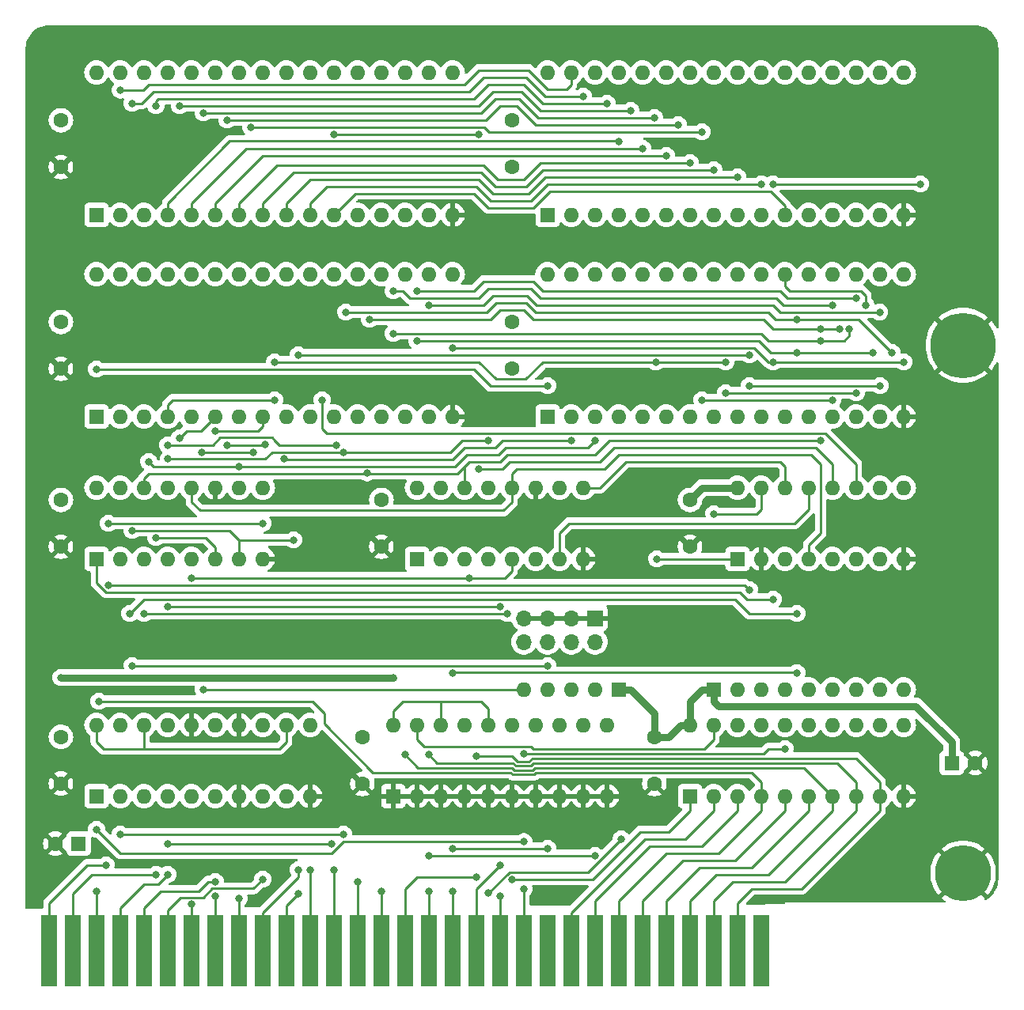
<source format=gtl>
%TF.GenerationSoftware,KiCad,Pcbnew,8.0.1*%
%TF.CreationDate,2025-01-29T15:22:10+01:00*%
%TF.ProjectId,ISA_EMS,4953415f-454d-4532-9e6b-696361645f70,rev?*%
%TF.SameCoordinates,Original*%
%TF.FileFunction,Copper,L1,Top*%
%TF.FilePolarity,Positive*%
%FSLAX46Y46*%
G04 Gerber Fmt 4.6, Leading zero omitted, Abs format (unit mm)*
G04 Created by KiCad (PCBNEW 8.0.1) date 2025-01-29 15:22:10*
%MOMM*%
%LPD*%
G01*
G04 APERTURE LIST*
%TA.AperFunction,ComponentPad*%
%ADD10R,1.600000X1.600000*%
%TD*%
%TA.AperFunction,ComponentPad*%
%ADD11C,1.600000*%
%TD*%
%TA.AperFunction,ConnectorPad*%
%ADD12R,1.780000X7.620000*%
%TD*%
%TA.AperFunction,ComponentPad*%
%ADD13R,1.700000X1.700000*%
%TD*%
%TA.AperFunction,ComponentPad*%
%ADD14O,1.700000X1.700000*%
%TD*%
%TA.AperFunction,ComponentPad*%
%ADD15O,1.600000X1.600000*%
%TD*%
%TA.AperFunction,ComponentPad*%
%ADD16C,6.000000*%
%TD*%
%TA.AperFunction,ComponentPad*%
%ADD17C,3.900000*%
%TD*%
%TA.AperFunction,ConnectorPad*%
%ADD18C,7.000000*%
%TD*%
%TA.AperFunction,ViaPad*%
%ADD19C,0.800000*%
%TD*%
%TA.AperFunction,Conductor*%
%ADD20C,0.762000*%
%TD*%
%TA.AperFunction,Conductor*%
%ADD21C,0.254000*%
%TD*%
%TA.AperFunction,Conductor*%
%ADD22C,0.250000*%
%TD*%
G04 APERTURE END LIST*
D10*
%TO.P,C2,1*%
%TO.N,VCC*%
X216535000Y-187960000D03*
D11*
%TO.P,C2,2*%
%TO.N,GND*%
X214035000Y-187960000D03*
%TD*%
D10*
%TO.P,C3,1*%
%TO.N,VCC*%
X309944888Y-179324000D03*
D11*
%TO.P,C3,2*%
%TO.N,GND*%
X312444888Y-179324000D03*
%TD*%
%TO.P,C4,1*%
%TO.N,VCC*%
X214630000Y-110530000D03*
%TO.P,C4,2*%
%TO.N,GND*%
X214630000Y-115530000D03*
%TD*%
%TO.P,C5,1*%
%TO.N,VCC*%
X248920000Y-151170000D03*
%TO.P,C5,2*%
%TO.N,GND*%
X248920000Y-156170000D03*
%TD*%
%TO.P,C6,1*%
%TO.N,VCC*%
X214630000Y-176530000D03*
%TO.P,C6,2*%
%TO.N,GND*%
X214630000Y-181530000D03*
%TD*%
D12*
%TO.P,J1,32,IO*%
%TO.N,unconnected-(J1-IO-Pad32)*%
X289560000Y-199390000D03*
%TO.P,J1,33,DB7*%
%TO.N,/D7*%
X287020000Y-199390000D03*
%TO.P,J1,34,DB6*%
%TO.N,/D6*%
X284480000Y-199390000D03*
%TO.P,J1,35,DB5*%
%TO.N,/D5*%
X281940000Y-199390000D03*
%TO.P,J1,36,DB4*%
%TO.N,/D4*%
X279400000Y-199390000D03*
%TO.P,J1,37,DB3*%
%TO.N,/D3*%
X276860000Y-199390000D03*
%TO.P,J1,38,DB2*%
%TO.N,/D2*%
X274320000Y-199390000D03*
%TO.P,J1,39,DB1*%
%TO.N,/D1*%
X271780000Y-199390000D03*
%TO.P,J1,40,DB0*%
%TO.N,/D0*%
X269240000Y-199390000D03*
%TO.P,J1,41,IO_READY*%
%TO.N,unconnected-(J1-IO_READY-Pad41)*%
X266700000Y-199390000D03*
%TO.P,J1,42,AEN*%
%TO.N,/AEN*%
X264160000Y-199390000D03*
%TO.P,J1,43,BA19*%
%TO.N,/A19*%
X261620000Y-199390000D03*
%TO.P,J1,44,BA18*%
%TO.N,/A18*%
X259080000Y-199390000D03*
%TO.P,J1,45,BA17*%
%TO.N,/A17*%
X256540000Y-199390000D03*
%TO.P,J1,46,BA16*%
%TO.N,/A16*%
X254000000Y-199390000D03*
%TO.P,J1,47,BA15*%
%TO.N,/A15*%
X251460000Y-199390000D03*
%TO.P,J1,48,BA14*%
%TO.N,/A14*%
X248920000Y-199390000D03*
%TO.P,J1,49,BA13*%
%TO.N,/A13*%
X246380000Y-199390000D03*
%TO.P,J1,50,BA12*%
%TO.N,/A12*%
X243840000Y-199390000D03*
%TO.P,J1,51,BA11*%
%TO.N,/A11*%
X241300000Y-199390000D03*
%TO.P,J1,52,BA10*%
%TO.N,/A10*%
X238760000Y-199390000D03*
%TO.P,J1,53,BA09*%
%TO.N,/A9*%
X236220000Y-199390000D03*
%TO.P,J1,54,BA08*%
%TO.N,/A8*%
X233680000Y-199390000D03*
%TO.P,J1,55,BA07*%
%TO.N,/A7*%
X231140000Y-199390000D03*
%TO.P,J1,56,BA06*%
%TO.N,/A6*%
X228600000Y-199390000D03*
%TO.P,J1,57,BA05*%
%TO.N,/A5*%
X226060000Y-199390000D03*
%TO.P,J1,58,BA04*%
%TO.N,/A4*%
X223520000Y-199390000D03*
%TO.P,J1,59,BA03*%
%TO.N,/A3*%
X220980000Y-199390000D03*
%TO.P,J1,60,BA02*%
%TO.N,/A2*%
X218440000Y-199390000D03*
%TO.P,J1,61,BA01*%
%TO.N,/A1*%
X215900000Y-199390000D03*
%TO.P,J1,62,BA00*%
%TO.N,/A0*%
X213360000Y-199390000D03*
%TD*%
D11*
%TO.P,C7,1*%
%TO.N,GND*%
X262890000Y-115530000D03*
%TO.P,C7,2*%
%TO.N,VCC*%
X262890000Y-110530000D03*
%TD*%
%TO.P,C8,1*%
%TO.N,VCC*%
X214630000Y-151170000D03*
%TO.P,C8,2*%
%TO.N,GND*%
X214630000Y-156170000D03*
%TD*%
%TO.P,C10,1*%
%TO.N,VCC*%
X214630000Y-132120000D03*
%TO.P,C10,2*%
%TO.N,GND*%
X214630000Y-137120000D03*
%TD*%
%TO.P,C11,1*%
%TO.N,VCC*%
X246888000Y-176570000D03*
%TO.P,C11,2*%
%TO.N,GND*%
X246888000Y-181570000D03*
%TD*%
%TO.P,C12,1*%
%TO.N,VCC*%
X262890000Y-132120000D03*
%TO.P,C12,2*%
%TO.N,GND*%
X262890000Y-137120000D03*
%TD*%
%TO.P,C9,1*%
%TO.N,VCC*%
X278130000Y-176570000D03*
%TO.P,C9,2*%
%TO.N,GND*%
X278130000Y-181570000D03*
%TD*%
%TO.P,C1,1*%
%TO.N,VCC*%
X281940000Y-151170000D03*
%TO.P,C1,2*%
%TO.N,GND*%
X281940000Y-156170000D03*
%TD*%
D13*
%TO.P,J2,1,Pin_1*%
%TO.N,GND*%
X271780000Y-163825000D03*
D14*
%TO.P,J2,2,Pin_2*%
%TO.N,/JP1*%
X271780000Y-166365000D03*
%TO.P,J2,3,Pin_3*%
%TO.N,GND*%
X269240000Y-163825000D03*
%TO.P,J2,4,Pin_4*%
%TO.N,/JP2*%
X269240000Y-166365000D03*
%TO.P,J2,5,Pin_5*%
%TO.N,GND*%
X266700000Y-163825000D03*
%TO.P,J2,6,Pin_6*%
%TO.N,/JP3*%
X266700000Y-166365000D03*
%TO.P,J2,7,Pin_7*%
%TO.N,GND*%
X264160000Y-163825000D03*
%TO.P,J2,8,Pin_8*%
%TO.N,/JP4*%
X264160000Y-166365000D03*
%TD*%
D10*
%TO.P,RN2,1,common*%
%TO.N,VCC*%
X274320000Y-171450000D03*
D15*
%TO.P,RN2,2,R1*%
%TO.N,/JP1*%
X271780000Y-171450000D03*
%TO.P,RN2,3,R2*%
%TO.N,/JP2*%
X269240000Y-171450000D03*
%TO.P,RN2,4,R3*%
%TO.N,/JP3*%
X266700000Y-171450000D03*
%TO.P,RN2,5,R4*%
%TO.N,/JP4*%
X264160000Y-171450000D03*
%TD*%
D10*
%TO.P,RN1,1,common*%
%TO.N,VCC*%
X284480000Y-171450000D03*
D15*
%TO.P,RN1,2,R1*%
%TO.N,/DB0*%
X287020000Y-171450000D03*
%TO.P,RN1,3,R2*%
%TO.N,/DB1*%
X289560000Y-171450000D03*
%TO.P,RN1,4,R3*%
%TO.N,/DB2*%
X292100000Y-171450000D03*
%TO.P,RN1,5,R4*%
%TO.N,/DB3*%
X294640000Y-171450000D03*
%TO.P,RN1,6,R5*%
%TO.N,/DB4*%
X297180000Y-171450000D03*
%TO.P,RN1,7,R6*%
%TO.N,/DB5*%
X299720000Y-171450000D03*
%TO.P,RN1,8,R7*%
%TO.N,/DB6*%
X302260000Y-171450000D03*
%TO.P,RN1,9,R8*%
%TO.N,/DB7*%
X304800000Y-171450000D03*
%TD*%
D10*
%TO.P,U1,1,A18*%
%TO.N,/RAM-A18*%
X218440000Y-120650000D03*
D15*
%TO.P,U1,2,A16*%
%TO.N,/RAM-A16*%
X220980000Y-120650000D03*
%TO.P,U1,3,A14*%
%TO.N,/RAM-A14*%
X223520000Y-120650000D03*
%TO.P,U1,4,A12*%
%TO.N,/A12*%
X226060000Y-120650000D03*
%TO.P,U1,5,A7*%
%TO.N,/A7*%
X228600000Y-120650000D03*
%TO.P,U1,6,A6*%
%TO.N,/A6*%
X231140000Y-120650000D03*
%TO.P,U1,7,A5*%
%TO.N,/A5*%
X233680000Y-120650000D03*
%TO.P,U1,8,A4*%
%TO.N,/A4*%
X236220000Y-120650000D03*
%TO.P,U1,9,A3*%
%TO.N,/A3*%
X238760000Y-120650000D03*
%TO.P,U1,10,A2*%
%TO.N,/A2*%
X241300000Y-120650000D03*
%TO.P,U1,11,A1*%
%TO.N,/A1*%
X243840000Y-120650000D03*
%TO.P,U1,12,A0*%
%TO.N,/A0*%
X246380000Y-120650000D03*
%TO.P,U1,13,DQ0*%
%TO.N,/DB0*%
X248920000Y-120650000D03*
%TO.P,U1,14,DQ1*%
%TO.N,/DB1*%
X251460000Y-120650000D03*
%TO.P,U1,15,DQ2*%
%TO.N,/DB2*%
X254000000Y-120650000D03*
%TO.P,U1,16,VSS*%
%TO.N,GND*%
X256540000Y-120650000D03*
%TO.P,U1,17,DQ3*%
%TO.N,/DB3*%
X256540000Y-105410000D03*
%TO.P,U1,18,DQ4*%
%TO.N,/DB4*%
X254000000Y-105410000D03*
%TO.P,U1,19,DQ5*%
%TO.N,/DB5*%
X251460000Y-105410000D03*
%TO.P,U1,20,DQ6*%
%TO.N,/DB6*%
X248920000Y-105410000D03*
%TO.P,U1,21,DQ7*%
%TO.N,/DB7*%
X246380000Y-105410000D03*
%TO.P,U1,22,CE#*%
%TO.N,/~{RAM-CS0}*%
X243840000Y-105410000D03*
%TO.P,U1,23,A10*%
%TO.N,/A10*%
X241300000Y-105410000D03*
%TO.P,U1,24,OE#*%
%TO.N,/~{MEMR}*%
X238760000Y-105410000D03*
%TO.P,U1,25,A11*%
%TO.N,/A11*%
X236220000Y-105410000D03*
%TO.P,U1,26,A9*%
%TO.N,/A9*%
X233680000Y-105410000D03*
%TO.P,U1,27,A8*%
%TO.N,/A8*%
X231140000Y-105410000D03*
%TO.P,U1,28,A13*%
%TO.N,/A13*%
X228600000Y-105410000D03*
%TO.P,U1,29,WE#*%
%TO.N,/~{MEMW}*%
X226060000Y-105410000D03*
%TO.P,U1,30,A17*%
%TO.N,/RAM-A17*%
X223520000Y-105410000D03*
%TO.P,U1,31,A15*%
%TO.N,/RAM-A15*%
X220980000Y-105410000D03*
%TO.P,U1,32,VCC*%
%TO.N,VCC*%
X218440000Y-105410000D03*
%TD*%
D10*
%TO.P,U2,1,A18*%
%TO.N,/RAM-A18*%
X218440000Y-142240000D03*
D15*
%TO.P,U2,2,A16*%
%TO.N,/RAM-A16*%
X220980000Y-142240000D03*
%TO.P,U2,3,A14*%
%TO.N,/RAM-A14*%
X223520000Y-142240000D03*
%TO.P,U2,4,A12*%
%TO.N,/A12*%
X226060000Y-142240000D03*
%TO.P,U2,5,A7*%
%TO.N,/A7*%
X228600000Y-142240000D03*
%TO.P,U2,6,A6*%
%TO.N,/A6*%
X231140000Y-142240000D03*
%TO.P,U2,7,A5*%
%TO.N,/A5*%
X233680000Y-142240000D03*
%TO.P,U2,8,A4*%
%TO.N,/A4*%
X236220000Y-142240000D03*
%TO.P,U2,9,A3*%
%TO.N,/A3*%
X238760000Y-142240000D03*
%TO.P,U2,10,A2*%
%TO.N,/A2*%
X241300000Y-142240000D03*
%TO.P,U2,11,A1*%
%TO.N,/A1*%
X243840000Y-142240000D03*
%TO.P,U2,12,A0*%
%TO.N,/A0*%
X246380000Y-142240000D03*
%TO.P,U2,13,DQ0*%
%TO.N,/DB0*%
X248920000Y-142240000D03*
%TO.P,U2,14,DQ1*%
%TO.N,/DB1*%
X251460000Y-142240000D03*
%TO.P,U2,15,DQ2*%
%TO.N,/DB2*%
X254000000Y-142240000D03*
%TO.P,U2,16,VSS*%
%TO.N,GND*%
X256540000Y-142240000D03*
%TO.P,U2,17,DQ3*%
%TO.N,/DB3*%
X256540000Y-127000000D03*
%TO.P,U2,18,DQ4*%
%TO.N,/DB4*%
X254000000Y-127000000D03*
%TO.P,U2,19,DQ5*%
%TO.N,/DB5*%
X251460000Y-127000000D03*
%TO.P,U2,20,DQ6*%
%TO.N,/DB6*%
X248920000Y-127000000D03*
%TO.P,U2,21,DQ7*%
%TO.N,/DB7*%
X246380000Y-127000000D03*
%TO.P,U2,22,CE#*%
%TO.N,/~{RAM-CS1}*%
X243840000Y-127000000D03*
%TO.P,U2,23,A10*%
%TO.N,/A10*%
X241300000Y-127000000D03*
%TO.P,U2,24,OE#*%
%TO.N,/~{MEMR}*%
X238760000Y-127000000D03*
%TO.P,U2,25,A11*%
%TO.N,/A11*%
X236220000Y-127000000D03*
%TO.P,U2,26,A9*%
%TO.N,/A9*%
X233680000Y-127000000D03*
%TO.P,U2,27,A8*%
%TO.N,/A8*%
X231140000Y-127000000D03*
%TO.P,U2,28,A13*%
%TO.N,/A13*%
X228600000Y-127000000D03*
%TO.P,U2,29,WE#*%
%TO.N,/~{MEMW}*%
X226060000Y-127000000D03*
%TO.P,U2,30,A17*%
%TO.N,/RAM-A17*%
X223520000Y-127000000D03*
%TO.P,U2,31,A15*%
%TO.N,/RAM-A15*%
X220980000Y-127000000D03*
%TO.P,U2,32,VCC*%
%TO.N,VCC*%
X218440000Y-127000000D03*
%TD*%
D10*
%TO.P,U3,1,A18*%
%TO.N,/RAM-A18*%
X266700000Y-142240000D03*
D15*
%TO.P,U3,2,A16*%
%TO.N,/RAM-A16*%
X269240000Y-142240000D03*
%TO.P,U3,3,A14*%
%TO.N,/RAM-A14*%
X271780000Y-142240000D03*
%TO.P,U3,4,A12*%
%TO.N,/A12*%
X274320000Y-142240000D03*
%TO.P,U3,5,A7*%
%TO.N,/A7*%
X276860000Y-142240000D03*
%TO.P,U3,6,A6*%
%TO.N,/A6*%
X279400000Y-142240000D03*
%TO.P,U3,7,A5*%
%TO.N,/A5*%
X281940000Y-142240000D03*
%TO.P,U3,8,A4*%
%TO.N,/A4*%
X284480000Y-142240000D03*
%TO.P,U3,9,A3*%
%TO.N,/A3*%
X287020000Y-142240000D03*
%TO.P,U3,10,A2*%
%TO.N,/A2*%
X289560000Y-142240000D03*
%TO.P,U3,11,A1*%
%TO.N,/A1*%
X292100000Y-142240000D03*
%TO.P,U3,12,A0*%
%TO.N,/A0*%
X294640000Y-142240000D03*
%TO.P,U3,13,DQ0*%
%TO.N,/DB0*%
X297180000Y-142240000D03*
%TO.P,U3,14,DQ1*%
%TO.N,/DB1*%
X299720000Y-142240000D03*
%TO.P,U3,15,DQ2*%
%TO.N,/DB2*%
X302260000Y-142240000D03*
%TO.P,U3,16,VSS*%
%TO.N,GND*%
X304800000Y-142240000D03*
%TO.P,U3,17,DQ3*%
%TO.N,/DB3*%
X304800000Y-127000000D03*
%TO.P,U3,18,DQ4*%
%TO.N,/DB4*%
X302260000Y-127000000D03*
%TO.P,U3,19,DQ5*%
%TO.N,/DB5*%
X299720000Y-127000000D03*
%TO.P,U3,20,DQ6*%
%TO.N,/DB6*%
X297180000Y-127000000D03*
%TO.P,U3,21,DQ7*%
%TO.N,/DB7*%
X294640000Y-127000000D03*
%TO.P,U3,22,CE#*%
%TO.N,/~{RAM-CS2}*%
X292100000Y-127000000D03*
%TO.P,U3,23,A10*%
%TO.N,/A10*%
X289560000Y-127000000D03*
%TO.P,U3,24,OE#*%
%TO.N,/~{MEMR}*%
X287020000Y-127000000D03*
%TO.P,U3,25,A11*%
%TO.N,/A11*%
X284480000Y-127000000D03*
%TO.P,U3,26,A9*%
%TO.N,/A9*%
X281940000Y-127000000D03*
%TO.P,U3,27,A8*%
%TO.N,/A8*%
X279400000Y-127000000D03*
%TO.P,U3,28,A13*%
%TO.N,/A13*%
X276860000Y-127000000D03*
%TO.P,U3,29,WE#*%
%TO.N,/~{MEMW}*%
X274320000Y-127000000D03*
%TO.P,U3,30,A17*%
%TO.N,/RAM-A17*%
X271780000Y-127000000D03*
%TO.P,U3,31,A15*%
%TO.N,/RAM-A15*%
X269240000Y-127000000D03*
%TO.P,U3,32,VCC*%
%TO.N,VCC*%
X266700000Y-127000000D03*
%TD*%
D10*
%TO.P,U4,1,A18*%
%TO.N,/RAM-A18*%
X266700000Y-120650000D03*
D15*
%TO.P,U4,2,A16*%
%TO.N,/RAM-A16*%
X269240000Y-120650000D03*
%TO.P,U4,3,A14*%
%TO.N,/RAM-A14*%
X271780000Y-120650000D03*
%TO.P,U4,4,A12*%
%TO.N,/A12*%
X274320000Y-120650000D03*
%TO.P,U4,5,A7*%
%TO.N,/A7*%
X276860000Y-120650000D03*
%TO.P,U4,6,A6*%
%TO.N,/A6*%
X279400000Y-120650000D03*
%TO.P,U4,7,A5*%
%TO.N,/A5*%
X281940000Y-120650000D03*
%TO.P,U4,8,A4*%
%TO.N,/A4*%
X284480000Y-120650000D03*
%TO.P,U4,9,A3*%
%TO.N,/A3*%
X287020000Y-120650000D03*
%TO.P,U4,10,A2*%
%TO.N,/A2*%
X289560000Y-120650000D03*
%TO.P,U4,11,A1*%
%TO.N,/A1*%
X292100000Y-120650000D03*
%TO.P,U4,12,A0*%
%TO.N,/A0*%
X294640000Y-120650000D03*
%TO.P,U4,13,DQ0*%
%TO.N,/DB0*%
X297180000Y-120650000D03*
%TO.P,U4,14,DQ1*%
%TO.N,/DB1*%
X299720000Y-120650000D03*
%TO.P,U4,15,DQ2*%
%TO.N,/DB2*%
X302260000Y-120650000D03*
%TO.P,U4,16,VSS*%
%TO.N,GND*%
X304800000Y-120650000D03*
%TO.P,U4,17,DQ3*%
%TO.N,/DB3*%
X304800000Y-105410000D03*
%TO.P,U4,18,DQ4*%
%TO.N,/DB4*%
X302260000Y-105410000D03*
%TO.P,U4,19,DQ5*%
%TO.N,/DB5*%
X299720000Y-105410000D03*
%TO.P,U4,20,DQ6*%
%TO.N,/DB6*%
X297180000Y-105410000D03*
%TO.P,U4,21,DQ7*%
%TO.N,/DB7*%
X294640000Y-105410000D03*
%TO.P,U4,22,CE#*%
%TO.N,/~{RAM-CS3}*%
X292100000Y-105410000D03*
%TO.P,U4,23,A10*%
%TO.N,/A10*%
X289560000Y-105410000D03*
%TO.P,U4,24,OE#*%
%TO.N,/~{MEMR}*%
X287020000Y-105410000D03*
%TO.P,U4,25,A11*%
%TO.N,/A11*%
X284480000Y-105410000D03*
%TO.P,U4,26,A9*%
%TO.N,/A9*%
X281940000Y-105410000D03*
%TO.P,U4,27,A8*%
%TO.N,/A8*%
X279400000Y-105410000D03*
%TO.P,U4,28,A13*%
%TO.N,/A13*%
X276860000Y-105410000D03*
%TO.P,U4,29,WE#*%
%TO.N,/~{MEMW}*%
X274320000Y-105410000D03*
%TO.P,U4,30,A17*%
%TO.N,/RAM-A17*%
X271780000Y-105410000D03*
%TO.P,U4,31,A15*%
%TO.N,/RAM-A15*%
X269240000Y-105410000D03*
%TO.P,U4,32,VCC*%
%TO.N,VCC*%
X266700000Y-105410000D03*
%TD*%
D10*
%TO.P,U7,1,G*%
%TO.N,GND*%
X250190000Y-182880000D03*
D15*
%TO.P,U7,2,P0*%
X252730000Y-182880000D03*
%TO.P,U7,3,R0*%
X255270000Y-182880000D03*
%TO.P,U7,4,P1*%
X257810000Y-182880000D03*
%TO.P,U7,5,R1*%
X260350000Y-182880000D03*
%TO.P,U7,6,P2*%
X262890000Y-182880000D03*
%TO.P,U7,7,R2*%
X265430000Y-182880000D03*
%TO.P,U7,8,P3*%
X267970000Y-182880000D03*
%TO.P,U7,9,R3*%
X270510000Y-182880000D03*
%TO.P,U7,10,GND*%
X273050000Y-182880000D03*
%TO.P,U7,11,P4*%
%TO.N,/A16*%
X273050000Y-175260000D03*
%TO.P,U7,12,R4*%
%TO.N,/JP1*%
X270510000Y-175260000D03*
%TO.P,U7,13,P5*%
%TO.N,/A17*%
X267970000Y-175260000D03*
%TO.P,U7,14,R5*%
%TO.N,/JP2*%
X265430000Y-175260000D03*
%TO.P,U7,15,P6*%
%TO.N,/A18*%
X262890000Y-175260000D03*
%TO.P,U7,16,R6*%
%TO.N,VCC*%
X260350000Y-175260000D03*
%TO.P,U7,17,P7*%
%TO.N,/A19*%
X257810000Y-175260000D03*
%TO.P,U7,18,R7*%
%TO.N,VCC*%
X255270000Y-175260000D03*
%TO.P,U7,19,P=R*%
%TO.N,/~{RAM-SELECT}*%
X252730000Y-175260000D03*
%TO.P,U7,20,VCC*%
%TO.N,VCC*%
X250190000Y-175260000D03*
%TD*%
D10*
%TO.P,U10,1,G*%
%TO.N,/AEN*%
X218440000Y-182880000D03*
D15*
%TO.P,U10,2,P0*%
%TO.N,/A2*%
X220980000Y-182880000D03*
%TO.P,U10,3,R0*%
%TO.N,/JP3*%
X223520000Y-182880000D03*
%TO.P,U10,4,P1*%
%TO.N,/A3*%
X226060000Y-182880000D03*
%TO.P,U10,5,R1*%
%TO.N,/JP4*%
X228600000Y-182880000D03*
%TO.P,U10,6,P2*%
%TO.N,/A4*%
X231140000Y-182880000D03*
%TO.P,U10,7,R2*%
%TO.N,GND*%
X233680000Y-182880000D03*
%TO.P,U10,8,P3*%
%TO.N,/A5*%
X236220000Y-182880000D03*
%TO.P,U10,9,R3*%
%TO.N,VCC*%
X238760000Y-182880000D03*
%TO.P,U10,10,GND*%
%TO.N,GND*%
X241300000Y-182880000D03*
%TO.P,U10,11,P4*%
%TO.N,/A9*%
X241300000Y-175260000D03*
%TO.P,U10,12,R4*%
%TO.N,VCC*%
X238760000Y-175260000D03*
%TO.P,U10,13,P5*%
%TO.N,/A8*%
X236220000Y-175260000D03*
%TO.P,U10,14,R5*%
%TO.N,GND*%
X233680000Y-175260000D03*
%TO.P,U10,15,P6*%
%TO.N,/A7*%
X231140000Y-175260000D03*
%TO.P,U10,16,R6*%
%TO.N,GND*%
X228600000Y-175260000D03*
%TO.P,U10,17,P7*%
%TO.N,/A6*%
X226060000Y-175260000D03*
%TO.P,U10,18,R7*%
%TO.N,VCC*%
X223520000Y-175260000D03*
%TO.P,U10,19,P=R*%
%TO.N,/~{PORT-SELECT}*%
X220980000Y-175260000D03*
%TO.P,U10,20,VCC*%
%TO.N,VCC*%
X218440000Y-175260000D03*
%TD*%
D10*
%TO.P,U5,1,E*%
%TO.N,/~{IOW}*%
X287020000Y-157480000D03*
D15*
%TO.P,U5,2,A0*%
%TO.N,GND*%
X289560000Y-157480000D03*
%TO.P,U5,3,A1*%
%TO.N,/~{PORT-SELECT}*%
X292100000Y-157480000D03*
%TO.P,U5,4,O0*%
%TO.N,/~{Ew}*%
X294640000Y-157480000D03*
%TO.P,U5,5,O1*%
%TO.N,unconnected-(U5A-O1-Pad5)*%
X297180000Y-157480000D03*
%TO.P,U5,6,O2*%
%TO.N,unconnected-(U5A-O2-Pad6)*%
X299720000Y-157480000D03*
%TO.P,U5,7,O3*%
%TO.N,unconnected-(U5A-O3-Pad7)*%
X302260000Y-157480000D03*
%TO.P,U5,8,GND*%
%TO.N,GND*%
X304800000Y-157480000D03*
%TO.P,U5,9,O3*%
%TO.N,/~{RAM-CS3}*%
X304800000Y-149860000D03*
%TO.P,U5,10,O2*%
%TO.N,/~{RAM-CS2}*%
X302260000Y-149860000D03*
%TO.P,U5,11,O1*%
%TO.N,/~{RAM-CS1}*%
X299720000Y-149860000D03*
%TO.P,U5,12,O0*%
%TO.N,/~{RAM-CS0}*%
X297180000Y-149860000D03*
%TO.P,U5,13,A1*%
%TO.N,/RAM-A20*%
X294640000Y-149860000D03*
%TO.P,U5,14,A0*%
%TO.N,/RAM-A19*%
X292100000Y-149860000D03*
%TO.P,U5,15,E*%
%TO.N,/~{RAM-SELECT}*%
X289560000Y-149860000D03*
%TO.P,U5,16,VCC*%
%TO.N,VCC*%
X287020000Y-149860000D03*
%TD*%
D10*
%TO.P,U6,1,A->B*%
%TO.N,/~{MEMR}*%
X281940000Y-182880000D03*
D15*
%TO.P,U6,2,A0*%
%TO.N,/D0*%
X284480000Y-182880000D03*
%TO.P,U6,3,A1*%
%TO.N,/D1*%
X287020000Y-182880000D03*
%TO.P,U6,4,A2*%
%TO.N,/D2*%
X289560000Y-182880000D03*
%TO.P,U6,5,A3*%
%TO.N,/D3*%
X292100000Y-182880000D03*
%TO.P,U6,6,A4*%
%TO.N,/D4*%
X294640000Y-182880000D03*
%TO.P,U6,7,A5*%
%TO.N,/D5*%
X297180000Y-182880000D03*
%TO.P,U6,8,A6*%
%TO.N,/D6*%
X299720000Y-182880000D03*
%TO.P,U6,9,A7*%
%TO.N,/D7*%
X302260000Y-182880000D03*
%TO.P,U6,10,GND*%
%TO.N,GND*%
X304800000Y-182880000D03*
%TO.P,U6,11,B7*%
%TO.N,/DB7*%
X304800000Y-175260000D03*
%TO.P,U6,12,B6*%
%TO.N,/DB6*%
X302260000Y-175260000D03*
%TO.P,U6,13,B5*%
%TO.N,/DB5*%
X299720000Y-175260000D03*
%TO.P,U6,14,B4*%
%TO.N,/DB4*%
X297180000Y-175260000D03*
%TO.P,U6,15,B3*%
%TO.N,/DB3*%
X294640000Y-175260000D03*
%TO.P,U6,16,B2*%
%TO.N,/DB2*%
X292100000Y-175260000D03*
%TO.P,U6,17,B1*%
%TO.N,/DB1*%
X289560000Y-175260000D03*
%TO.P,U6,18,B0*%
%TO.N,/DB0*%
X287020000Y-175260000D03*
%TO.P,U6,19,CE*%
%TO.N,/~{RAM-SELECT}*%
X284480000Y-175260000D03*
%TO.P,U6,20,VCC*%
%TO.N,VCC*%
X281940000Y-175260000D03*
%TD*%
D16*
%TO.P,H1,1,1*%
%TO.N,GND*%
X311150000Y-191135000D03*
%TD*%
D17*
%TO.P,H2,1,1*%
%TO.N,GND*%
X311150000Y-134620000D03*
D18*
X311150000Y-134620000D03*
%TD*%
D10*
%TO.P,U8,1,D2*%
%TO.N,/D1*%
X218440000Y-157480000D03*
D15*
%TO.P,U8,2,D3*%
%TO.N,/D2*%
X220980000Y-157480000D03*
%TO.P,U8,3,D4*%
%TO.N,/D3*%
X223520000Y-157480000D03*
%TO.P,U8,4,Rb*%
%TO.N,/A15*%
X226060000Y-157480000D03*
%TO.P,U8,5,Ra*%
%TO.N,/A14*%
X228600000Y-157480000D03*
%TO.P,U8,6,Q4*%
%TO.N,/RAM-A17*%
X231140000Y-157480000D03*
%TO.P,U8,7,Q3*%
%TO.N,/RAM-A16*%
X233680000Y-157480000D03*
%TO.P,U8,8,GND*%
%TO.N,GND*%
X236220000Y-157480000D03*
%TO.P,U8,9,Q2*%
%TO.N,/RAM-A15*%
X236220000Y-149860000D03*
%TO.P,U8,10,Q1*%
%TO.N,/RAM-A14*%
X233680000Y-149860000D03*
%TO.P,U8,11,~{Er}*%
%TO.N,GND*%
X231140000Y-149860000D03*
%TO.P,U8,12,~{Ew}*%
%TO.N,/~{Ew}*%
X228600000Y-149860000D03*
%TO.P,U8,13,Wb*%
%TO.N,/A1*%
X226060000Y-149860000D03*
%TO.P,U8,14,Wa*%
%TO.N,/A0*%
X223520000Y-149860000D03*
%TO.P,U8,15,D1*%
%TO.N,/D0*%
X220980000Y-149860000D03*
%TO.P,U8,16,VCC*%
%TO.N,VCC*%
X218440000Y-149860000D03*
%TD*%
D10*
%TO.P,U9,1,D2*%
%TO.N,/D5*%
X252730000Y-157480000D03*
D15*
%TO.P,U9,2,D3*%
%TO.N,/D6*%
X255270000Y-157480000D03*
%TO.P,U9,3,D4*%
%TO.N,/D7*%
X257810000Y-157480000D03*
%TO.P,U9,4,Rb*%
%TO.N,/A15*%
X260350000Y-157480000D03*
%TO.P,U9,5,Ra*%
%TO.N,/A14*%
X262890000Y-157480000D03*
%TO.P,U9,6,Q4*%
%TO.N,/RAM-A21*%
X265430000Y-157480000D03*
%TO.P,U9,7,Q3*%
%TO.N,/RAM-A20*%
X267970000Y-157480000D03*
%TO.P,U9,8,GND*%
%TO.N,GND*%
X270510000Y-157480000D03*
%TO.P,U9,9,Q2*%
%TO.N,/RAM-A19*%
X270510000Y-149860000D03*
%TO.P,U9,10,Q1*%
%TO.N,/RAM-A18*%
X267970000Y-149860000D03*
%TO.P,U9,11,~{Er}*%
%TO.N,GND*%
X265430000Y-149860000D03*
%TO.P,U9,12,~{Ew}*%
%TO.N,/~{Ew}*%
X262890000Y-149860000D03*
%TO.P,U9,13,Wb*%
%TO.N,/A1*%
X260350000Y-149860000D03*
%TO.P,U9,14,Wa*%
%TO.N,/A0*%
X257810000Y-149860000D03*
%TO.P,U9,15,D1*%
%TO.N,/D4*%
X255270000Y-149860000D03*
%TO.P,U9,16,VCC*%
%TO.N,VCC*%
X252730000Y-149860000D03*
%TD*%
D19*
%TO.N,GND*%
X313055000Y-127000000D03*
X234950000Y-180340000D03*
X275590000Y-151130000D03*
X212090000Y-165100000D03*
X245745000Y-155575000D03*
X216789000Y-171704000D03*
X266700000Y-193040000D03*
X257810000Y-154305000D03*
X264160000Y-186055000D03*
X274320000Y-165735000D03*
X280035000Y-149225000D03*
X236728000Y-164846000D03*
X278765000Y-184785000D03*
X233680000Y-166370000D03*
X264160000Y-140970000D03*
X251460000Y-164846000D03*
X313055000Y-174625000D03*
X255270000Y-186055000D03*
X233680000Y-190500000D03*
X266065000Y-154305000D03*
X246380000Y-164846000D03*
X213360000Y-192278000D03*
X304165000Y-179070000D03*
X214630000Y-104140000D03*
X245745000Y-150495000D03*
X275590000Y-156845000D03*
X227965000Y-180086000D03*
X279400000Y-158750000D03*
X277495000Y-168275000D03*
X214630000Y-143510000D03*
X302895000Y-192405000D03*
X260985000Y-140970000D03*
X238760000Y-185420000D03*
X289560000Y-193802000D03*
X313055000Y-157480000D03*
X302895000Y-187325000D03*
X312420000Y-105410000D03*
X248285000Y-186055000D03*
X214630000Y-121920000D03*
X227965000Y-171577000D03*
%TO.N,VCC*%
X250190000Y-170180000D03*
X214630000Y-170180000D03*
%TO.N,/A0*%
X247396000Y-148298500D03*
X219456000Y-190246000D03*
X295910000Y-144780000D03*
%TO.N,/A1*%
X224790000Y-191262000D03*
X260350000Y-144780000D03*
X244856000Y-146050000D03*
X226097000Y-146775000D03*
%TO.N,/A2*%
X220980000Y-186944000D03*
X289560000Y-117348000D03*
X244856000Y-186944000D03*
X218440000Y-193040000D03*
%TO.N,/A3*%
X226060000Y-187960000D03*
X243586000Y-187960000D03*
X226060000Y-191262000D03*
X287020000Y-116586000D03*
%TO.N,/A4*%
X284480000Y-115824000D03*
X231140000Y-143764000D03*
X231140000Y-192024000D03*
%TO.N,/A5*%
X236220000Y-191770000D03*
X281940000Y-115062000D03*
%TO.N,/A6*%
X279400000Y-114300000D03*
X228600000Y-194468500D03*
X227330000Y-144526000D03*
%TO.N,/A7*%
X276860000Y-113538000D03*
X231140000Y-193548000D03*
%TO.N,/A8*%
X233680000Y-193802000D03*
X229725000Y-146050000D03*
X229870000Y-109728000D03*
X235204000Y-146050000D03*
X278130000Y-110236000D03*
%TO.N,/A9*%
X232419305Y-145288000D03*
X280670000Y-110998000D03*
X236474000Y-145239799D03*
X232410000Y-110490000D03*
X240030000Y-190754000D03*
%TO.N,/AEN*%
X264160000Y-187743500D03*
X218440000Y-186436000D03*
X264160000Y-192786000D03*
%TO.N,/D0*%
X219710000Y-160274000D03*
X288290000Y-160782000D03*
%TO.N,/D1*%
X290830000Y-161798000D03*
%TO.N,/D2*%
X218694000Y-172720000D03*
%TO.N,/D3*%
X223520000Y-163322000D03*
X264160000Y-178308000D03*
X262382000Y-163322000D03*
X292100000Y-177800000D03*
%TO.N,/D4*%
X256540000Y-169672000D03*
X293370000Y-169672000D03*
%TO.N,/D5*%
X251460000Y-178435000D03*
%TO.N,/D6*%
X254000000Y-178435000D03*
%TO.N,/D7*%
X259080000Y-178562000D03*
%TO.N,/~{IOW}*%
X260350000Y-193256500D03*
X274569701Y-187447701D03*
X278384000Y-157480000D03*
%TO.N,/A10*%
X240030000Y-193294000D03*
X288290000Y-135636000D03*
X240030000Y-135636000D03*
%TO.N,/A11*%
X234950000Y-111252000D03*
X241300000Y-190754000D03*
X283210000Y-111760000D03*
%TO.N,/A12*%
X243840000Y-190754000D03*
X237490000Y-140462000D03*
X274320000Y-112776000D03*
%TO.N,/A13*%
X246380000Y-192024000D03*
X244094000Y-145288000D03*
X227330000Y-108966000D03*
X226060000Y-145288000D03*
X275590000Y-109474000D03*
%TO.N,/A14*%
X258318000Y-159512000D03*
X228600000Y-159512000D03*
X248920000Y-193040000D03*
%TO.N,/A15*%
X259080000Y-191516000D03*
X226060000Y-162560000D03*
X261620000Y-162560000D03*
%TO.N,/A16*%
X254000000Y-189230000D03*
X254000000Y-193040000D03*
X271775701Y-189225701D03*
%TO.N,/A17*%
X256540000Y-193040000D03*
X266700000Y-188468000D03*
X256540000Y-188468000D03*
%TO.N,/A18*%
X261620000Y-190246000D03*
%TO.N,/A19*%
X261620000Y-193548000D03*
%TO.N,/~{MEMR}*%
X285750000Y-136398000D03*
X278275000Y-136398000D03*
X262890000Y-191770000D03*
X237490000Y-136398000D03*
%TO.N,/~{MEMW}*%
X273050000Y-108712000D03*
X224790000Y-108966000D03*
%TO.N,/JP4*%
X229865701Y-171454299D03*
%TO.N,/JP3*%
X266700000Y-168910000D03*
X222250000Y-168910000D03*
%TO.N,/DB7*%
X293370000Y-131863500D03*
X303530000Y-135382000D03*
X245110000Y-131064000D03*
%TO.N,/DB6*%
X297942000Y-132842000D03*
X247650000Y-131826000D03*
X295910000Y-132842000D03*
%TO.N,/DB5*%
X250190000Y-133350000D03*
X295910000Y-134112000D03*
X298995500Y-132842000D03*
%TO.N,/DB4*%
X293370000Y-135382000D03*
X252730000Y-134112000D03*
X301498000Y-135382000D03*
%TO.N,/DB3*%
X290830000Y-136398000D03*
X256540000Y-134874000D03*
X304800000Y-136398000D03*
%TO.N,/DB2*%
X302260000Y-138938000D03*
X302222500Y-131064000D03*
X288290000Y-138938000D03*
X254000000Y-130302000D03*
%TO.N,/DB1*%
X285750000Y-139700000D03*
X252730000Y-128778000D03*
X299720000Y-139700000D03*
X299756049Y-129576049D03*
%TO.N,/DB0*%
X283210000Y-140462000D03*
X250190000Y-128778000D03*
X297180000Y-130302000D03*
X297180000Y-140462000D03*
%TO.N,/RAM-A15*%
X219710000Y-153670000D03*
X220980000Y-107315000D03*
X236220000Y-153670000D03*
%TO.N,/RAM-A17*%
X222250000Y-108712000D03*
X270510000Y-107950000D03*
X224790000Y-155194000D03*
%TO.N,/~{RAM-CS0}*%
X259334000Y-112014000D03*
X259334000Y-147828000D03*
X243840000Y-112014000D03*
%TO.N,/RAM-A14*%
X233680000Y-147574000D03*
X224032299Y-147061701D03*
X271780000Y-144780000D03*
%TO.N,/RAM-A16*%
X238506000Y-146774500D03*
X239522000Y-155448000D03*
X269240000Y-144780000D03*
X222250000Y-154432000D03*
%TO.N,/RAM-A18*%
X218440000Y-137160000D03*
X266700000Y-138938000D03*
%TO.N,/~{RAM-CS1}*%
X242570000Y-140462000D03*
%TO.N,/~{RAM-CS2}*%
X300736000Y-130302000D03*
%TO.N,/~{RAM-CS3}*%
X290830000Y-117348000D03*
X306578000Y-117348000D03*
%TO.N,/~{RAM-SELECT}*%
X284480000Y-152654000D03*
%TO.N,/~{PORT-SELECT}*%
X293370000Y-163322000D03*
X221996000Y-163322000D03*
%TD*%
D20*
%TO.N,VCC*%
X274320000Y-171450000D02*
X275590000Y-171450000D01*
X284480000Y-172720000D02*
X284988000Y-173228000D01*
X284480000Y-171450000D02*
X283210000Y-171450000D01*
D21*
X255270000Y-175260000D02*
X255270000Y-172720000D01*
X218440000Y-177038000D02*
X218440000Y-175260000D01*
D20*
X278130000Y-173990000D02*
X278130000Y-176570000D01*
D21*
X237998000Y-177800000D02*
X238760000Y-177038000D01*
X250190000Y-173736000D02*
X250190000Y-175260000D01*
X251206000Y-172720000D02*
X250190000Y-173736000D01*
D20*
X306070000Y-173228000D02*
X309944888Y-177102888D01*
D21*
X260350000Y-173482000D02*
X260350000Y-175260000D01*
X223520000Y-177800000D02*
X219202000Y-177800000D01*
D20*
X309944888Y-177102888D02*
X309944888Y-179324000D01*
X283250000Y-149860000D02*
X287020000Y-149860000D01*
X283250000Y-149860000D02*
X281940000Y-151170000D01*
X283210000Y-171450000D02*
X281940000Y-172720000D01*
X284988000Y-173228000D02*
X306070000Y-173228000D01*
X279614000Y-176570000D02*
X280924000Y-175260000D01*
X275590000Y-171450000D02*
X278130000Y-173990000D01*
D21*
X259588000Y-172720000D02*
X260350000Y-173482000D01*
X238760000Y-177038000D02*
X238760000Y-175260000D01*
X223520000Y-177800000D02*
X237998000Y-177800000D01*
D20*
X280924000Y-175260000D02*
X281940000Y-175260000D01*
X278130000Y-176570000D02*
X279614000Y-176570000D01*
X284480000Y-171450000D02*
X284480000Y-172720000D01*
X281940000Y-172720000D02*
X281940000Y-175260000D01*
D21*
X223520000Y-175260000D02*
X223520000Y-177800000D01*
X255270000Y-172720000D02*
X251206000Y-172720000D01*
X255270000Y-172720000D02*
X259588000Y-172720000D01*
D20*
X214630000Y-170180000D02*
X250190000Y-170180000D01*
D21*
X219202000Y-177800000D02*
X218440000Y-177038000D01*
D22*
%TO.N,/A0*%
X217424000Y-190246000D02*
X219456000Y-190246000D01*
X224028000Y-148336000D02*
X223520000Y-148844000D01*
X247433500Y-148336000D02*
X257048000Y-148336000D01*
X295910000Y-144780000D02*
X273304000Y-144780000D01*
X257048000Y-148336000D02*
X257810000Y-147574000D01*
X262382000Y-146304000D02*
X261620000Y-147066000D01*
X257810000Y-149860000D02*
X257810000Y-147574000D01*
X258318000Y-147066000D02*
X257810000Y-147574000D01*
X271780000Y-146304000D02*
X262382000Y-146304000D01*
X247396000Y-148298500D02*
X247358500Y-148336000D01*
X273304000Y-144780000D02*
X271780000Y-146304000D01*
X247396000Y-148298500D02*
X247433500Y-148336000D01*
X247358500Y-148336000D02*
X224028000Y-148336000D01*
X213360000Y-194310000D02*
X217424000Y-190246000D01*
X223520000Y-148844000D02*
X223520000Y-149860000D01*
X213360000Y-199390000D02*
X213360000Y-194310000D01*
X261620000Y-147066000D02*
X258318000Y-147066000D01*
%TO.N,/A1*%
X244856000Y-146050000D02*
X244893500Y-146087500D01*
X265162190Y-119888000D02*
X260350000Y-119888000D01*
X260350000Y-119888000D02*
X258826000Y-118364000D01*
X258826000Y-118364000D02*
X246126000Y-118364000D01*
X257556000Y-144780000D02*
X260350000Y-144780000D01*
X256248500Y-146087500D02*
X257556000Y-144780000D01*
X244893500Y-146087500D02*
X256248500Y-146087500D01*
X217932000Y-191262000D02*
X215900000Y-193294000D01*
X236511000Y-146775000D02*
X226097000Y-146775000D01*
X246126000Y-118364000D02*
X243840000Y-120650000D01*
X237236000Y-146050000D02*
X236511000Y-146775000D01*
X290576000Y-118110000D02*
X266940190Y-118110000D01*
X292100000Y-120650000D02*
X292100000Y-119634000D01*
X244856000Y-146050000D02*
X237236000Y-146050000D01*
X292100000Y-119634000D02*
X290576000Y-118110000D01*
X266940190Y-118110000D02*
X265162190Y-119888000D01*
X224790000Y-191262000D02*
X217932000Y-191262000D01*
X215900000Y-193294000D02*
X215900000Y-199390000D01*
%TO.N,/A2*%
X259080000Y-117602000D02*
X243078000Y-117602000D01*
X218440000Y-199390000D02*
X218440000Y-193040000D01*
X266700000Y-117348000D02*
X264922000Y-119126000D01*
X264922000Y-119126000D02*
X260604000Y-119126000D01*
X220980000Y-186944000D02*
X244856000Y-186944000D01*
X289560000Y-117348000D02*
X266700000Y-117348000D01*
X243078000Y-117602000D02*
X241300000Y-119380000D01*
X241300000Y-119380000D02*
X241300000Y-120650000D01*
X260604000Y-119126000D02*
X259080000Y-117602000D01*
%TO.N,/A3*%
X260858000Y-118364000D02*
X259334000Y-116840000D01*
X225044000Y-192278000D02*
X223520000Y-192278000D01*
X264668000Y-118364000D02*
X260858000Y-118364000D01*
X223520000Y-192278000D02*
X220980000Y-194818000D01*
X243586000Y-187960000D02*
X226060000Y-187960000D01*
X226060000Y-191262000D02*
X225044000Y-192278000D01*
X220980000Y-194818000D02*
X220980000Y-199390000D01*
X241300000Y-116840000D02*
X238760000Y-119380000D01*
X238760000Y-119380000D02*
X238760000Y-120650000D01*
X266446000Y-116586000D02*
X264668000Y-118364000D01*
X287020000Y-116586000D02*
X266446000Y-116586000D01*
X259334000Y-116840000D02*
X241300000Y-116840000D01*
%TO.N,/A4*%
X284480000Y-115824000D02*
X266192000Y-115824000D01*
X264414000Y-117602000D02*
X261112000Y-117602000D01*
X223520000Y-194818000D02*
X223520000Y-199390000D01*
X229362000Y-193040000D02*
X225298000Y-193040000D01*
X236220000Y-143256000D02*
X236220000Y-142240000D01*
X225298000Y-193040000D02*
X223520000Y-194818000D01*
X231140000Y-143764000D02*
X235712000Y-143764000D01*
X261112000Y-117602000D02*
X259588000Y-116078000D01*
X231140000Y-192024000D02*
X230378000Y-192024000D01*
X259588000Y-116078000D02*
X239522000Y-116078000D01*
X239522000Y-116078000D02*
X236220000Y-119380000D01*
X266192000Y-115824000D02*
X264414000Y-117602000D01*
X235712000Y-143764000D02*
X236220000Y-143256000D01*
X236220000Y-119380000D02*
X236220000Y-120650000D01*
X230378000Y-192024000D02*
X229362000Y-193040000D01*
%TO.N,/A5*%
X226060000Y-199390000D02*
X226060000Y-195072000D01*
X226060000Y-195072000D02*
X227388000Y-193744000D01*
X227388000Y-193744000D02*
X229844695Y-193744000D01*
X229844695Y-193744000D02*
X230839695Y-192749000D01*
X265938000Y-115062000D02*
X264160000Y-116840000D01*
X230839695Y-192749000D02*
X235241000Y-192749000D01*
X264160000Y-116840000D02*
X261366000Y-116840000D01*
X237744000Y-115316000D02*
X233680000Y-119380000D01*
X259842000Y-115316000D02*
X237744000Y-115316000D01*
X233680000Y-119380000D02*
X233680000Y-120650000D01*
X235241000Y-192749000D02*
X236220000Y-191770000D01*
X261366000Y-116840000D02*
X259842000Y-115316000D01*
X281940000Y-115062000D02*
X265938000Y-115062000D01*
%TO.N,/A6*%
X231140000Y-119380000D02*
X231140000Y-120650000D01*
X228600000Y-199390000D02*
X228600000Y-194468500D01*
X229616000Y-143764000D02*
X231140000Y-142240000D01*
X279400000Y-114300000D02*
X236220000Y-114300000D01*
X236220000Y-114300000D02*
X231140000Y-119380000D01*
X227330000Y-144526000D02*
X228092000Y-143764000D01*
X228092000Y-143764000D02*
X229616000Y-143764000D01*
%TO.N,/A7*%
X228600000Y-119380000D02*
X228600000Y-120650000D01*
X231140000Y-193548000D02*
X231140000Y-199390000D01*
X276860000Y-113538000D02*
X234442000Y-113538000D01*
X234442000Y-113538000D02*
X228600000Y-119380000D01*
X231140000Y-193802000D02*
X231082000Y-193860000D01*
X231140000Y-193548000D02*
X231140000Y-193802000D01*
X231082000Y-193860000D02*
X231140000Y-193860000D01*
%TO.N,/A8*%
X233680000Y-199390000D02*
X233680000Y-193802000D01*
X263652000Y-108204000D02*
X265684000Y-110236000D01*
X259588000Y-109728000D02*
X261112000Y-108204000D01*
X265684000Y-110236000D02*
X278130000Y-110236000D01*
X229725000Y-146050000D02*
X235204000Y-146050000D01*
X261112000Y-108204000D02*
X263652000Y-108204000D01*
X229870000Y-109728000D02*
X259588000Y-109728000D01*
%TO.N,/A9*%
X240030000Y-191516000D02*
X236220000Y-195326000D01*
X263398000Y-108966000D02*
X265430000Y-110998000D01*
X260096000Y-110490000D02*
X261620000Y-108966000D01*
X236220000Y-195326000D02*
X236220000Y-199390000D01*
X236474000Y-145239799D02*
X236425799Y-145288000D01*
X236425799Y-145288000D02*
X232419305Y-145288000D01*
X232410000Y-110490000D02*
X260096000Y-110490000D01*
X240030000Y-190754000D02*
X240030000Y-191516000D01*
X265430000Y-110998000D02*
X280670000Y-110998000D01*
X261620000Y-108966000D02*
X263398000Y-108966000D01*
%TO.N,/AEN*%
X220980000Y-188976000D02*
X218440000Y-186436000D01*
X244865305Y-187706000D02*
X243595305Y-188976000D01*
X243595305Y-188976000D02*
X220980000Y-188976000D01*
X264160000Y-192786000D02*
X264160000Y-199390000D01*
X264122500Y-187706000D02*
X244865305Y-187706000D01*
X264160000Y-187743500D02*
X264122500Y-187706000D01*
%TO.N,/D0*%
X219710000Y-160274000D02*
X287782000Y-160274000D01*
X277114000Y-187452000D02*
X281432000Y-187452000D01*
X287782000Y-160274000D02*
X288290000Y-160782000D01*
X281432000Y-187452000D02*
X284480000Y-184404000D01*
X269240000Y-199390000D02*
X269240000Y-195326000D01*
X284480000Y-184404000D02*
X284480000Y-182880000D01*
X269240000Y-195326000D02*
X277114000Y-187452000D01*
%TO.N,/D1*%
X287269347Y-161036000D02*
X219446695Y-161036000D01*
X218985000Y-160565000D02*
X218440000Y-160020000D01*
X219446695Y-161036000D02*
X218985000Y-160574305D01*
X271780000Y-194056000D02*
X271780000Y-199390000D01*
X287020000Y-184404000D02*
X283210000Y-188214000D01*
X288031347Y-161798000D02*
X287269347Y-161036000D01*
X290830000Y-161798000D02*
X288031347Y-161798000D01*
X287020000Y-182880000D02*
X287020000Y-184404000D01*
X277622000Y-188214000D02*
X271780000Y-194056000D01*
X283210000Y-188214000D02*
X277622000Y-188214000D01*
X218985000Y-160574305D02*
X218985000Y-160565000D01*
X218440000Y-160020000D02*
X218440000Y-157480000D01*
%TO.N,/D2*%
X242824000Y-173990000D02*
X242824000Y-175133000D01*
X262758812Y-180340000D02*
X262966312Y-180547500D01*
X265472785Y-180340000D02*
X288544000Y-180340000D01*
X288544000Y-180340000D02*
X289560000Y-181356000D01*
X265265285Y-180547500D02*
X265472785Y-180340000D01*
X284988000Y-188976000D02*
X279400000Y-188976000D01*
X242824000Y-175133000D02*
X248031000Y-180340000D01*
X289560000Y-182880000D02*
X289560000Y-184404000D01*
X289560000Y-181356000D02*
X289560000Y-182880000D01*
X262966312Y-180547500D02*
X265265285Y-180547500D01*
X279400000Y-188976000D02*
X274320000Y-194056000D01*
X274320000Y-194056000D02*
X274320000Y-199390000D01*
X241554000Y-172720000D02*
X242824000Y-173990000D01*
X248031000Y-180340000D02*
X262758812Y-180340000D01*
X218694000Y-172720000D02*
X241554000Y-172720000D01*
X289560000Y-184404000D02*
X284988000Y-188976000D01*
%TO.N,/D3*%
X286766000Y-189738000D02*
X281178000Y-189738000D01*
X276860000Y-194056000D02*
X276860000Y-199390000D01*
X264160000Y-178308000D02*
X289814000Y-178308000D01*
X292100000Y-182880000D02*
X292100000Y-184404000D01*
X281178000Y-189738000D02*
X276860000Y-194056000D01*
X262382000Y-163322000D02*
X223520000Y-163322000D01*
X292100000Y-184404000D02*
X286766000Y-189738000D01*
X289814000Y-178308000D02*
X290322000Y-177800000D01*
X290322000Y-177800000D02*
X292100000Y-177800000D01*
%TO.N,/D4*%
X282956000Y-190500000D02*
X279400000Y-194056000D01*
X294640000Y-184404000D02*
X288544000Y-190500000D01*
X279400000Y-194056000D02*
X279400000Y-199390000D01*
X256577000Y-169635000D02*
X256540000Y-169672000D01*
X294640000Y-182880000D02*
X294640000Y-184404000D01*
X293333000Y-169635000D02*
X256577000Y-169635000D01*
X288544000Y-190500000D02*
X282956000Y-190500000D01*
X293370000Y-169672000D02*
X293333000Y-169635000D01*
%TO.N,/D5*%
X251460000Y-178435000D02*
X252857000Y-179832000D01*
X262887208Y-179832000D02*
X263152708Y-180097500D01*
X265344389Y-179832000D02*
X294132000Y-179832000D01*
X284734000Y-191262000D02*
X281940000Y-194056000D01*
X294132000Y-179832000D02*
X297180000Y-182880000D01*
X265078889Y-180097500D02*
X265344389Y-179832000D01*
X290322000Y-191262000D02*
X284734000Y-191262000D01*
X297180000Y-184404000D02*
X290322000Y-191262000D01*
X281940000Y-194056000D02*
X281940000Y-199390000D01*
X252857000Y-179832000D02*
X262887208Y-179832000D01*
X297180000Y-182880000D02*
X297180000Y-184404000D01*
X263152708Y-180097500D02*
X265078889Y-180097500D01*
%TO.N,/D6*%
X286512000Y-192024000D02*
X284480000Y-194056000D01*
X264892493Y-179647500D02*
X265215993Y-179324000D01*
X292100000Y-192024000D02*
X286512000Y-192024000D01*
X254000000Y-178435000D02*
X254889000Y-179324000D01*
X299720000Y-182880000D02*
X299720000Y-184404000D01*
X284480000Y-194056000D02*
X284480000Y-199390000D01*
X254889000Y-179324000D02*
X263015604Y-179324000D01*
X263339104Y-179647500D02*
X264892493Y-179647500D01*
X299720000Y-181356000D02*
X299720000Y-182880000D01*
X297688000Y-179324000D02*
X299720000Y-181356000D01*
X299720000Y-184404000D02*
X292100000Y-192024000D01*
X263015604Y-179324000D02*
X263339104Y-179647500D01*
X265215993Y-179324000D02*
X297688000Y-179324000D01*
%TO.N,/D7*%
X302260000Y-182880000D02*
X302260000Y-184404000D01*
X287020000Y-194310000D02*
X287020000Y-199390000D01*
X288544000Y-192786000D02*
X287020000Y-194310000D01*
X302260000Y-184404000D02*
X293878000Y-192786000D01*
X299720000Y-178816000D02*
X302260000Y-181356000D01*
X264706097Y-179197500D02*
X265087597Y-178816000D01*
X302260000Y-181356000D02*
X302260000Y-182880000D01*
X265087597Y-178816000D02*
X299720000Y-178816000D01*
X263525500Y-179197500D02*
X264706097Y-179197500D01*
X259080000Y-178562000D02*
X262890000Y-178562000D01*
X262890000Y-178562000D02*
X263525500Y-179197500D01*
X293878000Y-192786000D02*
X288544000Y-192786000D01*
%TO.N,/~{IOW}*%
X260350000Y-193256500D02*
X262598500Y-191008000D01*
X271018000Y-191008000D02*
X274569701Y-187456299D01*
X274569701Y-187456299D02*
X274569701Y-187447701D01*
X287020000Y-157480000D02*
X278384000Y-157480000D01*
X262598500Y-191008000D02*
X271018000Y-191008000D01*
%TO.N,/A10*%
X288290000Y-135636000D02*
X240030000Y-135636000D01*
X238760000Y-194564000D02*
X238760000Y-199390000D01*
X240030000Y-193294000D02*
X238760000Y-194564000D01*
%TO.N,/A11*%
X241300000Y-190754000D02*
X241300000Y-199390000D01*
X234950000Y-111252000D02*
X259969000Y-111252000D01*
X259969000Y-111252000D02*
X260477000Y-111760000D01*
X260477000Y-111760000D02*
X283210000Y-111760000D01*
%TO.N,/A12*%
X243840000Y-190754000D02*
X243840000Y-199390000D01*
X237490000Y-140462000D02*
X226568000Y-140462000D01*
X232701000Y-112739000D02*
X226060000Y-119380000D01*
X274320000Y-112776000D02*
X274283000Y-112739000D01*
X226060000Y-119380000D02*
X226060000Y-120650000D01*
X274283000Y-112739000D02*
X232701000Y-112739000D01*
X226568000Y-140462000D02*
X226060000Y-140970000D01*
X226060000Y-140970000D02*
X226060000Y-142240000D01*
%TO.N,/A13*%
X263906000Y-107442000D02*
X265938000Y-109474000D01*
X265938000Y-109474000D02*
X275590000Y-109474000D01*
X259334000Y-108966000D02*
X260858000Y-107442000D01*
X237224799Y-144514799D02*
X231659201Y-144514799D01*
X237490000Y-144788598D02*
X237490000Y-144780000D01*
X244094000Y-145288000D02*
X237989402Y-145288000D01*
X231659201Y-144514799D02*
X230886000Y-145288000D01*
X230886000Y-145288000D02*
X226060000Y-145288000D01*
X246380000Y-199390000D02*
X246380000Y-192024000D01*
X237490000Y-144780000D02*
X237224799Y-144514799D01*
X260858000Y-107442000D02*
X263906000Y-107442000D01*
X227330000Y-108966000D02*
X259334000Y-108966000D01*
X237989402Y-145288000D02*
X237490000Y-144788598D01*
%TO.N,/A14*%
X262890000Y-158750000D02*
X262890000Y-157480000D01*
X228600000Y-159512000D02*
X258318000Y-159512000D01*
X248920000Y-199390000D02*
X248920000Y-193040000D01*
X258318000Y-159512000D02*
X262128000Y-159512000D01*
X262128000Y-159512000D02*
X262890000Y-158750000D01*
%TO.N,/A15*%
X252730000Y-191516000D02*
X251460000Y-192786000D01*
X251460000Y-192786000D02*
X251460000Y-199390000D01*
X226060000Y-162560000D02*
X261620000Y-162560000D01*
X259080000Y-191516000D02*
X252730000Y-191516000D01*
%TO.N,/A16*%
X271775701Y-189225701D02*
X271771402Y-189230000D01*
X271771402Y-189230000D02*
X254000000Y-189230000D01*
X254000000Y-199390000D02*
X254000000Y-193040000D01*
%TO.N,/A17*%
X256540000Y-199390000D02*
X256540000Y-193040000D01*
X256540000Y-188468000D02*
X266700000Y-188468000D01*
%TO.N,/A18*%
X259080000Y-192786000D02*
X259080000Y-199390000D01*
X261620000Y-190246000D02*
X259080000Y-192786000D01*
%TO.N,/A19*%
X261620000Y-199390000D02*
X261620000Y-193548000D01*
%TO.N,/~{MEMR}*%
X266192000Y-136398000D02*
X285750000Y-136398000D01*
X264345000Y-138245000D02*
X266192000Y-136398000D01*
X237490000Y-136398000D02*
X259334000Y-136398000D01*
X281940000Y-184404000D02*
X281940000Y-182880000D01*
X261181000Y-138245000D02*
X264345000Y-138245000D01*
X279654000Y-186690000D02*
X281940000Y-184404000D01*
X276606000Y-186690000D02*
X279654000Y-186690000D01*
X259334000Y-136398000D02*
X261181000Y-138245000D01*
X262890000Y-191770000D02*
X271526000Y-191770000D01*
X271526000Y-191770000D02*
X276606000Y-186690000D01*
%TO.N,/~{MEMW}*%
X264160000Y-106680000D02*
X266192000Y-108712000D01*
X266192000Y-108712000D02*
X273050000Y-108712000D01*
X224790000Y-108458000D02*
X225044000Y-108204000D01*
X225044000Y-108204000D02*
X258826000Y-108204000D01*
X258826000Y-108204000D02*
X260350000Y-106680000D01*
X260350000Y-106680000D02*
X264160000Y-106680000D01*
X224790000Y-108966000D02*
X224790000Y-108458000D01*
%TO.N,/JP4*%
X229870000Y-171450000D02*
X264160000Y-171450000D01*
X229865701Y-171454299D02*
X229870000Y-171450000D01*
%TO.N,/JP3*%
X222250000Y-168910000D02*
X266700000Y-168910000D01*
%TO.N,/DB7*%
X300011000Y-131863000D02*
X303530000Y-135382000D01*
X290322000Y-131064000D02*
X291121500Y-131863500D01*
X260223000Y-131064000D02*
X261239000Y-130048000D01*
X293370000Y-131863500D02*
X296210805Y-131863500D01*
X261239000Y-130048000D02*
X264414000Y-130048000D01*
X296210805Y-131863500D02*
X296211305Y-131863000D01*
X245110000Y-131064000D02*
X260223000Y-131064000D01*
X265430000Y-131064000D02*
X290322000Y-131064000D01*
X296211305Y-131863000D02*
X300011000Y-131863000D01*
X264414000Y-130048000D02*
X265430000Y-131064000D01*
X291121500Y-131863500D02*
X293370000Y-131863500D01*
%TO.N,/DB6*%
X264160000Y-130810000D02*
X265176000Y-131826000D01*
X247650000Y-131826000D02*
X260604000Y-131826000D01*
X260604000Y-131826000D02*
X261620000Y-130810000D01*
X261620000Y-130810000D02*
X264160000Y-130810000D01*
X265176000Y-131826000D02*
X289814000Y-131826000D01*
X297942000Y-132842000D02*
X295910000Y-132842000D01*
X289814000Y-131826000D02*
X290830000Y-132842000D01*
X290830000Y-132842000D02*
X295910000Y-132842000D01*
%TO.N,/DB5*%
X298450000Y-134112000D02*
X295910000Y-134112000D01*
X250190000Y-133350000D02*
X289560000Y-133350000D01*
X298995500Y-133566500D02*
X298450000Y-134112000D01*
X298995500Y-132842000D02*
X298995500Y-133566500D01*
X290322000Y-134112000D02*
X295910000Y-134112000D01*
X289560000Y-133350000D02*
X290322000Y-134112000D01*
%TO.N,/DB4*%
X252730000Y-134112000D02*
X289306000Y-134112000D01*
X293370000Y-135382000D02*
X301498000Y-135382000D01*
X289306000Y-134112000D02*
X290576000Y-135382000D01*
X290576000Y-135382000D02*
X293370000Y-135382000D01*
%TO.N,/DB3*%
X288798000Y-134874000D02*
X290322000Y-136398000D01*
X290830000Y-136398000D02*
X304800000Y-136398000D01*
X290322000Y-136398000D02*
X290830000Y-136398000D01*
X256540000Y-134874000D02*
X288798000Y-134874000D01*
%TO.N,/DB2*%
X291592000Y-131064000D02*
X302222500Y-131064000D01*
X259842000Y-130302000D02*
X260858000Y-129286000D01*
X264541000Y-129286000D02*
X265557000Y-130302000D01*
X254000000Y-130302000D02*
X259842000Y-130302000D01*
X260858000Y-129286000D02*
X264541000Y-129286000D01*
X265557000Y-130302000D02*
X290830000Y-130302000D01*
X302260000Y-138938000D02*
X288290000Y-138938000D01*
X290830000Y-130302000D02*
X291592000Y-131064000D01*
%TO.N,/DB1*%
X285750000Y-139700000D02*
X299720000Y-139700000D01*
X292354000Y-129540000D02*
X299720000Y-129540000D01*
X258826000Y-128778000D02*
X259842000Y-127762000D01*
X266192000Y-128778000D02*
X291592000Y-128778000D01*
X265176000Y-127762000D02*
X266192000Y-128778000D01*
X252730000Y-128778000D02*
X258826000Y-128778000D01*
X299720000Y-129540000D02*
X299756049Y-129576049D01*
X291592000Y-128778000D02*
X292354000Y-129540000D01*
X259842000Y-127762000D02*
X265176000Y-127762000D01*
%TO.N,/DB0*%
X265938000Y-129540000D02*
X291211000Y-129540000D01*
X259297000Y-129577000D02*
X260350000Y-128524000D01*
X250190000Y-128778000D02*
X251206000Y-128778000D01*
X291211000Y-129540000D02*
X291973000Y-130302000D01*
X252005000Y-129577000D02*
X259297000Y-129577000D01*
X251206000Y-128778000D02*
X252005000Y-129577000D01*
X283210000Y-140462000D02*
X297180000Y-140462000D01*
X264922000Y-128524000D02*
X265938000Y-129540000D01*
X291973000Y-130302000D02*
X297180000Y-130302000D01*
X260350000Y-128524000D02*
X264922000Y-128524000D01*
%TO.N,/RAM-A15*%
X220980000Y-107315000D02*
X223408701Y-107315000D01*
X266700000Y-107188000D02*
X268732000Y-107188000D01*
X259334000Y-105156000D02*
X264668000Y-105156000D01*
X257810000Y-106680000D02*
X259334000Y-105156000D01*
X269240000Y-106680000D02*
X269240000Y-105410000D01*
D21*
X236220000Y-153670000D02*
X219710000Y-153670000D01*
D22*
X224043701Y-106680000D02*
X257810000Y-106680000D01*
X223408701Y-107315000D02*
X224043701Y-106680000D01*
X268732000Y-107188000D02*
X269240000Y-106680000D01*
X264668000Y-105156000D02*
X266700000Y-107188000D01*
%TO.N,/RAM-A17*%
X264414000Y-105918000D02*
X266446000Y-107950000D01*
X259842000Y-105918000D02*
X264414000Y-105918000D01*
X258318000Y-107442000D02*
X259842000Y-105918000D01*
X266446000Y-107950000D02*
X270510000Y-107950000D01*
X222250000Y-108712000D02*
X223266000Y-108712000D01*
X231140000Y-156210000D02*
X231140000Y-157480000D01*
X230124000Y-155194000D02*
X231140000Y-156210000D01*
X224536000Y-107442000D02*
X258318000Y-107442000D01*
X224790000Y-155194000D02*
X230124000Y-155194000D01*
X223266000Y-108712000D02*
X224536000Y-107442000D01*
%TO.N,/~{RAM-CS0}*%
X259334000Y-112014000D02*
X243840000Y-112014000D01*
X261874000Y-147828000D02*
X262636000Y-147066000D01*
X297180000Y-147320000D02*
X297180000Y-149860000D01*
X295402000Y-145542000D02*
X297180000Y-147320000D01*
X262636000Y-147066000D02*
X272288000Y-147066000D01*
X273812000Y-145542000D02*
X295402000Y-145542000D01*
X259334000Y-147828000D02*
X261874000Y-147828000D01*
X272288000Y-147066000D02*
X273812000Y-145542000D01*
%TO.N,/RAM-A14*%
X224032299Y-147061701D02*
X224032299Y-147070299D01*
X256794000Y-147574000D02*
X233680000Y-147574000D01*
X224536000Y-147574000D02*
X233680000Y-147574000D01*
X271018000Y-145542000D02*
X262192198Y-145542000D01*
X271780000Y-144780000D02*
X271018000Y-145542000D01*
X258064000Y-146304000D02*
X256794000Y-147574000D01*
X261430198Y-146304000D02*
X258064000Y-146304000D01*
X224032299Y-147070299D02*
X224536000Y-147574000D01*
X262192198Y-145542000D02*
X261430198Y-146304000D01*
%TO.N,/RAM-A16*%
X261874000Y-144780000D02*
X261112000Y-145542000D01*
X233680000Y-155448000D02*
X233680000Y-157480000D01*
X232664000Y-154432000D02*
X233680000Y-155448000D01*
X257810000Y-145542000D02*
X256540000Y-146812000D01*
X256540000Y-146812000D02*
X238543500Y-146812000D01*
X222250000Y-154432000D02*
X232664000Y-154432000D01*
X238543500Y-146812000D02*
X238506000Y-146774500D01*
X239522000Y-155448000D02*
X233680000Y-155448000D01*
X269240000Y-144780000D02*
X261874000Y-144780000D01*
X261112000Y-145542000D02*
X257810000Y-145542000D01*
%TO.N,/RAM-A18*%
X258826000Y-137160000D02*
X218440000Y-137160000D01*
X266700000Y-138938000D02*
X260604000Y-138938000D01*
X260604000Y-138938000D02*
X258826000Y-137160000D01*
%TO.N,/~{RAM-CS1}*%
X299720000Y-147320000D02*
X299720000Y-149860000D01*
X242570000Y-143510000D02*
X243078000Y-144018000D01*
X243078000Y-144018000D02*
X296418000Y-144018000D01*
X242570000Y-140462000D02*
X242570000Y-143510000D01*
X296418000Y-144018000D02*
X299720000Y-147320000D01*
%TO.N,/~{RAM-CS2}*%
X292100000Y-128270000D02*
X292100000Y-127000000D01*
X300736000Y-130302000D02*
X300736000Y-129286000D01*
X292608000Y-128778000D02*
X292100000Y-128270000D01*
X300736000Y-129286000D02*
X300228000Y-128778000D01*
X300228000Y-128778000D02*
X292608000Y-128778000D01*
%TO.N,/~{RAM-CS3}*%
X306578000Y-117348000D02*
X290830000Y-117348000D01*
%TO.N,/~{RAM-SELECT}*%
X289560000Y-152146000D02*
X289052000Y-152654000D01*
X289052000Y-152654000D02*
X284480000Y-152654000D01*
X252730000Y-176784000D02*
X253492000Y-177546000D01*
X289560000Y-149860000D02*
X289560000Y-152146000D01*
X264922000Y-177546000D02*
X265176000Y-177800000D01*
X284480000Y-176784000D02*
X284480000Y-175260000D01*
X265176000Y-177800000D02*
X283464000Y-177800000D01*
X283464000Y-177800000D02*
X284480000Y-176784000D01*
X253492000Y-177546000D02*
X264922000Y-177546000D01*
X252730000Y-175260000D02*
X252730000Y-176784000D01*
D21*
%TO.N,/RAM-A20*%
X293116000Y-153670000D02*
X282398878Y-153670000D01*
D22*
X267970000Y-154686000D02*
X268986000Y-153670000D01*
X267970000Y-157480000D02*
X267970000Y-154686000D01*
D21*
X294640000Y-149860000D02*
X294640000Y-152146000D01*
D22*
X282398878Y-153670000D02*
X271167000Y-153670000D01*
X268986000Y-153670000D02*
X271167000Y-153670000D01*
D21*
X294640000Y-152146000D02*
X293116000Y-153670000D01*
D22*
%TO.N,/RAM-A19*%
X292100000Y-147574000D02*
X292100000Y-149860000D01*
X272288000Y-149860000D02*
X275082000Y-147066000D01*
X291592000Y-147066000D02*
X292100000Y-147574000D01*
X275082000Y-147066000D02*
X291592000Y-147066000D01*
X270510000Y-149860000D02*
X272288000Y-149860000D01*
%TO.N,/~{Ew}*%
X262890000Y-151384000D02*
X262890000Y-149860000D01*
X261979000Y-152295000D02*
X229511000Y-152295000D01*
X228600000Y-151384000D02*
X228600000Y-149860000D01*
X262890000Y-148336000D02*
X263398000Y-147828000D01*
X294640000Y-155956000D02*
X294640000Y-157480000D01*
X295910000Y-154686000D02*
X294640000Y-155956000D01*
X262890000Y-151384000D02*
X262890000Y-148336000D01*
X295910000Y-147320000D02*
X295910000Y-154686000D01*
X262890000Y-151384000D02*
X261979000Y-152295000D01*
X294894000Y-146304000D02*
X295910000Y-147320000D01*
X272796000Y-147828000D02*
X274320000Y-146304000D01*
X274320000Y-146304000D02*
X294894000Y-146304000D01*
X229511000Y-152295000D02*
X228600000Y-151384000D01*
X263398000Y-147828000D02*
X272796000Y-147828000D01*
%TO.N,/~{PORT-SELECT}*%
X223520000Y-161798000D02*
X221996000Y-163322000D01*
X288290000Y-163322000D02*
X286766000Y-161798000D01*
X286766000Y-161798000D02*
X223520000Y-161798000D01*
X293370000Y-163322000D02*
X288290000Y-163322000D01*
%TD*%
%TA.AperFunction,Conductor*%
%TO.N,GND*%
G36*
X252409920Y-182634394D02*
G01*
X252357259Y-182725606D01*
X252330000Y-182827339D01*
X252330000Y-182932661D01*
X252357259Y-183034394D01*
X252409920Y-183125606D01*
X252418314Y-183134000D01*
X250501686Y-183134000D01*
X250510080Y-183125606D01*
X250562741Y-183034394D01*
X250590000Y-182932661D01*
X250590000Y-182827339D01*
X250562741Y-182725606D01*
X250510080Y-182634394D01*
X250501686Y-182626000D01*
X252418314Y-182626000D01*
X252409920Y-182634394D01*
G37*
%TD.AperFunction*%
%TA.AperFunction,Conductor*%
G36*
X254949920Y-182634394D02*
G01*
X254897259Y-182725606D01*
X254870000Y-182827339D01*
X254870000Y-182932661D01*
X254897259Y-183034394D01*
X254949920Y-183125606D01*
X254958314Y-183134000D01*
X253041686Y-183134000D01*
X253050080Y-183125606D01*
X253102741Y-183034394D01*
X253130000Y-182932661D01*
X253130000Y-182827339D01*
X253102741Y-182725606D01*
X253050080Y-182634394D01*
X253041686Y-182626000D01*
X254958314Y-182626000D01*
X254949920Y-182634394D01*
G37*
%TD.AperFunction*%
%TA.AperFunction,Conductor*%
G36*
X257489920Y-182634394D02*
G01*
X257437259Y-182725606D01*
X257410000Y-182827339D01*
X257410000Y-182932661D01*
X257437259Y-183034394D01*
X257489920Y-183125606D01*
X257498314Y-183134000D01*
X255581686Y-183134000D01*
X255590080Y-183125606D01*
X255642741Y-183034394D01*
X255670000Y-182932661D01*
X255670000Y-182827339D01*
X255642741Y-182725606D01*
X255590080Y-182634394D01*
X255581686Y-182626000D01*
X257498314Y-182626000D01*
X257489920Y-182634394D01*
G37*
%TD.AperFunction*%
%TA.AperFunction,Conductor*%
G36*
X260029920Y-182634394D02*
G01*
X259977259Y-182725606D01*
X259950000Y-182827339D01*
X259950000Y-182932661D01*
X259977259Y-183034394D01*
X260029920Y-183125606D01*
X260038314Y-183134000D01*
X258121686Y-183134000D01*
X258130080Y-183125606D01*
X258182741Y-183034394D01*
X258210000Y-182932661D01*
X258210000Y-182827339D01*
X258182741Y-182725606D01*
X258130080Y-182634394D01*
X258121686Y-182626000D01*
X260038314Y-182626000D01*
X260029920Y-182634394D01*
G37*
%TD.AperFunction*%
%TA.AperFunction,Conductor*%
G36*
X262569920Y-182634394D02*
G01*
X262517259Y-182725606D01*
X262490000Y-182827339D01*
X262490000Y-182932661D01*
X262517259Y-183034394D01*
X262569920Y-183125606D01*
X262578314Y-183134000D01*
X260661686Y-183134000D01*
X260670080Y-183125606D01*
X260722741Y-183034394D01*
X260750000Y-182932661D01*
X260750000Y-182827339D01*
X260722741Y-182725606D01*
X260670080Y-182634394D01*
X260661686Y-182626000D01*
X262578314Y-182626000D01*
X262569920Y-182634394D01*
G37*
%TD.AperFunction*%
%TA.AperFunction,Conductor*%
G36*
X265109920Y-182634394D02*
G01*
X265057259Y-182725606D01*
X265030000Y-182827339D01*
X265030000Y-182932661D01*
X265057259Y-183034394D01*
X265109920Y-183125606D01*
X265118314Y-183134000D01*
X263201686Y-183134000D01*
X263210080Y-183125606D01*
X263262741Y-183034394D01*
X263290000Y-182932661D01*
X263290000Y-182827339D01*
X263262741Y-182725606D01*
X263210080Y-182634394D01*
X263201686Y-182626000D01*
X265118314Y-182626000D01*
X265109920Y-182634394D01*
G37*
%TD.AperFunction*%
%TA.AperFunction,Conductor*%
G36*
X267649920Y-182634394D02*
G01*
X267597259Y-182725606D01*
X267570000Y-182827339D01*
X267570000Y-182932661D01*
X267597259Y-183034394D01*
X267649920Y-183125606D01*
X267658314Y-183134000D01*
X265741686Y-183134000D01*
X265750080Y-183125606D01*
X265802741Y-183034394D01*
X265830000Y-182932661D01*
X265830000Y-182827339D01*
X265802741Y-182725606D01*
X265750080Y-182634394D01*
X265741686Y-182626000D01*
X267658314Y-182626000D01*
X267649920Y-182634394D01*
G37*
%TD.AperFunction*%
%TA.AperFunction,Conductor*%
G36*
X270189920Y-182634394D02*
G01*
X270137259Y-182725606D01*
X270110000Y-182827339D01*
X270110000Y-182932661D01*
X270137259Y-183034394D01*
X270189920Y-183125606D01*
X270198314Y-183134000D01*
X268281686Y-183134000D01*
X268290080Y-183125606D01*
X268342741Y-183034394D01*
X268370000Y-182932661D01*
X268370000Y-182827339D01*
X268342741Y-182725606D01*
X268290080Y-182634394D01*
X268281686Y-182626000D01*
X270198314Y-182626000D01*
X270189920Y-182634394D01*
G37*
%TD.AperFunction*%
%TA.AperFunction,Conductor*%
G36*
X272729920Y-182634394D02*
G01*
X272677259Y-182725606D01*
X272650000Y-182827339D01*
X272650000Y-182932661D01*
X272677259Y-183034394D01*
X272729920Y-183125606D01*
X272738314Y-183134000D01*
X270821686Y-183134000D01*
X270830080Y-183125606D01*
X270882741Y-183034394D01*
X270910000Y-182932661D01*
X270910000Y-182827339D01*
X270882741Y-182725606D01*
X270830080Y-182634394D01*
X270821686Y-182626000D01*
X272738314Y-182626000D01*
X272729920Y-182634394D01*
G37*
%TD.AperFunction*%
%TA.AperFunction,Conductor*%
G36*
X266234075Y-163632007D02*
G01*
X266200000Y-163759174D01*
X266200000Y-163890826D01*
X266234075Y-164017993D01*
X266269297Y-164079000D01*
X264590703Y-164079000D01*
X264625925Y-164017993D01*
X264660000Y-163890826D01*
X264660000Y-163759174D01*
X264625925Y-163632007D01*
X264590703Y-163571000D01*
X266269297Y-163571000D01*
X266234075Y-163632007D01*
G37*
%TD.AperFunction*%
%TA.AperFunction,Conductor*%
G36*
X268774075Y-163632007D02*
G01*
X268740000Y-163759174D01*
X268740000Y-163890826D01*
X268774075Y-164017993D01*
X268809297Y-164079000D01*
X267130703Y-164079000D01*
X267165925Y-164017993D01*
X267200000Y-163890826D01*
X267200000Y-163759174D01*
X267165925Y-163632007D01*
X267130703Y-163571000D01*
X268809297Y-163571000D01*
X268774075Y-163632007D01*
G37*
%TD.AperFunction*%
%TA.AperFunction,Conductor*%
G36*
X271314075Y-163632007D02*
G01*
X271280000Y-163759174D01*
X271280000Y-163890826D01*
X271314075Y-164017993D01*
X271349297Y-164079000D01*
X269670703Y-164079000D01*
X269705925Y-164017993D01*
X269740000Y-163890826D01*
X269740000Y-163759174D01*
X269705925Y-163632007D01*
X269670703Y-163571000D01*
X271349297Y-163571000D01*
X271314075Y-163632007D01*
G37*
%TD.AperFunction*%
%TA.AperFunction,Conductor*%
G36*
X291345527Y-147719502D02*
G01*
X291366501Y-147736405D01*
X291429595Y-147799499D01*
X291463621Y-147861811D01*
X291466500Y-147888594D01*
X291466500Y-148640606D01*
X291446498Y-148708727D01*
X291412771Y-148743819D01*
X291255703Y-148853799D01*
X291255697Y-148853804D01*
X291093804Y-149015697D01*
X291093799Y-149015703D01*
X290962477Y-149203250D01*
X290944195Y-149242457D01*
X290897278Y-149295742D01*
X290829001Y-149315203D01*
X290761041Y-149294661D01*
X290715805Y-149242457D01*
X290708364Y-149226500D01*
X290697523Y-149203251D01*
X290566198Y-149015700D01*
X290404300Y-148853802D01*
X290216749Y-148722477D01*
X290187262Y-148708727D01*
X290009246Y-148625717D01*
X290009240Y-148625715D01*
X289851225Y-148583375D01*
X289788087Y-148566457D01*
X289560000Y-148546502D01*
X289331913Y-148566457D01*
X289110759Y-148625715D01*
X289110753Y-148625717D01*
X288903250Y-148722477D01*
X288715703Y-148853799D01*
X288715697Y-148853804D01*
X288553804Y-149015697D01*
X288553799Y-149015703D01*
X288422477Y-149203250D01*
X288404195Y-149242457D01*
X288357278Y-149295742D01*
X288289001Y-149315203D01*
X288221041Y-149294661D01*
X288175805Y-149242457D01*
X288168364Y-149226500D01*
X288157523Y-149203251D01*
X288026198Y-149015700D01*
X287864300Y-148853802D01*
X287676749Y-148722477D01*
X287647262Y-148708727D01*
X287469246Y-148625717D01*
X287469240Y-148625715D01*
X287311225Y-148583375D01*
X287248087Y-148566457D01*
X287020000Y-148546502D01*
X286791913Y-148566457D01*
X286570759Y-148625715D01*
X286570753Y-148625717D01*
X286363250Y-148722477D01*
X286175703Y-148853799D01*
X286175697Y-148853804D01*
X286095907Y-148933595D01*
X286033595Y-148967621D01*
X286006812Y-148970500D01*
X283162389Y-148970500D01*
X282990541Y-149004683D01*
X282990536Y-149004685D01*
X282828664Y-149071735D01*
X282682981Y-149169077D01*
X282682979Y-149169078D01*
X282032458Y-149819598D01*
X281970146Y-149853623D01*
X281943363Y-149856502D01*
X281940006Y-149856502D01*
X281940003Y-149856502D01*
X281940000Y-149856502D01*
X281711913Y-149876457D01*
X281490759Y-149935715D01*
X281490753Y-149935717D01*
X281283250Y-150032477D01*
X281095703Y-150163799D01*
X281095697Y-150163804D01*
X280933804Y-150325697D01*
X280933799Y-150325703D01*
X280802477Y-150513250D01*
X280705717Y-150720753D01*
X280705715Y-150720759D01*
X280666746Y-150866195D01*
X280646457Y-150941913D01*
X280626502Y-151170000D01*
X280646457Y-151398087D01*
X280674539Y-151502889D01*
X280705715Y-151619240D01*
X280705717Y-151619246D01*
X280802477Y-151826749D01*
X280908951Y-151978810D01*
X280933802Y-152014300D01*
X281095700Y-152176198D01*
X281283251Y-152307523D01*
X281490757Y-152404284D01*
X281711913Y-152463543D01*
X281940000Y-152483498D01*
X282168087Y-152463543D01*
X282389243Y-152404284D01*
X282596749Y-152307523D01*
X282784300Y-152176198D01*
X282946198Y-152014300D01*
X283077523Y-151826749D01*
X283174284Y-151619243D01*
X283233543Y-151398087D01*
X283253498Y-151170000D01*
X283253497Y-151169996D01*
X283253498Y-151169993D01*
X283253498Y-151166635D01*
X283253916Y-151165209D01*
X283253977Y-151164519D01*
X283254115Y-151164531D01*
X283273500Y-151098514D01*
X283290403Y-151077539D01*
X283581539Y-150786404D01*
X283643851Y-150752379D01*
X283670634Y-150749500D01*
X286006812Y-150749500D01*
X286074933Y-150769502D01*
X286095906Y-150786404D01*
X286175700Y-150866198D01*
X286363251Y-150997523D01*
X286570757Y-151094284D01*
X286791913Y-151153543D01*
X287020000Y-151173498D01*
X287248087Y-151153543D01*
X287469243Y-151094284D01*
X287676749Y-150997523D01*
X287864300Y-150866198D01*
X288026198Y-150704300D01*
X288157523Y-150516749D01*
X288175805Y-150477543D01*
X288222721Y-150424258D01*
X288290998Y-150404796D01*
X288358958Y-150425337D01*
X288404195Y-150477543D01*
X288422477Y-150516749D01*
X288553802Y-150704300D01*
X288715700Y-150866198D01*
X288715703Y-150866200D01*
X288715708Y-150866204D01*
X288872770Y-150976180D01*
X288917099Y-151031637D01*
X288926500Y-151079393D01*
X288926500Y-151831406D01*
X288906498Y-151899527D01*
X288889595Y-151920501D01*
X288826501Y-151983595D01*
X288764189Y-152017621D01*
X288737406Y-152020500D01*
X285188200Y-152020500D01*
X285120079Y-152000498D01*
X285094563Y-151978810D01*
X285091252Y-151975133D01*
X284936752Y-151862882D01*
X284762288Y-151785206D01*
X284575487Y-151745500D01*
X284384513Y-151745500D01*
X284197711Y-151785206D01*
X284023247Y-151862882D01*
X283868744Y-151975135D01*
X283740965Y-152117048D01*
X283740958Y-152117058D01*
X283645476Y-152282438D01*
X283645473Y-152282445D01*
X283586457Y-152464072D01*
X283566496Y-152654000D01*
X283586457Y-152843929D01*
X283594787Y-152869564D01*
X283596814Y-152940532D01*
X283560152Y-153001330D01*
X283496439Y-153032655D01*
X283474954Y-153034500D01*
X282336287Y-153034500D01*
X282336286Y-153034500D01*
X282330123Y-153035107D01*
X282330102Y-153034895D01*
X282313821Y-153036500D01*
X268923603Y-153036500D01*
X268850568Y-153051028D01*
X268801215Y-153060845D01*
X268801213Y-153060845D01*
X268801212Y-153060846D01*
X268685923Y-153108601D01*
X268582171Y-153177926D01*
X268582164Y-153177931D01*
X267477931Y-154282164D01*
X267477926Y-154282171D01*
X267408601Y-154385923D01*
X267360846Y-154501212D01*
X267336500Y-154623603D01*
X267336500Y-156260606D01*
X267316498Y-156328727D01*
X267282771Y-156363819D01*
X267125703Y-156473799D01*
X267125697Y-156473804D01*
X266963804Y-156635697D01*
X266963799Y-156635703D01*
X266832477Y-156823250D01*
X266814195Y-156862457D01*
X266767278Y-156915742D01*
X266699001Y-156935203D01*
X266631041Y-156914661D01*
X266585805Y-156862457D01*
X266575851Y-156841111D01*
X266567523Y-156823251D01*
X266436198Y-156635700D01*
X266274300Y-156473802D01*
X266269147Y-156470194D01*
X266086749Y-156342477D01*
X265879246Y-156245717D01*
X265879240Y-156245715D01*
X265732888Y-156206500D01*
X265658087Y-156186457D01*
X265430000Y-156166502D01*
X265201913Y-156186457D01*
X264980759Y-156245715D01*
X264980753Y-156245717D01*
X264773250Y-156342477D01*
X264585703Y-156473799D01*
X264585697Y-156473804D01*
X264423804Y-156635697D01*
X264423799Y-156635703D01*
X264292477Y-156823250D01*
X264274195Y-156862457D01*
X264227278Y-156915742D01*
X264159001Y-156935203D01*
X264091041Y-156914661D01*
X264045805Y-156862457D01*
X264035851Y-156841111D01*
X264027523Y-156823251D01*
X263896198Y-156635700D01*
X263734300Y-156473802D01*
X263729147Y-156470194D01*
X263546749Y-156342477D01*
X263339246Y-156245717D01*
X263339240Y-156245715D01*
X263192888Y-156206500D01*
X263118087Y-156186457D01*
X262890000Y-156166502D01*
X262661913Y-156186457D01*
X262440759Y-156245715D01*
X262440753Y-156245717D01*
X262233250Y-156342477D01*
X262045703Y-156473799D01*
X262045697Y-156473804D01*
X261883804Y-156635697D01*
X261883799Y-156635703D01*
X261752477Y-156823250D01*
X261734195Y-156862457D01*
X261687278Y-156915742D01*
X261619001Y-156935203D01*
X261551041Y-156914661D01*
X261505805Y-156862457D01*
X261495851Y-156841111D01*
X261487523Y-156823251D01*
X261356198Y-156635700D01*
X261194300Y-156473802D01*
X261189147Y-156470194D01*
X261006749Y-156342477D01*
X260799246Y-156245717D01*
X260799240Y-156245715D01*
X260652888Y-156206500D01*
X260578087Y-156186457D01*
X260350000Y-156166502D01*
X260121913Y-156186457D01*
X259900759Y-156245715D01*
X259900753Y-156245717D01*
X259693250Y-156342477D01*
X259505703Y-156473799D01*
X259505697Y-156473804D01*
X259343804Y-156635697D01*
X259343799Y-156635703D01*
X259212477Y-156823250D01*
X259194195Y-156862457D01*
X259147278Y-156915742D01*
X259079001Y-156935203D01*
X259011041Y-156914661D01*
X258965805Y-156862457D01*
X258955851Y-156841111D01*
X258947523Y-156823251D01*
X258816198Y-156635700D01*
X258654300Y-156473802D01*
X258649147Y-156470194D01*
X258466749Y-156342477D01*
X258259246Y-156245717D01*
X258259240Y-156245715D01*
X258112888Y-156206500D01*
X258038087Y-156186457D01*
X257810000Y-156166502D01*
X257581913Y-156186457D01*
X257360759Y-156245715D01*
X257360753Y-156245717D01*
X257153250Y-156342477D01*
X256965703Y-156473799D01*
X256965697Y-156473804D01*
X256803804Y-156635697D01*
X256803799Y-156635703D01*
X256672477Y-156823250D01*
X256654195Y-156862457D01*
X256607278Y-156915742D01*
X256539001Y-156935203D01*
X256471041Y-156914661D01*
X256425805Y-156862457D01*
X256415851Y-156841111D01*
X256407523Y-156823251D01*
X256276198Y-156635700D01*
X256114300Y-156473802D01*
X256109147Y-156470194D01*
X255926749Y-156342477D01*
X255719246Y-156245717D01*
X255719240Y-156245715D01*
X255572888Y-156206500D01*
X255498087Y-156186457D01*
X255270000Y-156166502D01*
X255041913Y-156186457D01*
X254820759Y-156245715D01*
X254820753Y-156245717D01*
X254613250Y-156342477D01*
X254425703Y-156473799D01*
X254425697Y-156473804D01*
X254263804Y-156635697D01*
X254263795Y-156635708D01*
X254261483Y-156639010D01*
X254206021Y-156683333D01*
X254135401Y-156690635D01*
X254072044Y-156658598D01*
X254036065Y-156597393D01*
X254032999Y-156580198D01*
X254031989Y-156570799D01*
X253980889Y-156433796D01*
X253980888Y-156433794D01*
X253980887Y-156433792D01*
X253893261Y-156316738D01*
X253776207Y-156229112D01*
X253776202Y-156229110D01*
X253639204Y-156178011D01*
X253639196Y-156178009D01*
X253578649Y-156171500D01*
X253578638Y-156171500D01*
X251881362Y-156171500D01*
X251881350Y-156171500D01*
X251820803Y-156178009D01*
X251820795Y-156178011D01*
X251683797Y-156229110D01*
X251683792Y-156229112D01*
X251566738Y-156316738D01*
X251479112Y-156433792D01*
X251479110Y-156433797D01*
X251428011Y-156570795D01*
X251428009Y-156570803D01*
X251421500Y-156631350D01*
X251421500Y-158328649D01*
X251428009Y-158389196D01*
X251428011Y-158389204D01*
X251479110Y-158526202D01*
X251479112Y-158526207D01*
X251566738Y-158643261D01*
X251577921Y-158651632D01*
X251620468Y-158708467D01*
X251625533Y-158779283D01*
X251591508Y-158841595D01*
X251529196Y-158875620D01*
X251502412Y-158878500D01*
X236884248Y-158878500D01*
X236816127Y-158858498D01*
X236769634Y-158804842D01*
X236759530Y-158734568D01*
X236789024Y-158669988D01*
X236830998Y-158638305D01*
X236876498Y-158617087D01*
X237063974Y-158485815D01*
X237063980Y-158485810D01*
X237225810Y-158323980D01*
X237225815Y-158323974D01*
X237357087Y-158136498D01*
X237453811Y-157929073D01*
X237453813Y-157929068D01*
X237506082Y-157734000D01*
X236531686Y-157734000D01*
X236540080Y-157725606D01*
X236592741Y-157634394D01*
X236620000Y-157532661D01*
X236620000Y-157427339D01*
X236592741Y-157325606D01*
X236540080Y-157234394D01*
X236531686Y-157226000D01*
X237506082Y-157226000D01*
X237453813Y-157030931D01*
X237453811Y-157030926D01*
X237357087Y-156823501D01*
X237225815Y-156636025D01*
X237225810Y-156636019D01*
X237063980Y-156474189D01*
X237063974Y-156474184D01*
X236876498Y-156342912D01*
X236830998Y-156321695D01*
X236777713Y-156274778D01*
X236758252Y-156206500D01*
X236778794Y-156138541D01*
X236832817Y-156092475D01*
X236884248Y-156081500D01*
X238813800Y-156081500D01*
X238881921Y-156101502D01*
X238907437Y-156123190D01*
X238910747Y-156126866D01*
X239065248Y-156239118D01*
X239239712Y-156316794D01*
X239426513Y-156356500D01*
X239617487Y-156356500D01*
X239804288Y-156316794D01*
X239978752Y-156239118D01*
X240073884Y-156170000D01*
X247607004Y-156170000D01*
X247626951Y-156398002D01*
X247686186Y-156619068D01*
X247686188Y-156619073D01*
X247782912Y-156826498D01*
X247782913Y-156826501D01*
X247832899Y-156897888D01*
X248520000Y-156210788D01*
X248520000Y-156222661D01*
X248547259Y-156324394D01*
X248599920Y-156415606D01*
X248674394Y-156490080D01*
X248765606Y-156542741D01*
X248867339Y-156570000D01*
X248879210Y-156570000D01*
X248192110Y-157257098D01*
X248192110Y-157257100D01*
X248263498Y-157307086D01*
X248470926Y-157403811D01*
X248470931Y-157403813D01*
X248691999Y-157463048D01*
X248691995Y-157463048D01*
X248920000Y-157482995D01*
X249148002Y-157463048D01*
X249369068Y-157403813D01*
X249369073Y-157403811D01*
X249576497Y-157307088D01*
X249647888Y-157257099D01*
X249647888Y-157257097D01*
X248960791Y-156570000D01*
X248972661Y-156570000D01*
X249074394Y-156542741D01*
X249165606Y-156490080D01*
X249240080Y-156415606D01*
X249292741Y-156324394D01*
X249320000Y-156222661D01*
X249320000Y-156210791D01*
X250007097Y-156897888D01*
X250007099Y-156897888D01*
X250057088Y-156826497D01*
X250153811Y-156619073D01*
X250153813Y-156619068D01*
X250213048Y-156398002D01*
X250232995Y-156170000D01*
X250213048Y-155941997D01*
X250153813Y-155720931D01*
X250153811Y-155720926D01*
X250057086Y-155513498D01*
X250007100Y-155442110D01*
X250007098Y-155442110D01*
X249320000Y-156129208D01*
X249320000Y-156117339D01*
X249292741Y-156015606D01*
X249240080Y-155924394D01*
X249165606Y-155849920D01*
X249074394Y-155797259D01*
X248972661Y-155770000D01*
X248960790Y-155770000D01*
X249647888Y-155082899D01*
X249647888Y-155082898D01*
X249576501Y-155032913D01*
X249369073Y-154936188D01*
X249369068Y-154936186D01*
X249148000Y-154876951D01*
X249148004Y-154876951D01*
X248920000Y-154857004D01*
X248691997Y-154876951D01*
X248470931Y-154936186D01*
X248470926Y-154936188D01*
X248263500Y-155032913D01*
X248192109Y-155082900D01*
X248879209Y-155770000D01*
X248867339Y-155770000D01*
X248765606Y-155797259D01*
X248674394Y-155849920D01*
X248599920Y-155924394D01*
X248547259Y-156015606D01*
X248520000Y-156117339D01*
X248520000Y-156129209D01*
X247832900Y-155442109D01*
X247782913Y-155513500D01*
X247686188Y-155720926D01*
X247686186Y-155720931D01*
X247626951Y-155941997D01*
X247607004Y-156170000D01*
X240073884Y-156170000D01*
X240133253Y-156126866D01*
X240233432Y-156015606D01*
X240261034Y-155984951D01*
X240261035Y-155984949D01*
X240261040Y-155984944D01*
X240356527Y-155819556D01*
X240415542Y-155637928D01*
X240435504Y-155448000D01*
X240415542Y-155258072D01*
X240356527Y-155076444D01*
X240261040Y-154911056D01*
X240261038Y-154911054D01*
X240261034Y-154911048D01*
X240133255Y-154769135D01*
X239978752Y-154656882D01*
X239804288Y-154579206D01*
X239617487Y-154539500D01*
X239426513Y-154539500D01*
X239239711Y-154579206D01*
X239065247Y-154656882D01*
X238910747Y-154769133D01*
X238907437Y-154772810D01*
X238846991Y-154810050D01*
X238813800Y-154814500D01*
X236404006Y-154814500D01*
X236335885Y-154794498D01*
X236289392Y-154740842D01*
X236279288Y-154670568D01*
X236308782Y-154605988D01*
X236368508Y-154567604D01*
X236377809Y-154565253D01*
X236380727Y-154564632D01*
X236502288Y-154538794D01*
X236676752Y-154461118D01*
X236831253Y-154348866D01*
X236833380Y-154346504D01*
X236959034Y-154206951D01*
X236959035Y-154206949D01*
X236959040Y-154206944D01*
X237054527Y-154041556D01*
X237113542Y-153859928D01*
X237133504Y-153670000D01*
X237113542Y-153480072D01*
X237054527Y-153298444D01*
X236959040Y-153133056D01*
X236955774Y-153128561D01*
X236931915Y-153061693D01*
X236947996Y-152992542D01*
X236998910Y-152943061D01*
X237057710Y-152928500D01*
X262041393Y-152928500D01*
X262041394Y-152928500D01*
X262163785Y-152904155D01*
X262279075Y-152856400D01*
X262382833Y-152787071D01*
X263382072Y-151787833D01*
X263451401Y-151684075D01*
X263492604Y-151584600D01*
X263499155Y-151568785D01*
X263523500Y-151446394D01*
X263523500Y-151079393D01*
X263543502Y-151011272D01*
X263577230Y-150976180D01*
X263734291Y-150866204D01*
X263734300Y-150866198D01*
X263896198Y-150704300D01*
X264027523Y-150516749D01*
X264046081Y-150476950D01*
X264092995Y-150423667D01*
X264161272Y-150404205D01*
X264229232Y-150424745D01*
X264274469Y-150476949D01*
X264292911Y-150516497D01*
X264424184Y-150703974D01*
X264424189Y-150703980D01*
X264586019Y-150865810D01*
X264586025Y-150865815D01*
X264773501Y-150997087D01*
X264980926Y-151093811D01*
X264980931Y-151093813D01*
X265176000Y-151146081D01*
X265176000Y-150171686D01*
X265184394Y-150180080D01*
X265275606Y-150232741D01*
X265377339Y-150260000D01*
X265482661Y-150260000D01*
X265584394Y-150232741D01*
X265675606Y-150180080D01*
X265684000Y-150171686D01*
X265684000Y-151146081D01*
X265879068Y-151093813D01*
X265879073Y-151093811D01*
X266086498Y-150997087D01*
X266273974Y-150865815D01*
X266273980Y-150865810D01*
X266435810Y-150703980D01*
X266435815Y-150703974D01*
X266567087Y-150516498D01*
X266585529Y-150476951D01*
X266632446Y-150423666D01*
X266700723Y-150404205D01*
X266768683Y-150424747D01*
X266813919Y-150476951D01*
X266832477Y-150516749D01*
X266963802Y-150704300D01*
X267125700Y-150866198D01*
X267313251Y-150997523D01*
X267520757Y-151094284D01*
X267741913Y-151153543D01*
X267970000Y-151173498D01*
X268198087Y-151153543D01*
X268419243Y-151094284D01*
X268626749Y-150997523D01*
X268814300Y-150866198D01*
X268976198Y-150704300D01*
X269107523Y-150516749D01*
X269125805Y-150477543D01*
X269172721Y-150424258D01*
X269240998Y-150404796D01*
X269308958Y-150425337D01*
X269354195Y-150477543D01*
X269372477Y-150516749D01*
X269503802Y-150704300D01*
X269665700Y-150866198D01*
X269853251Y-150997523D01*
X270060757Y-151094284D01*
X270281913Y-151153543D01*
X270510000Y-151173498D01*
X270738087Y-151153543D01*
X270959243Y-151094284D01*
X271166749Y-150997523D01*
X271354300Y-150866198D01*
X271516198Y-150704300D01*
X271626181Y-150547229D01*
X271681638Y-150502901D01*
X271729394Y-150493500D01*
X272350393Y-150493500D01*
X272350394Y-150493500D01*
X272472785Y-150469155D01*
X272588075Y-150421400D01*
X272691833Y-150352071D01*
X275307500Y-147736405D01*
X275369812Y-147702379D01*
X275396595Y-147699500D01*
X291277406Y-147699500D01*
X291345527Y-147719502D01*
G37*
%TD.AperFunction*%
%TA.AperFunction,Conductor*%
G36*
X246801101Y-148989502D02*
G01*
X246807041Y-148993564D01*
X246885206Y-149050354D01*
X246939248Y-149089618D01*
X247113712Y-149167294D01*
X247300513Y-149207000D01*
X247491487Y-149207000D01*
X247678288Y-149167294D01*
X247852752Y-149089618D01*
X247969655Y-149004683D01*
X247984959Y-148993564D01*
X248051827Y-148969705D01*
X248059020Y-148969500D01*
X251514107Y-148969500D01*
X251582228Y-148989502D01*
X251628721Y-149043158D01*
X251638825Y-149113432D01*
X251617320Y-149167770D01*
X251592478Y-149203247D01*
X251495717Y-149410753D01*
X251495715Y-149410759D01*
X251438041Y-149626002D01*
X251436457Y-149631913D01*
X251416502Y-149860000D01*
X251436457Y-150088087D01*
X251460000Y-150175950D01*
X251495715Y-150309240D01*
X251495717Y-150309246D01*
X251503390Y-150325700D01*
X251592477Y-150516749D01*
X251723802Y-150704300D01*
X251885700Y-150866198D01*
X252073251Y-150997523D01*
X252280757Y-151094284D01*
X252501913Y-151153543D01*
X252730000Y-151173498D01*
X252958087Y-151153543D01*
X253179243Y-151094284D01*
X253386749Y-150997523D01*
X253574300Y-150866198D01*
X253736198Y-150704300D01*
X253867523Y-150516749D01*
X253885805Y-150477543D01*
X253932721Y-150424258D01*
X254000998Y-150404796D01*
X254068958Y-150425337D01*
X254114195Y-150477543D01*
X254132477Y-150516749D01*
X254263802Y-150704300D01*
X254425700Y-150866198D01*
X254613251Y-150997523D01*
X254820757Y-151094284D01*
X255041913Y-151153543D01*
X255270000Y-151173498D01*
X255498087Y-151153543D01*
X255719243Y-151094284D01*
X255926749Y-150997523D01*
X256114300Y-150866198D01*
X256276198Y-150704300D01*
X256407523Y-150516749D01*
X256425805Y-150477543D01*
X256472721Y-150424258D01*
X256540998Y-150404796D01*
X256608958Y-150425337D01*
X256654195Y-150477543D01*
X256672477Y-150516749D01*
X256803802Y-150704300D01*
X256965700Y-150866198D01*
X257153251Y-150997523D01*
X257360757Y-151094284D01*
X257581913Y-151153543D01*
X257810000Y-151173498D01*
X258038087Y-151153543D01*
X258259243Y-151094284D01*
X258466749Y-150997523D01*
X258654300Y-150866198D01*
X258816198Y-150704300D01*
X258947523Y-150516749D01*
X258965805Y-150477543D01*
X259012721Y-150424258D01*
X259080998Y-150404796D01*
X259148958Y-150425337D01*
X259194195Y-150477543D01*
X259212477Y-150516749D01*
X259343802Y-150704300D01*
X259505700Y-150866198D01*
X259693251Y-150997523D01*
X259900757Y-151094284D01*
X260121913Y-151153543D01*
X260350000Y-151173498D01*
X260578087Y-151153543D01*
X260799243Y-151094284D01*
X261006749Y-150997523D01*
X261194300Y-150866198D01*
X261356198Y-150704300D01*
X261487523Y-150516749D01*
X261505805Y-150477543D01*
X261552721Y-150424258D01*
X261620998Y-150404796D01*
X261688958Y-150425337D01*
X261734195Y-150477543D01*
X261752477Y-150516749D01*
X261883802Y-150704300D01*
X262045700Y-150866198D01*
X262045703Y-150866200D01*
X262196895Y-150972066D01*
X262241223Y-151027523D01*
X262248532Y-151098142D01*
X262216501Y-151161503D01*
X262213720Y-151164374D01*
X261753501Y-151624595D01*
X261691188Y-151658620D01*
X261664405Y-151661500D01*
X250307168Y-151661500D01*
X250239047Y-151641498D01*
X250192554Y-151587842D01*
X250182450Y-151517568D01*
X250185461Y-151502889D01*
X250213543Y-151398087D01*
X250233498Y-151170000D01*
X250213543Y-150941913D01*
X250154284Y-150720757D01*
X250057523Y-150513251D01*
X249926198Y-150325700D01*
X249764300Y-150163802D01*
X249576749Y-150032477D01*
X249537970Y-150014394D01*
X249369246Y-149935717D01*
X249369240Y-149935715D01*
X249275771Y-149910670D01*
X249148087Y-149876457D01*
X248920000Y-149856502D01*
X248691913Y-149876457D01*
X248470759Y-149935715D01*
X248470753Y-149935717D01*
X248263250Y-150032477D01*
X248075703Y-150163799D01*
X248075697Y-150163804D01*
X247913804Y-150325697D01*
X247913799Y-150325703D01*
X247782477Y-150513250D01*
X247685717Y-150720753D01*
X247685715Y-150720759D01*
X247646746Y-150866195D01*
X247626457Y-150941913D01*
X247606502Y-151170000D01*
X247626457Y-151398087D01*
X247654539Y-151502889D01*
X247652849Y-151573866D01*
X247613055Y-151632661D01*
X247547790Y-151660609D01*
X247532832Y-151661500D01*
X229825595Y-151661500D01*
X229757474Y-151641498D01*
X229736500Y-151624595D01*
X229276280Y-151164375D01*
X229242254Y-151102063D01*
X229247319Y-151031248D01*
X229289866Y-150974412D01*
X229293104Y-150972067D01*
X229336168Y-150941913D01*
X229444300Y-150866198D01*
X229606198Y-150704300D01*
X229737523Y-150516749D01*
X229756081Y-150476950D01*
X229802995Y-150423667D01*
X229871272Y-150404205D01*
X229939232Y-150424745D01*
X229984469Y-150476949D01*
X230002911Y-150516497D01*
X230134184Y-150703974D01*
X230134189Y-150703980D01*
X230296019Y-150865810D01*
X230296025Y-150865815D01*
X230483501Y-150997087D01*
X230690926Y-151093811D01*
X230690931Y-151093813D01*
X230886000Y-151146081D01*
X230886000Y-150171686D01*
X230894394Y-150180080D01*
X230985606Y-150232741D01*
X231087339Y-150260000D01*
X231192661Y-150260000D01*
X231294394Y-150232741D01*
X231385606Y-150180080D01*
X231394000Y-150171686D01*
X231394000Y-151146081D01*
X231589068Y-151093813D01*
X231589073Y-151093811D01*
X231796498Y-150997087D01*
X231983974Y-150865815D01*
X231983980Y-150865810D01*
X232145810Y-150703980D01*
X232145815Y-150703974D01*
X232277087Y-150516498D01*
X232295529Y-150476951D01*
X232342446Y-150423666D01*
X232410723Y-150404205D01*
X232478683Y-150424747D01*
X232523919Y-150476951D01*
X232542477Y-150516749D01*
X232673802Y-150704300D01*
X232835700Y-150866198D01*
X233023251Y-150997523D01*
X233230757Y-151094284D01*
X233451913Y-151153543D01*
X233680000Y-151173498D01*
X233908087Y-151153543D01*
X234129243Y-151094284D01*
X234336749Y-150997523D01*
X234524300Y-150866198D01*
X234686198Y-150704300D01*
X234817523Y-150516749D01*
X234835805Y-150477543D01*
X234882721Y-150424258D01*
X234950998Y-150404796D01*
X235018958Y-150425337D01*
X235064195Y-150477543D01*
X235082477Y-150516749D01*
X235213802Y-150704300D01*
X235375700Y-150866198D01*
X235563251Y-150997523D01*
X235770757Y-151094284D01*
X235991913Y-151153543D01*
X236220000Y-151173498D01*
X236448087Y-151153543D01*
X236669243Y-151094284D01*
X236876749Y-150997523D01*
X237064300Y-150866198D01*
X237226198Y-150704300D01*
X237357523Y-150516749D01*
X237454284Y-150309243D01*
X237513543Y-150088087D01*
X237533498Y-149860000D01*
X237513543Y-149631913D01*
X237454284Y-149410757D01*
X237357523Y-149203251D01*
X237357522Y-149203250D01*
X237357521Y-149203247D01*
X237332680Y-149167770D01*
X237309992Y-149100496D01*
X237327277Y-149031636D01*
X237379047Y-148983052D01*
X237435893Y-148969500D01*
X246732980Y-148969500D01*
X246801101Y-148989502D01*
G37*
%TD.AperFunction*%
%TA.AperFunction,Conductor*%
G36*
X312423802Y-100355730D02*
G01*
X312715493Y-100373374D01*
X312730573Y-100375205D01*
X313014272Y-100427194D01*
X313029018Y-100430829D01*
X313304390Y-100516638D01*
X313318602Y-100522029D01*
X313581595Y-100640392D01*
X313595060Y-100647459D01*
X313841884Y-100796668D01*
X313854391Y-100805301D01*
X314044243Y-100954041D01*
X314081427Y-100983173D01*
X314092815Y-100993263D01*
X314296736Y-101197184D01*
X314306826Y-101208572D01*
X314484692Y-101435600D01*
X314493336Y-101448123D01*
X314642538Y-101694935D01*
X314649608Y-101708407D01*
X314767968Y-101971392D01*
X314773364Y-101985618D01*
X314859166Y-102260965D01*
X314862807Y-102275739D01*
X314914792Y-102559414D01*
X314916626Y-102574518D01*
X314934270Y-102866197D01*
X314934500Y-102873805D01*
X314934500Y-132686317D01*
X314914498Y-132754438D01*
X314860842Y-132800931D01*
X314790568Y-132811035D01*
X314725988Y-132781541D01*
X314694598Y-132740191D01*
X314689002Y-132728360D01*
X314486547Y-132390584D01*
X314251967Y-132074290D01*
X314251963Y-132074285D01*
X314158283Y-131970925D01*
X312554073Y-133575134D01*
X312468543Y-133463669D01*
X312306331Y-133301457D01*
X312194864Y-133215925D01*
X313799073Y-131611716D01*
X313799072Y-131611715D01*
X313695713Y-131518036D01*
X313695708Y-131518031D01*
X313379415Y-131283452D01*
X313041640Y-131080998D01*
X312685645Y-130912625D01*
X312314875Y-130779960D01*
X311932868Y-130684271D01*
X311543337Y-130626490D01*
X311543323Y-130626489D01*
X311150004Y-130607166D01*
X311149996Y-130607166D01*
X310756676Y-130626489D01*
X310756662Y-130626490D01*
X310367131Y-130684271D01*
X309985125Y-130779960D01*
X309985124Y-130779960D01*
X309614354Y-130912625D01*
X309258359Y-131080998D01*
X308920584Y-131283452D01*
X308604291Y-131518031D01*
X308604285Y-131518036D01*
X308500926Y-131611715D01*
X308500925Y-131611715D01*
X310105135Y-133215925D01*
X309993669Y-133301457D01*
X309831457Y-133463669D01*
X309745925Y-133575135D01*
X308141715Y-131970925D01*
X308141715Y-131970926D01*
X308048036Y-132074285D01*
X308048031Y-132074291D01*
X307813452Y-132390584D01*
X307610998Y-132728359D01*
X307442625Y-133084354D01*
X307309960Y-133455124D01*
X307309960Y-133455125D01*
X307214271Y-133837131D01*
X307156490Y-134226662D01*
X307156489Y-134226676D01*
X307137166Y-134619996D01*
X307137166Y-134620003D01*
X307156489Y-135013323D01*
X307156490Y-135013337D01*
X307214271Y-135402868D01*
X307309960Y-135784874D01*
X307309960Y-135784875D01*
X307442625Y-136155645D01*
X307610998Y-136511640D01*
X307813452Y-136849415D01*
X308048031Y-137165708D01*
X308048036Y-137165713D01*
X308141715Y-137269072D01*
X308141716Y-137269073D01*
X309745925Y-135664863D01*
X309831457Y-135776331D01*
X309993669Y-135938543D01*
X310105134Y-136024073D01*
X308500925Y-137628283D01*
X308500925Y-137628284D01*
X308604285Y-137721963D01*
X308604290Y-137721967D01*
X308920584Y-137956547D01*
X309258359Y-138159001D01*
X309614354Y-138327374D01*
X309985124Y-138460039D01*
X310367131Y-138555728D01*
X310756662Y-138613509D01*
X310756676Y-138613510D01*
X311149996Y-138632834D01*
X311150004Y-138632834D01*
X311543323Y-138613510D01*
X311543337Y-138613509D01*
X311932868Y-138555728D01*
X312314874Y-138460039D01*
X312314875Y-138460039D01*
X312685645Y-138327374D01*
X313041640Y-138159001D01*
X313379415Y-137956547D01*
X313695709Y-137721967D01*
X313695715Y-137721963D01*
X313799073Y-137628284D01*
X313799073Y-137628283D01*
X312194864Y-136024074D01*
X312306331Y-135938543D01*
X312468543Y-135776331D01*
X312554074Y-135664864D01*
X314158283Y-137269073D01*
X314158284Y-137269073D01*
X314251963Y-137165715D01*
X314251967Y-137165709D01*
X314486547Y-136849415D01*
X314689002Y-136511639D01*
X314689005Y-136511634D01*
X314694597Y-136499811D01*
X314741803Y-136446782D01*
X314810186Y-136427693D01*
X314878033Y-136448605D01*
X314923804Y-136502878D01*
X314934500Y-136553682D01*
X314934500Y-191766194D01*
X314934270Y-191773802D01*
X314916626Y-192065481D01*
X314914792Y-192080585D01*
X314862807Y-192364260D01*
X314859166Y-192379034D01*
X314773364Y-192654381D01*
X314767968Y-192668607D01*
X314649608Y-192931592D01*
X314642538Y-192945064D01*
X314493336Y-193191876D01*
X314484692Y-193204399D01*
X314306826Y-193431427D01*
X314296736Y-193442815D01*
X314092815Y-193646736D01*
X314081427Y-193656826D01*
X313854399Y-193834692D01*
X313841876Y-193843336D01*
X313595064Y-193992538D01*
X313581584Y-193999612D01*
X313579315Y-194000633D01*
X313508986Y-194010346D01*
X313444570Y-193980494D01*
X313406519Y-193920555D01*
X313406914Y-193849560D01*
X313445630Y-193790048D01*
X313445707Y-193789983D01*
X313445711Y-193789920D01*
X312015830Y-192360039D01*
X312127184Y-192279136D01*
X312294136Y-192112184D01*
X312375039Y-192000830D01*
X313804920Y-193430711D01*
X313991924Y-193199782D01*
X314192187Y-192891403D01*
X314192190Y-192891397D01*
X314359115Y-192563788D01*
X314359119Y-192563780D01*
X314490883Y-192220523D01*
X314490887Y-192220510D01*
X314586051Y-191865353D01*
X314643571Y-191502182D01*
X314662814Y-191135007D01*
X314662814Y-191134992D01*
X314643571Y-190767817D01*
X314586051Y-190404646D01*
X314490887Y-190049489D01*
X314490883Y-190049476D01*
X314359119Y-189706219D01*
X314359115Y-189706211D01*
X314192190Y-189378602D01*
X314192187Y-189378596D01*
X313991922Y-189070215D01*
X313991918Y-189070210D01*
X313804921Y-188839288D01*
X313804920Y-188839287D01*
X312375038Y-190269168D01*
X312294136Y-190157816D01*
X312127184Y-189990864D01*
X312015829Y-189909960D01*
X313445711Y-188480078D01*
X313445710Y-188480077D01*
X313214789Y-188293081D01*
X313214784Y-188293077D01*
X312906403Y-188092812D01*
X312906397Y-188092809D01*
X312578788Y-187925884D01*
X312578780Y-187925880D01*
X312235523Y-187794116D01*
X312235510Y-187794112D01*
X311880353Y-187698948D01*
X311517182Y-187641428D01*
X311150007Y-187622186D01*
X311149993Y-187622186D01*
X310782817Y-187641428D01*
X310419646Y-187698948D01*
X310064489Y-187794112D01*
X310064476Y-187794116D01*
X309721219Y-187925880D01*
X309721211Y-187925884D01*
X309393602Y-188092809D01*
X309393596Y-188092812D01*
X309085227Y-188293068D01*
X309085222Y-188293072D01*
X308854287Y-188480078D01*
X310284169Y-189909960D01*
X310172816Y-189990864D01*
X310005864Y-190157816D01*
X309924960Y-190269169D01*
X308495078Y-188839287D01*
X308308072Y-189070222D01*
X308308068Y-189070227D01*
X308107812Y-189378596D01*
X308107809Y-189378602D01*
X307940884Y-189706211D01*
X307940880Y-189706219D01*
X307809116Y-190049476D01*
X307809112Y-190049489D01*
X307713948Y-190404646D01*
X307656428Y-190767817D01*
X307637186Y-191134992D01*
X307637186Y-191135007D01*
X307656428Y-191502182D01*
X307713948Y-191865353D01*
X307809112Y-192220510D01*
X307809116Y-192220523D01*
X307940880Y-192563780D01*
X307940884Y-192563788D01*
X308107809Y-192891397D01*
X308107812Y-192891403D01*
X308308077Y-193199784D01*
X308308081Y-193199789D01*
X308495077Y-193430710D01*
X308495078Y-193430711D01*
X309924960Y-192000829D01*
X310005864Y-192112184D01*
X310172816Y-192279136D01*
X310284169Y-192360038D01*
X308854287Y-193789920D01*
X308854288Y-193789921D01*
X309085210Y-193976918D01*
X309085220Y-193976925D01*
X309202099Y-194052828D01*
X309248335Y-194106704D01*
X309258105Y-194177025D01*
X309228305Y-194241465D01*
X309168396Y-194279564D01*
X309133474Y-194284500D01*
X292089436Y-194284500D01*
X292074500Y-194299436D01*
X292074500Y-194324310D01*
X292054498Y-194392431D01*
X292000842Y-194438924D01*
X291949268Y-194450308D01*
X288056816Y-194474043D01*
X287988575Y-194454456D01*
X287941756Y-194401085D01*
X287931223Y-194330874D01*
X287960322Y-194266115D01*
X287966928Y-194258975D01*
X288769501Y-193456402D01*
X288831811Y-193422379D01*
X288858594Y-193419500D01*
X293940393Y-193419500D01*
X293940394Y-193419500D01*
X294062785Y-193395155D01*
X294178075Y-193347400D01*
X294281833Y-193278071D01*
X302752071Y-184807833D01*
X302821400Y-184704075D01*
X302869155Y-184588785D01*
X302893500Y-184466394D01*
X302893500Y-184341606D01*
X302893500Y-184099393D01*
X302913502Y-184031272D01*
X302947230Y-183996180D01*
X303047161Y-183926207D01*
X303104300Y-183886198D01*
X303266198Y-183724300D01*
X303397523Y-183536749D01*
X303416081Y-183496950D01*
X303462995Y-183443667D01*
X303531272Y-183424205D01*
X303599232Y-183444745D01*
X303644469Y-183496949D01*
X303662911Y-183536497D01*
X303794184Y-183723974D01*
X303794189Y-183723980D01*
X303956019Y-183885810D01*
X303956025Y-183885815D01*
X304143501Y-184017087D01*
X304350926Y-184113811D01*
X304350931Y-184113813D01*
X304546000Y-184166081D01*
X304546000Y-183191686D01*
X304554394Y-183200080D01*
X304645606Y-183252741D01*
X304747339Y-183280000D01*
X304852661Y-183280000D01*
X304954394Y-183252741D01*
X305045606Y-183200080D01*
X305054000Y-183191686D01*
X305054000Y-184166081D01*
X305249068Y-184113813D01*
X305249073Y-184113811D01*
X305456498Y-184017087D01*
X305643974Y-183885815D01*
X305643980Y-183885810D01*
X305805810Y-183723980D01*
X305805815Y-183723974D01*
X305937087Y-183536498D01*
X306033811Y-183329073D01*
X306033813Y-183329068D01*
X306086082Y-183134000D01*
X305111686Y-183134000D01*
X305120080Y-183125606D01*
X305172741Y-183034394D01*
X305200000Y-182932661D01*
X305200000Y-182827339D01*
X305172741Y-182725606D01*
X305120080Y-182634394D01*
X305111686Y-182626000D01*
X306086082Y-182626000D01*
X306033813Y-182430931D01*
X306033811Y-182430926D01*
X305937087Y-182223501D01*
X305805815Y-182036025D01*
X305805810Y-182036019D01*
X305643980Y-181874189D01*
X305643974Y-181874184D01*
X305456498Y-181742912D01*
X305249073Y-181646188D01*
X305249071Y-181646187D01*
X305054000Y-181593917D01*
X305054000Y-182568314D01*
X305045606Y-182559920D01*
X304954394Y-182507259D01*
X304852661Y-182480000D01*
X304747339Y-182480000D01*
X304645606Y-182507259D01*
X304554394Y-182559920D01*
X304546000Y-182568314D01*
X304546000Y-181593917D01*
X304545999Y-181593917D01*
X304350928Y-181646187D01*
X304350926Y-181646188D01*
X304143501Y-181742912D01*
X303956025Y-181874184D01*
X303956019Y-181874189D01*
X303794189Y-182036019D01*
X303794184Y-182036025D01*
X303662910Y-182223504D01*
X303644468Y-182263051D01*
X303597550Y-182316335D01*
X303529272Y-182335794D01*
X303461313Y-182315250D01*
X303416080Y-182263047D01*
X303399038Y-182226501D01*
X303397523Y-182223251D01*
X303266198Y-182035700D01*
X303104300Y-181873802D01*
X302996047Y-181798002D01*
X302947229Y-181763819D01*
X302902901Y-181708362D01*
X302893500Y-181660606D01*
X302893500Y-181293607D01*
X302893499Y-181293603D01*
X302869155Y-181171215D01*
X302821400Y-181055925D01*
X302752071Y-180952167D01*
X302663833Y-180863929D01*
X300123833Y-178323929D01*
X300020075Y-178254600D01*
X299904785Y-178206845D01*
X299831086Y-178192185D01*
X299782396Y-178182500D01*
X299782394Y-178182500D01*
X293104396Y-178182500D01*
X293036275Y-178162498D01*
X292989782Y-178108842D01*
X292979678Y-178038568D01*
X292984563Y-178017564D01*
X292993542Y-177989928D01*
X292997200Y-177955120D01*
X293013504Y-177800000D01*
X292993542Y-177610072D01*
X292934527Y-177428444D01*
X292839040Y-177263056D01*
X292839038Y-177263054D01*
X292839034Y-177263048D01*
X292711255Y-177121135D01*
X292556752Y-177008882D01*
X292382288Y-176931206D01*
X292195487Y-176891500D01*
X292004513Y-176891500D01*
X291817711Y-176931206D01*
X291643247Y-177008882D01*
X291488747Y-177121133D01*
X291485437Y-177124810D01*
X291424991Y-177162050D01*
X291391800Y-177166500D01*
X290259603Y-177166500D01*
X290168432Y-177184635D01*
X290137215Y-177190845D01*
X290137214Y-177190845D01*
X290137211Y-177190846D01*
X290058696Y-177223369D01*
X290058696Y-177223368D01*
X290021930Y-177238597D01*
X290021925Y-177238599D01*
X289918171Y-177307926D01*
X289918164Y-177307931D01*
X289588501Y-177637595D01*
X289526189Y-177671621D01*
X289499406Y-177674500D01*
X284789594Y-177674500D01*
X284721473Y-177654498D01*
X284674980Y-177600842D01*
X284664876Y-177530568D01*
X284694370Y-177465988D01*
X284700499Y-177459405D01*
X284820882Y-177339022D01*
X284972071Y-177187833D01*
X285041400Y-177084075D01*
X285089155Y-176968785D01*
X285113500Y-176846394D01*
X285113500Y-176721606D01*
X285113500Y-176479393D01*
X285133502Y-176411272D01*
X285167230Y-176376180D01*
X285324291Y-176266204D01*
X285324300Y-176266198D01*
X285486198Y-176104300D01*
X285617523Y-175916749D01*
X285635805Y-175877543D01*
X285682721Y-175824258D01*
X285750998Y-175804796D01*
X285818958Y-175825337D01*
X285864195Y-175877543D01*
X285882477Y-175916749D01*
X286013802Y-176104300D01*
X286175700Y-176266198D01*
X286363251Y-176397523D01*
X286570757Y-176494284D01*
X286791913Y-176553543D01*
X287020000Y-176573498D01*
X287248087Y-176553543D01*
X287469243Y-176494284D01*
X287676749Y-176397523D01*
X287864300Y-176266198D01*
X288026198Y-176104300D01*
X288157523Y-175916749D01*
X288175805Y-175877543D01*
X288222721Y-175824258D01*
X288290998Y-175804796D01*
X288358958Y-175825337D01*
X288404195Y-175877543D01*
X288422477Y-175916749D01*
X288553802Y-176104300D01*
X288715700Y-176266198D01*
X288903251Y-176397523D01*
X289110757Y-176494284D01*
X289331913Y-176553543D01*
X289560000Y-176573498D01*
X289788087Y-176553543D01*
X290009243Y-176494284D01*
X290216749Y-176397523D01*
X290404300Y-176266198D01*
X290566198Y-176104300D01*
X290697523Y-175916749D01*
X290715805Y-175877543D01*
X290762721Y-175824258D01*
X290830998Y-175804796D01*
X290898958Y-175825337D01*
X290944195Y-175877543D01*
X290962477Y-175916749D01*
X291093802Y-176104300D01*
X291255700Y-176266198D01*
X291443251Y-176397523D01*
X291650757Y-176494284D01*
X291871913Y-176553543D01*
X292100000Y-176573498D01*
X292328087Y-176553543D01*
X292549243Y-176494284D01*
X292756749Y-176397523D01*
X292944300Y-176266198D01*
X293106198Y-176104300D01*
X293237523Y-175916749D01*
X293255805Y-175877543D01*
X293302721Y-175824258D01*
X293370998Y-175804796D01*
X293438958Y-175825337D01*
X293484195Y-175877543D01*
X293502477Y-175916749D01*
X293633802Y-176104300D01*
X293795700Y-176266198D01*
X293983251Y-176397523D01*
X294190757Y-176494284D01*
X294411913Y-176553543D01*
X294640000Y-176573498D01*
X294868087Y-176553543D01*
X295089243Y-176494284D01*
X295296749Y-176397523D01*
X295484300Y-176266198D01*
X295646198Y-176104300D01*
X295777523Y-175916749D01*
X295795805Y-175877543D01*
X295842721Y-175824258D01*
X295910998Y-175804796D01*
X295978958Y-175825337D01*
X296024195Y-175877543D01*
X296042477Y-175916749D01*
X296173802Y-176104300D01*
X296335700Y-176266198D01*
X296523251Y-176397523D01*
X296730757Y-176494284D01*
X296951913Y-176553543D01*
X297180000Y-176573498D01*
X297408087Y-176553543D01*
X297629243Y-176494284D01*
X297836749Y-176397523D01*
X298024300Y-176266198D01*
X298186198Y-176104300D01*
X298317523Y-175916749D01*
X298335805Y-175877543D01*
X298382721Y-175824258D01*
X298450998Y-175804796D01*
X298518958Y-175825337D01*
X298564195Y-175877543D01*
X298582477Y-175916749D01*
X298713802Y-176104300D01*
X298875700Y-176266198D01*
X299063251Y-176397523D01*
X299270757Y-176494284D01*
X299491913Y-176553543D01*
X299720000Y-176573498D01*
X299948087Y-176553543D01*
X300169243Y-176494284D01*
X300376749Y-176397523D01*
X300564300Y-176266198D01*
X300726198Y-176104300D01*
X300857523Y-175916749D01*
X300875805Y-175877543D01*
X300922721Y-175824258D01*
X300990998Y-175804796D01*
X301058958Y-175825337D01*
X301104195Y-175877543D01*
X301122477Y-175916749D01*
X301253802Y-176104300D01*
X301415700Y-176266198D01*
X301603251Y-176397523D01*
X301810757Y-176494284D01*
X302031913Y-176553543D01*
X302260000Y-176573498D01*
X302488087Y-176553543D01*
X302709243Y-176494284D01*
X302916749Y-176397523D01*
X303104300Y-176266198D01*
X303266198Y-176104300D01*
X303397523Y-175916749D01*
X303415805Y-175877543D01*
X303462721Y-175824258D01*
X303530998Y-175804796D01*
X303598958Y-175825337D01*
X303644195Y-175877543D01*
X303662477Y-175916749D01*
X303793802Y-176104300D01*
X303955700Y-176266198D01*
X304143251Y-176397523D01*
X304350757Y-176494284D01*
X304571913Y-176553543D01*
X304800000Y-176573498D01*
X305028087Y-176553543D01*
X305249243Y-176494284D01*
X305456749Y-176397523D01*
X305644300Y-176266198D01*
X305806198Y-176104300D01*
X305937523Y-175916749D01*
X306034284Y-175709243D01*
X306093543Y-175488087D01*
X306113498Y-175260000D01*
X306093543Y-175031913D01*
X306034284Y-174810757D01*
X306021270Y-174782848D01*
X306010608Y-174712656D01*
X306039587Y-174647843D01*
X306099007Y-174608987D01*
X306170001Y-174608423D01*
X306224559Y-174640502D01*
X309018483Y-177434426D01*
X309052509Y-177496738D01*
X309055388Y-177523521D01*
X309055388Y-177927179D01*
X309035386Y-177995300D01*
X308981730Y-178041793D01*
X308973422Y-178045234D01*
X308898683Y-178073111D01*
X308898680Y-178073112D01*
X308781626Y-178160738D01*
X308694000Y-178277792D01*
X308693998Y-178277797D01*
X308642899Y-178414795D01*
X308642897Y-178414803D01*
X308636388Y-178475350D01*
X308636388Y-180172649D01*
X308642897Y-180233196D01*
X308642899Y-180233204D01*
X308693998Y-180370202D01*
X308694000Y-180370207D01*
X308781626Y-180487261D01*
X308898680Y-180574887D01*
X308898682Y-180574888D01*
X308898684Y-180574889D01*
X308957763Y-180596924D01*
X309035683Y-180625988D01*
X309035691Y-180625990D01*
X309096238Y-180632499D01*
X309096243Y-180632499D01*
X309096250Y-180632500D01*
X309096256Y-180632500D01*
X310793520Y-180632500D01*
X310793526Y-180632500D01*
X310793533Y-180632499D01*
X310793537Y-180632499D01*
X310854084Y-180625990D01*
X310854087Y-180625989D01*
X310854089Y-180625989D01*
X310991092Y-180574889D01*
X311013906Y-180557811D01*
X311108149Y-180487261D01*
X311195775Y-180370207D01*
X311195775Y-180370206D01*
X311195777Y-180370204D01*
X311246877Y-180233201D01*
X311248619Y-180217004D01*
X311253749Y-180169283D01*
X311254796Y-180169395D01*
X311276944Y-180106567D01*
X311333001Y-180063000D01*
X311348993Y-180060682D01*
X312044888Y-179364788D01*
X312044888Y-179376661D01*
X312072147Y-179478394D01*
X312124808Y-179569606D01*
X312199282Y-179644080D01*
X312290494Y-179696741D01*
X312392227Y-179724000D01*
X312404098Y-179724000D01*
X311716998Y-180411098D01*
X311716998Y-180411100D01*
X311788386Y-180461086D01*
X311995814Y-180557811D01*
X311995819Y-180557813D01*
X312216887Y-180617048D01*
X312216883Y-180617048D01*
X312444888Y-180636995D01*
X312672890Y-180617048D01*
X312893956Y-180557813D01*
X312893961Y-180557811D01*
X313101385Y-180461088D01*
X313172776Y-180411099D01*
X313172776Y-180411097D01*
X312485679Y-179724000D01*
X312497549Y-179724000D01*
X312599282Y-179696741D01*
X312690494Y-179644080D01*
X312764968Y-179569606D01*
X312817629Y-179478394D01*
X312844888Y-179376661D01*
X312844888Y-179364791D01*
X313531985Y-180051888D01*
X313531987Y-180051888D01*
X313581976Y-179980497D01*
X313678699Y-179773073D01*
X313678701Y-179773068D01*
X313737936Y-179552002D01*
X313757883Y-179324000D01*
X313737936Y-179095997D01*
X313678701Y-178874931D01*
X313678699Y-178874926D01*
X313581974Y-178667498D01*
X313531988Y-178596110D01*
X313531986Y-178596110D01*
X312844888Y-179283208D01*
X312844888Y-179271339D01*
X312817629Y-179169606D01*
X312764968Y-179078394D01*
X312690494Y-179003920D01*
X312599282Y-178951259D01*
X312497549Y-178924000D01*
X312485678Y-178924000D01*
X313172776Y-178236899D01*
X313172776Y-178236898D01*
X313101389Y-178186913D01*
X312893961Y-178090188D01*
X312893956Y-178090186D01*
X312672888Y-178030951D01*
X312672892Y-178030951D01*
X312444888Y-178011004D01*
X312216885Y-178030951D01*
X311995819Y-178090186D01*
X311995814Y-178090188D01*
X311788388Y-178186913D01*
X311716997Y-178236900D01*
X312404097Y-178924000D01*
X312392227Y-178924000D01*
X312290494Y-178951259D01*
X312199282Y-179003920D01*
X312124808Y-179078394D01*
X312072147Y-179169606D01*
X312044888Y-179271339D01*
X312044888Y-179283209D01*
X311346107Y-178584428D01*
X311320537Y-178579289D01*
X311269545Y-178529890D01*
X311254554Y-178478630D01*
X311253749Y-178478717D01*
X311246878Y-178414803D01*
X311246876Y-178414795D01*
X311212983Y-178323926D01*
X311195777Y-178277796D01*
X311195776Y-178277794D01*
X311195775Y-178277792D01*
X311108149Y-178160738D01*
X310991095Y-178073112D01*
X310991092Y-178073111D01*
X310916354Y-178045234D01*
X310859519Y-178002686D01*
X310834709Y-177936166D01*
X310834388Y-177927179D01*
X310834388Y-177015279D01*
X310834387Y-177015276D01*
X310833115Y-177008879D01*
X310833114Y-177008876D01*
X310817664Y-176931206D01*
X310800205Y-176843430D01*
X310733153Y-176681552D01*
X310635808Y-176535865D01*
X306637023Y-172537080D01*
X306491336Y-172439735D01*
X306329458Y-172372683D01*
X306157610Y-172338500D01*
X306157608Y-172338500D01*
X306017293Y-172338500D01*
X305949172Y-172318498D01*
X305902679Y-172264842D01*
X305892575Y-172194568D01*
X305914080Y-172140229D01*
X305916181Y-172137229D01*
X305937523Y-172106749D01*
X306034284Y-171899243D01*
X306093543Y-171678087D01*
X306113498Y-171450000D01*
X306093543Y-171221913D01*
X306034284Y-171000757D01*
X305937523Y-170793251D01*
X305806198Y-170605700D01*
X305644300Y-170443802D01*
X305636772Y-170438531D01*
X305456749Y-170312477D01*
X305249246Y-170215717D01*
X305249240Y-170215715D01*
X305115950Y-170180000D01*
X305028087Y-170156457D01*
X304800000Y-170136502D01*
X304571913Y-170156457D01*
X304350759Y-170215715D01*
X304350753Y-170215717D01*
X304143250Y-170312477D01*
X303955703Y-170443799D01*
X303955697Y-170443804D01*
X303793804Y-170605697D01*
X303793799Y-170605703D01*
X303662477Y-170793250D01*
X303644195Y-170832457D01*
X303597278Y-170885742D01*
X303529001Y-170905203D01*
X303461041Y-170884661D01*
X303415805Y-170832457D01*
X303399037Y-170796498D01*
X303397523Y-170793251D01*
X303266198Y-170605700D01*
X303104300Y-170443802D01*
X303096772Y-170438531D01*
X302916749Y-170312477D01*
X302709246Y-170215717D01*
X302709240Y-170215715D01*
X302575950Y-170180000D01*
X302488087Y-170156457D01*
X302260000Y-170136502D01*
X302031913Y-170156457D01*
X301810759Y-170215715D01*
X301810753Y-170215717D01*
X301603250Y-170312477D01*
X301415703Y-170443799D01*
X301415697Y-170443804D01*
X301253804Y-170605697D01*
X301253799Y-170605703D01*
X301122477Y-170793250D01*
X301104195Y-170832457D01*
X301057278Y-170885742D01*
X300989001Y-170905203D01*
X300921041Y-170884661D01*
X300875805Y-170832457D01*
X300859037Y-170796498D01*
X300857523Y-170793251D01*
X300726198Y-170605700D01*
X300564300Y-170443802D01*
X300556772Y-170438531D01*
X300376749Y-170312477D01*
X300169246Y-170215717D01*
X300169240Y-170215715D01*
X300035950Y-170180000D01*
X299948087Y-170156457D01*
X299720000Y-170136502D01*
X299491913Y-170156457D01*
X299270759Y-170215715D01*
X299270753Y-170215717D01*
X299063250Y-170312477D01*
X298875703Y-170443799D01*
X298875697Y-170443804D01*
X298713804Y-170605697D01*
X298713799Y-170605703D01*
X298582477Y-170793250D01*
X298564195Y-170832457D01*
X298517278Y-170885742D01*
X298449001Y-170905203D01*
X298381041Y-170884661D01*
X298335805Y-170832457D01*
X298319037Y-170796498D01*
X298317523Y-170793251D01*
X298186198Y-170605700D01*
X298024300Y-170443802D01*
X298016772Y-170438531D01*
X297836749Y-170312477D01*
X297629246Y-170215717D01*
X297629240Y-170215715D01*
X297495950Y-170180000D01*
X297408087Y-170156457D01*
X297180000Y-170136502D01*
X296951913Y-170156457D01*
X296730759Y-170215715D01*
X296730753Y-170215717D01*
X296523250Y-170312477D01*
X296335703Y-170443799D01*
X296335697Y-170443804D01*
X296173804Y-170605697D01*
X296173799Y-170605703D01*
X296042477Y-170793250D01*
X296024195Y-170832457D01*
X295977278Y-170885742D01*
X295909001Y-170905203D01*
X295841041Y-170884661D01*
X295795805Y-170832457D01*
X295779037Y-170796498D01*
X295777523Y-170793251D01*
X295646198Y-170605700D01*
X295484300Y-170443802D01*
X295476772Y-170438531D01*
X295296749Y-170312477D01*
X295089246Y-170215717D01*
X295089240Y-170215715D01*
X294955950Y-170180000D01*
X294868087Y-170156457D01*
X294640000Y-170136502D01*
X294411911Y-170156457D01*
X294368721Y-170168030D01*
X294297744Y-170166340D01*
X294238949Y-170126545D01*
X294211002Y-170061280D01*
X294216277Y-170007392D01*
X294263542Y-169861928D01*
X294283504Y-169672000D01*
X294263542Y-169482072D01*
X294204527Y-169300444D01*
X294109040Y-169135056D01*
X294109038Y-169135054D01*
X294109034Y-169135048D01*
X293981255Y-168993135D01*
X293826752Y-168880882D01*
X293652288Y-168803206D01*
X293465487Y-168763500D01*
X293274513Y-168763500D01*
X293087711Y-168803206D01*
X292913247Y-168880882D01*
X292780353Y-168977436D01*
X292713485Y-169001295D01*
X292706292Y-169001500D01*
X267736572Y-169001500D01*
X267668451Y-168981498D01*
X267621958Y-168927842D01*
X267611262Y-168888670D01*
X267610443Y-168880882D01*
X267593542Y-168720072D01*
X267534527Y-168538444D01*
X267439040Y-168373056D01*
X267439038Y-168373054D01*
X267439034Y-168373048D01*
X267311255Y-168231135D01*
X267156752Y-168118882D01*
X266982288Y-168041206D01*
X266795487Y-168001500D01*
X266604513Y-168001500D01*
X266417711Y-168041206D01*
X266243247Y-168118882D01*
X266088747Y-168231133D01*
X266085437Y-168234810D01*
X266024991Y-168272050D01*
X265991800Y-168276500D01*
X222958200Y-168276500D01*
X222890079Y-168256498D01*
X222864563Y-168234810D01*
X222861252Y-168231133D01*
X222706752Y-168118882D01*
X222532288Y-168041206D01*
X222345487Y-168001500D01*
X222154513Y-168001500D01*
X221967711Y-168041206D01*
X221793247Y-168118882D01*
X221638744Y-168231135D01*
X221510965Y-168373048D01*
X221510958Y-168373058D01*
X221415476Y-168538438D01*
X221415473Y-168538445D01*
X221356457Y-168720072D01*
X221336496Y-168910000D01*
X221356457Y-169099929D01*
X221364787Y-169125564D01*
X221366814Y-169196532D01*
X221330152Y-169257330D01*
X221266439Y-169288655D01*
X221244954Y-169290500D01*
X214828119Y-169290500D01*
X214801923Y-169287747D01*
X214772796Y-169281556D01*
X214725487Y-169271500D01*
X214534513Y-169271500D01*
X214347711Y-169311206D01*
X214173247Y-169388882D01*
X214018744Y-169501135D01*
X213890965Y-169643048D01*
X213890958Y-169643058D01*
X213795476Y-169808438D01*
X213795473Y-169808445D01*
X213736457Y-169990072D01*
X213716496Y-170180000D01*
X213736457Y-170369927D01*
X213758749Y-170438533D01*
X213795473Y-170551556D01*
X213804536Y-170567253D01*
X213890958Y-170716941D01*
X213890965Y-170716951D01*
X214018744Y-170858864D01*
X214018747Y-170858866D01*
X214173248Y-170971118D01*
X214347712Y-171048794D01*
X214534513Y-171088500D01*
X214725484Y-171088500D01*
X214725487Y-171088500D01*
X214787363Y-171075347D01*
X214801923Y-171072253D01*
X214828119Y-171069500D01*
X228862052Y-171069500D01*
X228930173Y-171089502D01*
X228976666Y-171143158D01*
X228986770Y-171213432D01*
X228981885Y-171234436D01*
X228972158Y-171264370D01*
X228952197Y-171454299D01*
X228972158Y-171644226D01*
X229002227Y-171736769D01*
X229031174Y-171825855D01*
X229031177Y-171825860D01*
X229072538Y-171897500D01*
X229089276Y-171966495D01*
X229066055Y-172033587D01*
X229010248Y-172077474D01*
X228963419Y-172086500D01*
X219402200Y-172086500D01*
X219334079Y-172066498D01*
X219308563Y-172044810D01*
X219305252Y-172041133D01*
X219150752Y-171928882D01*
X218976288Y-171851206D01*
X218789487Y-171811500D01*
X218598513Y-171811500D01*
X218411711Y-171851206D01*
X218237247Y-171928882D01*
X218082744Y-172041135D01*
X217954965Y-172183048D01*
X217954958Y-172183058D01*
X217876762Y-172318498D01*
X217859473Y-172348444D01*
X217855978Y-172359201D01*
X217800457Y-172530072D01*
X217780496Y-172720000D01*
X217800457Y-172909927D01*
X217823050Y-172979458D01*
X217859473Y-173091556D01*
X217859476Y-173091561D01*
X217954958Y-173256941D01*
X217954965Y-173256951D01*
X218082744Y-173398864D01*
X218082747Y-173398866D01*
X218237248Y-173511118D01*
X218411712Y-173588794D01*
X218598513Y-173628500D01*
X218789487Y-173628500D01*
X218976288Y-173588794D01*
X219150752Y-173511118D01*
X219305253Y-173398866D01*
X219308563Y-173395190D01*
X219369009Y-173357950D01*
X219402200Y-173353500D01*
X241239406Y-173353500D01*
X241307527Y-173373502D01*
X241328501Y-173390405D01*
X241709841Y-173771745D01*
X241743867Y-173834057D01*
X241738802Y-173904872D01*
X241696255Y-173961708D01*
X241629735Y-173986519D01*
X241588136Y-173982547D01*
X241528088Y-173966457D01*
X241300000Y-173946502D01*
X241071913Y-173966457D01*
X240850759Y-174025715D01*
X240850753Y-174025717D01*
X240643250Y-174122477D01*
X240455703Y-174253799D01*
X240455697Y-174253804D01*
X240293804Y-174415697D01*
X240293799Y-174415703D01*
X240162477Y-174603250D01*
X240144195Y-174642457D01*
X240097278Y-174695742D01*
X240029001Y-174715203D01*
X239961041Y-174694661D01*
X239915805Y-174642457D01*
X239913894Y-174638359D01*
X239897523Y-174603251D01*
X239766198Y-174415700D01*
X239604300Y-174253802D01*
X239602303Y-174252404D01*
X239416749Y-174122477D01*
X239209246Y-174025717D01*
X239209240Y-174025715D01*
X239110408Y-173999233D01*
X238988087Y-173966457D01*
X238760000Y-173946502D01*
X238531913Y-173966457D01*
X238310759Y-174025715D01*
X238310753Y-174025717D01*
X238103250Y-174122477D01*
X237915703Y-174253799D01*
X237915697Y-174253804D01*
X237753804Y-174415697D01*
X237753799Y-174415703D01*
X237622477Y-174603250D01*
X237604195Y-174642457D01*
X237557278Y-174695742D01*
X237489001Y-174715203D01*
X237421041Y-174694661D01*
X237375805Y-174642457D01*
X237373894Y-174638359D01*
X237357523Y-174603251D01*
X237226198Y-174415700D01*
X237064300Y-174253802D01*
X237062303Y-174252404D01*
X236876749Y-174122477D01*
X236669246Y-174025717D01*
X236669240Y-174025715D01*
X236570408Y-173999233D01*
X236448087Y-173966457D01*
X236220000Y-173946502D01*
X235991913Y-173966457D01*
X235770759Y-174025715D01*
X235770753Y-174025717D01*
X235563250Y-174122477D01*
X235375703Y-174253799D01*
X235375697Y-174253804D01*
X235213804Y-174415697D01*
X235213799Y-174415703D01*
X235082475Y-174603252D01*
X235063918Y-174643049D01*
X235017001Y-174696333D01*
X234948724Y-174715794D01*
X234880764Y-174695252D01*
X234835530Y-174643049D01*
X234817089Y-174603503D01*
X234685815Y-174416025D01*
X234685810Y-174416019D01*
X234523980Y-174254189D01*
X234523974Y-174254184D01*
X234336498Y-174122912D01*
X234129073Y-174026188D01*
X234129071Y-174026187D01*
X233934000Y-173973917D01*
X233934000Y-174948314D01*
X233925606Y-174939920D01*
X233834394Y-174887259D01*
X233732661Y-174860000D01*
X233627339Y-174860000D01*
X233525606Y-174887259D01*
X233434394Y-174939920D01*
X233426000Y-174948314D01*
X233426000Y-173973917D01*
X233425999Y-173973917D01*
X233230928Y-174026187D01*
X233230926Y-174026188D01*
X233023501Y-174122912D01*
X232836025Y-174254184D01*
X232836019Y-174254189D01*
X232674189Y-174416019D01*
X232674184Y-174416025D01*
X232542910Y-174603504D01*
X232524468Y-174643051D01*
X232477550Y-174696335D01*
X232409272Y-174715794D01*
X232341313Y-174695250D01*
X232296080Y-174643047D01*
X232294893Y-174640502D01*
X232277523Y-174603251D01*
X232146198Y-174415700D01*
X231984300Y-174253802D01*
X231982303Y-174252404D01*
X231796749Y-174122477D01*
X231589246Y-174025717D01*
X231589240Y-174025715D01*
X231490408Y-173999233D01*
X231368087Y-173966457D01*
X231140000Y-173946502D01*
X230911913Y-173966457D01*
X230690759Y-174025715D01*
X230690753Y-174025717D01*
X230483250Y-174122477D01*
X230295703Y-174253799D01*
X230295697Y-174253804D01*
X230133804Y-174415697D01*
X230133799Y-174415703D01*
X230002475Y-174603252D01*
X229983918Y-174643049D01*
X229937001Y-174696333D01*
X229868724Y-174715794D01*
X229800764Y-174695252D01*
X229755530Y-174643049D01*
X229737089Y-174603503D01*
X229605815Y-174416025D01*
X229605810Y-174416019D01*
X229443980Y-174254189D01*
X229443974Y-174254184D01*
X229256498Y-174122912D01*
X229049073Y-174026188D01*
X229049071Y-174026187D01*
X228854000Y-173973917D01*
X228854000Y-174948314D01*
X228845606Y-174939920D01*
X228754394Y-174887259D01*
X228652661Y-174860000D01*
X228547339Y-174860000D01*
X228445606Y-174887259D01*
X228354394Y-174939920D01*
X228346000Y-174948314D01*
X228346000Y-173973917D01*
X228345999Y-173973917D01*
X228150928Y-174026187D01*
X228150926Y-174026188D01*
X227943501Y-174122912D01*
X227756025Y-174254184D01*
X227756019Y-174254189D01*
X227594189Y-174416019D01*
X227594184Y-174416025D01*
X227462910Y-174603504D01*
X227444468Y-174643051D01*
X227397550Y-174696335D01*
X227329272Y-174715794D01*
X227261313Y-174695250D01*
X227216080Y-174643047D01*
X227214893Y-174640502D01*
X227197523Y-174603251D01*
X227066198Y-174415700D01*
X226904300Y-174253802D01*
X226902303Y-174252404D01*
X226716749Y-174122477D01*
X226509246Y-174025717D01*
X226509240Y-174025715D01*
X226410408Y-173999233D01*
X226288087Y-173966457D01*
X226060000Y-173946502D01*
X225831913Y-173966457D01*
X225610759Y-174025715D01*
X225610753Y-174025717D01*
X225403250Y-174122477D01*
X225215703Y-174253799D01*
X225215697Y-174253804D01*
X225053804Y-174415697D01*
X225053799Y-174415703D01*
X224922477Y-174603250D01*
X224904195Y-174642457D01*
X224857278Y-174695742D01*
X224789001Y-174715203D01*
X224721041Y-174694661D01*
X224675805Y-174642457D01*
X224673894Y-174638359D01*
X224657523Y-174603251D01*
X224526198Y-174415700D01*
X224364300Y-174253802D01*
X224362303Y-174252404D01*
X224176749Y-174122477D01*
X223969246Y-174025717D01*
X223969240Y-174025715D01*
X223870408Y-173999233D01*
X223748087Y-173966457D01*
X223520000Y-173946502D01*
X223291913Y-173966457D01*
X223070759Y-174025715D01*
X223070753Y-174025717D01*
X222863250Y-174122477D01*
X222675703Y-174253799D01*
X222675697Y-174253804D01*
X222513804Y-174415697D01*
X222513799Y-174415703D01*
X222382477Y-174603250D01*
X222364195Y-174642457D01*
X222317278Y-174695742D01*
X222249001Y-174715203D01*
X222181041Y-174694661D01*
X222135805Y-174642457D01*
X222133894Y-174638359D01*
X222117523Y-174603251D01*
X221986198Y-174415700D01*
X221824300Y-174253802D01*
X221822303Y-174252404D01*
X221636749Y-174122477D01*
X221429246Y-174025717D01*
X221429240Y-174025715D01*
X221330408Y-173999233D01*
X221208087Y-173966457D01*
X220980000Y-173946502D01*
X220751913Y-173966457D01*
X220530759Y-174025715D01*
X220530753Y-174025717D01*
X220323250Y-174122477D01*
X220135703Y-174253799D01*
X220135697Y-174253804D01*
X219973804Y-174415697D01*
X219973799Y-174415703D01*
X219842477Y-174603250D01*
X219824195Y-174642457D01*
X219777278Y-174695742D01*
X219709001Y-174715203D01*
X219641041Y-174694661D01*
X219595805Y-174642457D01*
X219593894Y-174638359D01*
X219577523Y-174603251D01*
X219446198Y-174415700D01*
X219284300Y-174253802D01*
X219282303Y-174252404D01*
X219096749Y-174122477D01*
X218889246Y-174025717D01*
X218889240Y-174025715D01*
X218790408Y-173999233D01*
X218668087Y-173966457D01*
X218440000Y-173946502D01*
X218211913Y-173966457D01*
X217990759Y-174025715D01*
X217990753Y-174025717D01*
X217783250Y-174122477D01*
X217595703Y-174253799D01*
X217595697Y-174253804D01*
X217433804Y-174415697D01*
X217433799Y-174415703D01*
X217302477Y-174603250D01*
X217205717Y-174810753D01*
X217205715Y-174810759D01*
X217170000Y-174944049D01*
X217146457Y-175031913D01*
X217126502Y-175260000D01*
X217146457Y-175488087D01*
X217170000Y-175575950D01*
X217205715Y-175709240D01*
X217205717Y-175709246D01*
X217213390Y-175725700D01*
X217302477Y-175916749D01*
X217433802Y-176104300D01*
X217595700Y-176266198D01*
X217729384Y-176359805D01*
X217750771Y-176374780D01*
X217795099Y-176430237D01*
X217804500Y-176477993D01*
X217804500Y-177100593D01*
X217816725Y-177162050D01*
X217828922Y-177223369D01*
X217876827Y-177339022D01*
X217946375Y-177443108D01*
X218796892Y-178293625D01*
X218900978Y-178363173D01*
X219016631Y-178411078D01*
X219139409Y-178435500D01*
X219139410Y-178435500D01*
X238060590Y-178435500D01*
X238060591Y-178435500D01*
X238183369Y-178411078D01*
X238299022Y-178363173D01*
X238403108Y-178293625D01*
X239253625Y-177443108D01*
X239323173Y-177339022D01*
X239371078Y-177223369D01*
X239395500Y-177100591D01*
X239395500Y-176975409D01*
X239395500Y-176477993D01*
X239415502Y-176409872D01*
X239449229Y-176374780D01*
X239453104Y-176372067D01*
X239604300Y-176266198D01*
X239766198Y-176104300D01*
X239897523Y-175916749D01*
X239915805Y-175877543D01*
X239962721Y-175824258D01*
X240030998Y-175804796D01*
X240098958Y-175825337D01*
X240144195Y-175877543D01*
X240162477Y-175916749D01*
X240293802Y-176104300D01*
X240455700Y-176266198D01*
X240643251Y-176397523D01*
X240850757Y-176494284D01*
X241071913Y-176553543D01*
X241300000Y-176573498D01*
X241528087Y-176553543D01*
X241749243Y-176494284D01*
X241956749Y-176397523D01*
X242144300Y-176266198D01*
X242306198Y-176104300D01*
X242437523Y-175916749D01*
X242448712Y-175892753D01*
X242495625Y-175839469D01*
X242563901Y-175820005D01*
X242631862Y-175840544D01*
X242652002Y-175856906D01*
X246847832Y-180052736D01*
X246881858Y-180115048D01*
X246876793Y-180185863D01*
X246834246Y-180242699D01*
X246769719Y-180267351D01*
X246660006Y-180276950D01*
X246659999Y-180276951D01*
X246438931Y-180336186D01*
X246438926Y-180336188D01*
X246231500Y-180432913D01*
X246160109Y-180482899D01*
X246847211Y-181170000D01*
X246835339Y-181170000D01*
X246733606Y-181197259D01*
X246642394Y-181249920D01*
X246567920Y-181324394D01*
X246515259Y-181415606D01*
X246488000Y-181517339D01*
X246488000Y-181529209D01*
X245800900Y-180842109D01*
X245750913Y-180913500D01*
X245654188Y-181120926D01*
X245654186Y-181120931D01*
X245594951Y-181341997D01*
X245575004Y-181570000D01*
X245594951Y-181798002D01*
X245654186Y-182019068D01*
X245654188Y-182019073D01*
X245750913Y-182226501D01*
X245800899Y-182297888D01*
X246488000Y-181610788D01*
X246488000Y-181622661D01*
X246515259Y-181724394D01*
X246567920Y-181815606D01*
X246642394Y-181890080D01*
X246733606Y-181942741D01*
X246835339Y-181970000D01*
X246847210Y-181970000D01*
X246160110Y-182657098D01*
X246160110Y-182657100D01*
X246231498Y-182707086D01*
X246438926Y-182803811D01*
X246438931Y-182803813D01*
X246659999Y-182863048D01*
X246659995Y-182863048D01*
X246888000Y-182882995D01*
X247116002Y-182863048D01*
X247337068Y-182803813D01*
X247337073Y-182803811D01*
X247544497Y-182707088D01*
X247615888Y-182657099D01*
X247615888Y-182657097D01*
X246928791Y-181970000D01*
X246940661Y-181970000D01*
X247042394Y-181942741D01*
X247133606Y-181890080D01*
X247208080Y-181815606D01*
X247260741Y-181724394D01*
X247288000Y-181622661D01*
X247288000Y-181610790D01*
X247975097Y-182297888D01*
X247975099Y-182297888D01*
X248025088Y-182226497D01*
X248121811Y-182019073D01*
X248121813Y-182019068D01*
X248181048Y-181798002D01*
X248200995Y-181570000D01*
X248181048Y-181341997D01*
X248124809Y-181132111D01*
X248126499Y-181061135D01*
X248166293Y-181002339D01*
X248231557Y-180974391D01*
X248246516Y-180973500D01*
X262444218Y-180973500D01*
X262512339Y-180993502D01*
X262533313Y-181010405D01*
X262562479Y-181039571D01*
X262666237Y-181108900D01*
X262781527Y-181156655D01*
X262903918Y-181181000D01*
X262903919Y-181181000D01*
X265327678Y-181181000D01*
X265327679Y-181181000D01*
X265450070Y-181156655D01*
X265565360Y-181108900D01*
X265669118Y-181039571D01*
X265698284Y-181010405D01*
X265760596Y-180976379D01*
X265787379Y-180973500D01*
X276771484Y-180973500D01*
X276839605Y-180993502D01*
X276886098Y-181047158D01*
X276896202Y-181117432D01*
X276893191Y-181132111D01*
X276836951Y-181341997D01*
X276817004Y-181570000D01*
X276836951Y-181798002D01*
X276896186Y-182019068D01*
X276896188Y-182019073D01*
X276992913Y-182226501D01*
X277042898Y-182297888D01*
X277042900Y-182297888D01*
X277730000Y-181610788D01*
X277730000Y-181622661D01*
X277757259Y-181724394D01*
X277809920Y-181815606D01*
X277884394Y-181890080D01*
X277975606Y-181942741D01*
X278077339Y-181970000D01*
X278089210Y-181970000D01*
X277402110Y-182657098D01*
X277402110Y-182657100D01*
X277473498Y-182707086D01*
X277680926Y-182803811D01*
X277680931Y-182803813D01*
X277901999Y-182863048D01*
X277901995Y-182863048D01*
X278130000Y-182882995D01*
X278358002Y-182863048D01*
X278579068Y-182803813D01*
X278579073Y-182803811D01*
X278786497Y-182707088D01*
X278857888Y-182657099D01*
X278857888Y-182657097D01*
X278170791Y-181970000D01*
X278182661Y-181970000D01*
X278284394Y-181942741D01*
X278375606Y-181890080D01*
X278450080Y-181815606D01*
X278502741Y-181724394D01*
X278530000Y-181622661D01*
X278530000Y-181610791D01*
X279217097Y-182297888D01*
X279217099Y-182297888D01*
X279267088Y-182226497D01*
X279363811Y-182019073D01*
X279363813Y-182019068D01*
X279423048Y-181798002D01*
X279442995Y-181570000D01*
X279423048Y-181341997D01*
X279366809Y-181132111D01*
X279368499Y-181061135D01*
X279408293Y-181002339D01*
X279473557Y-180974391D01*
X279488516Y-180973500D01*
X288229406Y-180973500D01*
X288297527Y-180993502D01*
X288318501Y-181010405D01*
X288883720Y-181575624D01*
X288917746Y-181637936D01*
X288912681Y-181708751D01*
X288870134Y-181765587D01*
X288866896Y-181767932D01*
X288715703Y-181873799D01*
X288715697Y-181873804D01*
X288553804Y-182035697D01*
X288553799Y-182035703D01*
X288422477Y-182223250D01*
X288404195Y-182262457D01*
X288357278Y-182315742D01*
X288289001Y-182335203D01*
X288221041Y-182314661D01*
X288175805Y-182262457D01*
X288159038Y-182226501D01*
X288157523Y-182223251D01*
X288026198Y-182035700D01*
X287864300Y-181873802D01*
X287676749Y-181742477D01*
X287622317Y-181717095D01*
X287469246Y-181645717D01*
X287469240Y-181645715D01*
X287367314Y-181618404D01*
X287248087Y-181586457D01*
X287020000Y-181566502D01*
X286791913Y-181586457D01*
X286570759Y-181645715D01*
X286570753Y-181645717D01*
X286363250Y-181742477D01*
X286175703Y-181873799D01*
X286175697Y-181873804D01*
X286013804Y-182035697D01*
X286013799Y-182035703D01*
X285882477Y-182223250D01*
X285864195Y-182262457D01*
X285817278Y-182315742D01*
X285749001Y-182335203D01*
X285681041Y-182314661D01*
X285635805Y-182262457D01*
X285619038Y-182226501D01*
X285617523Y-182223251D01*
X285486198Y-182035700D01*
X285324300Y-181873802D01*
X285136749Y-181742477D01*
X285082317Y-181717095D01*
X284929246Y-181645717D01*
X284929240Y-181645715D01*
X284827314Y-181618404D01*
X284708087Y-181586457D01*
X284480000Y-181566502D01*
X284251913Y-181586457D01*
X284030759Y-181645715D01*
X284030753Y-181645717D01*
X283823250Y-181742477D01*
X283635703Y-181873799D01*
X283635697Y-181873804D01*
X283473804Y-182035697D01*
X283473795Y-182035708D01*
X283471483Y-182039010D01*
X283416021Y-182083333D01*
X283345401Y-182090635D01*
X283282044Y-182058598D01*
X283246065Y-181997393D01*
X283242999Y-181980198D01*
X283241989Y-181970799D01*
X283190889Y-181833796D01*
X283190888Y-181833794D01*
X283190887Y-181833792D01*
X283103261Y-181716738D01*
X282986207Y-181629112D01*
X282986202Y-181629110D01*
X282849204Y-181578011D01*
X282849196Y-181578009D01*
X282788649Y-181571500D01*
X282788638Y-181571500D01*
X281091362Y-181571500D01*
X281091350Y-181571500D01*
X281030803Y-181578009D01*
X281030795Y-181578011D01*
X280893797Y-181629110D01*
X280893792Y-181629112D01*
X280776738Y-181716738D01*
X280689112Y-181833792D01*
X280689110Y-181833797D01*
X280638011Y-181970795D01*
X280638009Y-181970803D01*
X280631500Y-182031350D01*
X280631500Y-183728649D01*
X280638009Y-183789196D01*
X280638011Y-183789204D01*
X280689110Y-183926202D01*
X280689112Y-183926207D01*
X280776738Y-184043261D01*
X280893792Y-184130887D01*
X280893794Y-184130888D01*
X280893796Y-184130889D01*
X280943721Y-184149510D01*
X281018486Y-184177397D01*
X281075322Y-184219944D01*
X281100132Y-184286464D01*
X281085040Y-184355838D01*
X281063548Y-184384547D01*
X279428501Y-186019595D01*
X279366189Y-186053620D01*
X279339406Y-186056500D01*
X276543603Y-186056500D01*
X276470568Y-186071028D01*
X276421215Y-186080845D01*
X276421213Y-186080845D01*
X276421212Y-186080846D01*
X276305923Y-186128601D01*
X276202171Y-186197926D01*
X276202169Y-186197927D01*
X275488193Y-186911901D01*
X275425881Y-186945926D01*
X275355065Y-186940861D01*
X275305462Y-186907116D01*
X275180954Y-186768835D01*
X275026453Y-186656583D01*
X274851989Y-186578907D01*
X274665188Y-186539201D01*
X274474214Y-186539201D01*
X274287412Y-186578907D01*
X274112948Y-186656583D01*
X273958445Y-186768836D01*
X273830666Y-186910749D01*
X273830659Y-186910759D01*
X273737278Y-187072500D01*
X273735174Y-187076145D01*
X273722641Y-187114717D01*
X273676158Y-187257773D01*
X273657784Y-187432599D01*
X273630771Y-187498256D01*
X273621569Y-187508524D01*
X272573850Y-188556244D01*
X272511538Y-188590269D01*
X272440723Y-188585205D01*
X272391120Y-188551461D01*
X272386955Y-188546835D01*
X272232453Y-188434583D01*
X272057989Y-188356907D01*
X271871188Y-188317201D01*
X271680214Y-188317201D01*
X271493412Y-188356907D01*
X271318948Y-188434583D01*
X271164450Y-188546833D01*
X271164448Y-188546834D01*
X271164448Y-188546835D01*
X271157265Y-188554811D01*
X271096821Y-188592050D01*
X271063631Y-188596500D01*
X267739504Y-188596500D01*
X267671383Y-188576498D01*
X267624890Y-188522842D01*
X267614384Y-188474546D01*
X267614194Y-188474567D01*
X267614011Y-188472835D01*
X267613504Y-188470500D01*
X267613504Y-188468001D01*
X267602100Y-188359502D01*
X267593542Y-188278072D01*
X267534527Y-188096444D01*
X267439040Y-187931056D01*
X267439038Y-187931054D01*
X267439034Y-187931048D01*
X267311255Y-187789135D01*
X267156752Y-187676882D01*
X266982288Y-187599206D01*
X266795487Y-187559500D01*
X266604513Y-187559500D01*
X266417711Y-187599206D01*
X266243247Y-187676882D01*
X266088747Y-187789133D01*
X266085437Y-187792810D01*
X266024991Y-187830050D01*
X265991800Y-187834500D01*
X265196519Y-187834500D01*
X265128398Y-187814498D01*
X265081905Y-187760842D01*
X265071209Y-187721673D01*
X265053542Y-187553572D01*
X264994527Y-187371944D01*
X264899040Y-187206556D01*
X264899038Y-187206554D01*
X264899034Y-187206548D01*
X264771255Y-187064635D01*
X264616752Y-186952382D01*
X264442288Y-186874706D01*
X264255487Y-186835000D01*
X264064513Y-186835000D01*
X263877711Y-186874706D01*
X263703247Y-186952382D01*
X263571041Y-187048436D01*
X263504173Y-187072295D01*
X263496980Y-187072500D01*
X245895504Y-187072500D01*
X245827383Y-187052498D01*
X245780890Y-186998842D01*
X245770384Y-186950546D01*
X245770194Y-186950567D01*
X245770011Y-186948835D01*
X245769504Y-186946500D01*
X245769504Y-186944001D01*
X245766329Y-186913797D01*
X245749542Y-186754072D01*
X245690527Y-186572444D01*
X245595040Y-186407056D01*
X245595038Y-186407054D01*
X245595034Y-186407048D01*
X245467255Y-186265135D01*
X245312752Y-186152882D01*
X245138288Y-186075206D01*
X244951487Y-186035500D01*
X244760513Y-186035500D01*
X244573711Y-186075206D01*
X244399247Y-186152882D01*
X244244747Y-186265133D01*
X244241437Y-186268810D01*
X244180991Y-186306050D01*
X244147800Y-186310500D01*
X221688200Y-186310500D01*
X221620079Y-186290498D01*
X221594563Y-186268810D01*
X221591252Y-186265133D01*
X221436752Y-186152882D01*
X221262288Y-186075206D01*
X221075487Y-186035500D01*
X220884513Y-186035500D01*
X220697711Y-186075206D01*
X220523247Y-186152882D01*
X220368744Y-186265135D01*
X220240965Y-186407048D01*
X220240958Y-186407058D01*
X220145476Y-186572438D01*
X220145473Y-186572445D01*
X220086457Y-186754072D01*
X220072938Y-186882705D01*
X220045925Y-186948361D01*
X219987703Y-186988991D01*
X219916758Y-186991694D01*
X219858533Y-186958629D01*
X219387122Y-186487218D01*
X219353096Y-186424906D01*
X219350907Y-186411293D01*
X219340313Y-186310500D01*
X219333542Y-186246072D01*
X219274527Y-186064444D01*
X219179040Y-185899056D01*
X219179038Y-185899054D01*
X219179034Y-185899048D01*
X219051255Y-185757135D01*
X218896752Y-185644882D01*
X218722288Y-185567206D01*
X218535487Y-185527500D01*
X218344513Y-185527500D01*
X218157711Y-185567206D01*
X217983247Y-185644882D01*
X217828744Y-185757135D01*
X217700965Y-185899048D01*
X217700958Y-185899058D01*
X217605476Y-186064438D01*
X217605473Y-186064445D01*
X217546457Y-186246072D01*
X217526496Y-186436000D01*
X217534733Y-186514376D01*
X217521960Y-186584214D01*
X217473458Y-186636060D01*
X217404625Y-186653454D01*
X217395961Y-186652824D01*
X217383646Y-186651500D01*
X217383638Y-186651500D01*
X215686362Y-186651500D01*
X215686350Y-186651500D01*
X215625803Y-186658009D01*
X215625795Y-186658011D01*
X215488797Y-186709110D01*
X215488792Y-186709112D01*
X215371738Y-186796738D01*
X215284112Y-186913792D01*
X215284110Y-186913797D01*
X215233011Y-187050795D01*
X215233009Y-187050803D01*
X215226139Y-187114717D01*
X215225103Y-187114605D01*
X215202912Y-187177474D01*
X215146837Y-187221018D01*
X215130882Y-187223326D01*
X214435000Y-187919208D01*
X214435000Y-187907339D01*
X214407741Y-187805606D01*
X214355080Y-187714394D01*
X214280606Y-187639920D01*
X214189394Y-187587259D01*
X214087661Y-187560000D01*
X214075790Y-187560000D01*
X214762888Y-186872899D01*
X214762888Y-186872898D01*
X214691501Y-186822913D01*
X214484073Y-186726188D01*
X214484068Y-186726186D01*
X214263000Y-186666951D01*
X214263004Y-186666951D01*
X214035000Y-186647004D01*
X213806997Y-186666951D01*
X213585931Y-186726186D01*
X213585926Y-186726188D01*
X213378500Y-186822913D01*
X213307109Y-186872900D01*
X213994209Y-187560000D01*
X213982339Y-187560000D01*
X213880606Y-187587259D01*
X213789394Y-187639920D01*
X213714920Y-187714394D01*
X213662259Y-187805606D01*
X213635000Y-187907339D01*
X213635000Y-187919209D01*
X212947900Y-187232109D01*
X212897913Y-187303500D01*
X212801188Y-187510926D01*
X212801186Y-187510931D01*
X212741951Y-187731997D01*
X212722004Y-187960000D01*
X212741951Y-188188002D01*
X212801186Y-188409068D01*
X212801188Y-188409073D01*
X212897913Y-188616501D01*
X212947899Y-188687888D01*
X213635000Y-188000788D01*
X213635000Y-188012661D01*
X213662259Y-188114394D01*
X213714920Y-188205606D01*
X213789394Y-188280080D01*
X213880606Y-188332741D01*
X213982339Y-188360000D01*
X213994210Y-188360000D01*
X213307110Y-189047098D01*
X213307110Y-189047100D01*
X213378498Y-189097086D01*
X213585926Y-189193811D01*
X213585931Y-189193813D01*
X213806999Y-189253048D01*
X213806995Y-189253048D01*
X214035000Y-189272995D01*
X214263002Y-189253048D01*
X214484068Y-189193813D01*
X214484073Y-189193811D01*
X214691497Y-189097088D01*
X214762888Y-189047099D01*
X214762888Y-189047097D01*
X214075791Y-188360000D01*
X214087661Y-188360000D01*
X214189394Y-188332741D01*
X214280606Y-188280080D01*
X214355080Y-188205606D01*
X214407741Y-188114394D01*
X214435000Y-188012661D01*
X214435000Y-188000791D01*
X215133776Y-188699567D01*
X215159346Y-188704705D01*
X215210340Y-188754103D01*
X215225341Y-188805368D01*
X215226139Y-188805283D01*
X215233009Y-188869196D01*
X215233011Y-188869204D01*
X215284110Y-189006202D01*
X215284112Y-189006207D01*
X215371738Y-189123261D01*
X215488792Y-189210887D01*
X215488794Y-189210888D01*
X215488796Y-189210889D01*
X215540034Y-189230000D01*
X215625795Y-189261988D01*
X215625803Y-189261990D01*
X215686350Y-189268499D01*
X215686355Y-189268499D01*
X215686362Y-189268500D01*
X215686368Y-189268500D01*
X217383632Y-189268500D01*
X217383638Y-189268500D01*
X217383645Y-189268499D01*
X217383649Y-189268499D01*
X217444196Y-189261990D01*
X217444199Y-189261989D01*
X217444201Y-189261989D01*
X217581204Y-189210889D01*
X217604018Y-189193811D01*
X217698261Y-189123261D01*
X217785887Y-189006207D01*
X217785887Y-189006206D01*
X217785889Y-189006204D01*
X217836989Y-188869201D01*
X217838146Y-188858445D01*
X217843499Y-188808649D01*
X217843500Y-188808632D01*
X217843500Y-187358921D01*
X217863502Y-187290800D01*
X217917158Y-187244307D01*
X217987432Y-187234203D01*
X218020746Y-187243813D01*
X218157712Y-187304794D01*
X218344513Y-187344500D01*
X218400406Y-187344500D01*
X218468527Y-187364502D01*
X218489501Y-187381405D01*
X220487929Y-189379833D01*
X220576167Y-189468071D01*
X220679925Y-189537400D01*
X220795215Y-189585155D01*
X220917606Y-189609500D01*
X220917607Y-189609500D01*
X239845994Y-189609500D01*
X239914115Y-189629502D01*
X239960608Y-189683158D01*
X239970712Y-189753432D01*
X239941218Y-189818012D01*
X239881492Y-189856396D01*
X239872191Y-189858747D01*
X239747711Y-189885206D01*
X239573247Y-189962882D01*
X239418744Y-190075135D01*
X239290965Y-190217048D01*
X239290958Y-190217058D01*
X239195476Y-190382438D01*
X239195473Y-190382445D01*
X239136457Y-190564072D01*
X239116496Y-190754000D01*
X239136457Y-190943927D01*
X239162451Y-191023926D01*
X239195473Y-191125556D01*
X239200921Y-191134992D01*
X239267577Y-191250445D01*
X239284315Y-191319441D01*
X239261094Y-191386533D01*
X239247553Y-191402540D01*
X235894352Y-194755742D01*
X235832040Y-194789768D01*
X235806025Y-194792645D01*
X234440268Y-194800973D01*
X234372027Y-194781386D01*
X234325208Y-194728015D01*
X234313500Y-194674975D01*
X234313500Y-194504524D01*
X234333502Y-194436403D01*
X234345858Y-194420220D01*
X234419040Y-194338944D01*
X234514527Y-194173556D01*
X234573542Y-193991928D01*
X234593504Y-193802000D01*
X234573542Y-193612072D01*
X234572412Y-193608594D01*
X234552541Y-193547436D01*
X234550513Y-193476468D01*
X234587176Y-193415671D01*
X234650888Y-193384345D01*
X234672374Y-193382500D01*
X235303393Y-193382500D01*
X235303394Y-193382500D01*
X235425785Y-193358155D01*
X235541075Y-193310400D01*
X235644833Y-193241071D01*
X236170499Y-192715405D01*
X236232811Y-192681379D01*
X236259594Y-192678500D01*
X236315487Y-192678500D01*
X236502288Y-192638794D01*
X236676752Y-192561118D01*
X236831253Y-192448866D01*
X236831255Y-192448864D01*
X236959034Y-192306951D01*
X236959035Y-192306949D01*
X236959040Y-192306944D01*
X237054527Y-192141556D01*
X237113542Y-191959928D01*
X237133504Y-191770000D01*
X237113542Y-191580072D01*
X237054527Y-191398444D01*
X236959040Y-191233056D01*
X236959038Y-191233054D01*
X236959034Y-191233048D01*
X236831255Y-191091135D01*
X236676752Y-190978882D01*
X236502288Y-190901206D01*
X236315487Y-190861500D01*
X236124513Y-190861500D01*
X235937711Y-190901206D01*
X235763247Y-190978882D01*
X235608744Y-191091135D01*
X235480965Y-191233048D01*
X235480958Y-191233058D01*
X235385476Y-191398438D01*
X235385473Y-191398445D01*
X235326457Y-191580072D01*
X235309092Y-191745292D01*
X235282079Y-191810949D01*
X235272878Y-191821216D01*
X235015501Y-192078595D01*
X234953189Y-192112620D01*
X234926405Y-192115500D01*
X232176572Y-192115500D01*
X232108451Y-192095498D01*
X232061958Y-192041842D01*
X232051262Y-192002670D01*
X232042677Y-191920992D01*
X232033542Y-191834072D01*
X231974527Y-191652444D01*
X231879040Y-191487056D01*
X231879038Y-191487054D01*
X231879034Y-191487048D01*
X231751255Y-191345135D01*
X231596752Y-191232882D01*
X231422288Y-191155206D01*
X231235487Y-191115500D01*
X231044513Y-191115500D01*
X230857711Y-191155206D01*
X230683247Y-191232882D01*
X230528747Y-191345133D01*
X230525437Y-191348810D01*
X230464991Y-191386050D01*
X230431800Y-191390500D01*
X230315603Y-191390500D01*
X230242568Y-191405028D01*
X230193215Y-191414845D01*
X230193213Y-191414845D01*
X230193212Y-191414846D01*
X230125675Y-191442821D01*
X230103690Y-191451928D01*
X230077923Y-191462601D01*
X229974171Y-191531926D01*
X229974164Y-191531931D01*
X229136501Y-192369595D01*
X229074189Y-192403621D01*
X229047406Y-192406500D01*
X226244006Y-192406500D01*
X226175885Y-192386498D01*
X226129392Y-192332842D01*
X226119288Y-192262568D01*
X226148782Y-192197988D01*
X226208508Y-192159604D01*
X226217809Y-192157253D01*
X226220727Y-192156632D01*
X226342288Y-192130794D01*
X226516752Y-192053118D01*
X226671253Y-191940866D01*
X226674369Y-191937405D01*
X226799034Y-191798951D01*
X226799035Y-191798949D01*
X226799040Y-191798944D01*
X226894527Y-191633556D01*
X226953542Y-191451928D01*
X226973504Y-191262000D01*
X226953542Y-191072072D01*
X226894527Y-190890444D01*
X226799040Y-190725056D01*
X226799038Y-190725054D01*
X226799034Y-190725048D01*
X226671255Y-190583135D01*
X226516752Y-190470882D01*
X226342288Y-190393206D01*
X226155487Y-190353500D01*
X225964513Y-190353500D01*
X225777711Y-190393206D01*
X225603247Y-190470882D01*
X225499061Y-190546578D01*
X225432193Y-190570437D01*
X225363041Y-190554356D01*
X225350939Y-190546578D01*
X225246752Y-190470882D01*
X225072288Y-190393206D01*
X224885487Y-190353500D01*
X224694513Y-190353500D01*
X224507711Y-190393206D01*
X224333247Y-190470882D01*
X224178747Y-190583133D01*
X224175437Y-190586810D01*
X224114991Y-190624050D01*
X224081800Y-190628500D01*
X220460396Y-190628500D01*
X220392275Y-190608498D01*
X220345782Y-190554842D01*
X220335678Y-190484568D01*
X220340563Y-190463564D01*
X220349542Y-190435928D01*
X220356301Y-190371620D01*
X220369504Y-190246000D01*
X220349542Y-190056072D01*
X220290527Y-189874444D01*
X220195040Y-189709056D01*
X220195038Y-189709054D01*
X220195034Y-189709048D01*
X220067255Y-189567135D01*
X219912752Y-189454882D01*
X219738288Y-189377206D01*
X219551487Y-189337500D01*
X219360513Y-189337500D01*
X219173711Y-189377206D01*
X218999247Y-189454882D01*
X218844747Y-189567133D01*
X218841437Y-189570810D01*
X218780991Y-189608050D01*
X218747800Y-189612500D01*
X217361603Y-189612500D01*
X217288568Y-189627028D01*
X217239215Y-189636845D01*
X217239213Y-189636845D01*
X217239212Y-189636846D01*
X217171675Y-189664821D01*
X217127407Y-189683158D01*
X217123923Y-189684601D01*
X217020171Y-189753926D01*
X217020164Y-189753931D01*
X212867931Y-193906164D01*
X212867926Y-193906171D01*
X212798601Y-194009923D01*
X212758513Y-194106704D01*
X212750845Y-194125215D01*
X212743370Y-194162793D01*
X212726500Y-194247603D01*
X212726500Y-194808139D01*
X212706498Y-194876260D01*
X212652842Y-194922753D01*
X212601268Y-194934137D01*
X210972268Y-194944070D01*
X210904027Y-194924483D01*
X210857208Y-194871112D01*
X210845500Y-194818072D01*
X210845500Y-183728649D01*
X217131500Y-183728649D01*
X217138009Y-183789196D01*
X217138011Y-183789204D01*
X217189110Y-183926202D01*
X217189112Y-183926207D01*
X217276738Y-184043261D01*
X217393792Y-184130887D01*
X217393794Y-184130888D01*
X217393796Y-184130889D01*
X217452875Y-184152924D01*
X217530795Y-184181988D01*
X217530803Y-184181990D01*
X217591350Y-184188499D01*
X217591355Y-184188499D01*
X217591362Y-184188500D01*
X217591368Y-184188500D01*
X219288632Y-184188500D01*
X219288638Y-184188500D01*
X219288645Y-184188499D01*
X219288649Y-184188499D01*
X219349196Y-184181990D01*
X219349199Y-184181989D01*
X219349201Y-184181989D01*
X219350502Y-184181504D01*
X219371848Y-184173542D01*
X219486204Y-184130889D01*
X219486799Y-184130444D01*
X219603261Y-184043261D01*
X219690887Y-183926207D01*
X219690887Y-183926206D01*
X219690889Y-183926204D01*
X219741989Y-183789201D01*
X219742998Y-183779808D01*
X219770163Y-183714215D01*
X219828478Y-183673721D01*
X219899429Y-183671182D01*
X219960490Y-183707405D01*
X219971487Y-183720995D01*
X219973796Y-183724292D01*
X219973802Y-183724300D01*
X220135700Y-183886198D01*
X220323251Y-184017523D01*
X220530757Y-184114284D01*
X220751913Y-184173543D01*
X220980000Y-184193498D01*
X221208087Y-184173543D01*
X221429243Y-184114284D01*
X221636749Y-184017523D01*
X221824300Y-183886198D01*
X221986198Y-183724300D01*
X222117523Y-183536749D01*
X222135805Y-183497543D01*
X222182721Y-183444258D01*
X222250998Y-183424796D01*
X222318958Y-183445337D01*
X222364195Y-183497543D01*
X222382476Y-183536747D01*
X222510521Y-183719615D01*
X222513802Y-183724300D01*
X222675700Y-183886198D01*
X222863251Y-184017523D01*
X223070757Y-184114284D01*
X223291913Y-184173543D01*
X223520000Y-184193498D01*
X223748087Y-184173543D01*
X223969243Y-184114284D01*
X224176749Y-184017523D01*
X224364300Y-183886198D01*
X224526198Y-183724300D01*
X224657523Y-183536749D01*
X224675805Y-183497543D01*
X224722721Y-183444258D01*
X224790998Y-183424796D01*
X224858958Y-183445337D01*
X224904195Y-183497543D01*
X224922476Y-183536747D01*
X225050521Y-183719615D01*
X225053802Y-183724300D01*
X225215700Y-183886198D01*
X225403251Y-184017523D01*
X225610757Y-184114284D01*
X225831913Y-184173543D01*
X226060000Y-184193498D01*
X226288087Y-184173543D01*
X226509243Y-184114284D01*
X226716749Y-184017523D01*
X226904300Y-183886198D01*
X227066198Y-183724300D01*
X227197523Y-183536749D01*
X227215805Y-183497543D01*
X227262721Y-183444258D01*
X227330998Y-183424796D01*
X227398958Y-183445337D01*
X227444195Y-183497543D01*
X227462476Y-183536747D01*
X227590521Y-183719615D01*
X227593802Y-183724300D01*
X227755700Y-183886198D01*
X227943251Y-184017523D01*
X228150757Y-184114284D01*
X228371913Y-184173543D01*
X228600000Y-184193498D01*
X228828087Y-184173543D01*
X229049243Y-184114284D01*
X229256749Y-184017523D01*
X229444300Y-183886198D01*
X229606198Y-183724300D01*
X229737523Y-183536749D01*
X229755805Y-183497543D01*
X229802721Y-183444258D01*
X229870998Y-183424796D01*
X229938958Y-183445337D01*
X229984195Y-183497543D01*
X230002476Y-183536747D01*
X230130521Y-183719615D01*
X230133802Y-183724300D01*
X230295700Y-183886198D01*
X230483251Y-184017523D01*
X230690757Y-184114284D01*
X230911913Y-184173543D01*
X231140000Y-184193498D01*
X231368087Y-184173543D01*
X231589243Y-184114284D01*
X231796749Y-184017523D01*
X231984300Y-183886198D01*
X232146198Y-183724300D01*
X232277523Y-183536749D01*
X232296081Y-183496950D01*
X232342995Y-183443667D01*
X232411272Y-183424205D01*
X232479232Y-183444745D01*
X232524469Y-183496949D01*
X232542911Y-183536497D01*
X232674184Y-183723974D01*
X232674189Y-183723980D01*
X232836019Y-183885810D01*
X232836025Y-183885815D01*
X233023501Y-184017087D01*
X233230926Y-184113811D01*
X233230931Y-184113813D01*
X233426000Y-184166081D01*
X233426000Y-183191686D01*
X233434394Y-183200080D01*
X233525606Y-183252741D01*
X233627339Y-183280000D01*
X233732661Y-183280000D01*
X233834394Y-183252741D01*
X233925606Y-183200080D01*
X233934000Y-183191686D01*
X233934000Y-184166081D01*
X234129068Y-184113813D01*
X234129073Y-184113811D01*
X234336498Y-184017087D01*
X234523974Y-183885815D01*
X234523980Y-183885810D01*
X234685810Y-183723980D01*
X234685815Y-183723974D01*
X234817087Y-183536498D01*
X234835529Y-183496951D01*
X234882446Y-183443666D01*
X234950723Y-183424205D01*
X235018683Y-183444747D01*
X235063919Y-183496951D01*
X235082477Y-183536749D01*
X235210521Y-183719615D01*
X235213802Y-183724300D01*
X235375700Y-183886198D01*
X235563251Y-184017523D01*
X235770757Y-184114284D01*
X235991913Y-184173543D01*
X236220000Y-184193498D01*
X236448087Y-184173543D01*
X236669243Y-184114284D01*
X236876749Y-184017523D01*
X237064300Y-183886198D01*
X237226198Y-183724300D01*
X237357523Y-183536749D01*
X237375805Y-183497543D01*
X237422721Y-183444258D01*
X237490998Y-183424796D01*
X237558958Y-183445337D01*
X237604195Y-183497543D01*
X237622476Y-183536747D01*
X237750521Y-183719615D01*
X237753802Y-183724300D01*
X237915700Y-183886198D01*
X238103251Y-184017523D01*
X238310757Y-184114284D01*
X238531913Y-184173543D01*
X238760000Y-184193498D01*
X238988087Y-184173543D01*
X239209243Y-184114284D01*
X239416749Y-184017523D01*
X239604300Y-183886198D01*
X239766198Y-183724300D01*
X239897523Y-183536749D01*
X239916081Y-183496950D01*
X239962995Y-183443667D01*
X240031272Y-183424205D01*
X240099232Y-183444745D01*
X240144469Y-183496949D01*
X240162911Y-183536497D01*
X240294184Y-183723974D01*
X240294189Y-183723980D01*
X240456019Y-183885810D01*
X240456025Y-183885815D01*
X240643501Y-184017087D01*
X240850926Y-184113811D01*
X240850931Y-184113813D01*
X241046000Y-184166081D01*
X241046000Y-183191686D01*
X241054394Y-183200080D01*
X241145606Y-183252741D01*
X241247339Y-183280000D01*
X241352661Y-183280000D01*
X241454394Y-183252741D01*
X241545606Y-183200080D01*
X241554000Y-183191686D01*
X241554000Y-184166081D01*
X241749068Y-184113813D01*
X241749073Y-184113811D01*
X241956498Y-184017087D01*
X242143974Y-183885815D01*
X242143980Y-183885810D01*
X242301193Y-183728597D01*
X248882000Y-183728597D01*
X248888505Y-183789093D01*
X248939555Y-183925964D01*
X248939555Y-183925965D01*
X249027095Y-184042904D01*
X249144034Y-184130444D01*
X249280906Y-184181494D01*
X249341402Y-184187999D01*
X249341415Y-184188000D01*
X249936000Y-184188000D01*
X249936000Y-183191686D01*
X249944394Y-183200080D01*
X250035606Y-183252741D01*
X250137339Y-183280000D01*
X250242661Y-183280000D01*
X250344394Y-183252741D01*
X250435606Y-183200080D01*
X250444000Y-183191686D01*
X250444000Y-184188000D01*
X251038585Y-184188000D01*
X251038597Y-184187999D01*
X251099093Y-184181494D01*
X251235964Y-184130444D01*
X251235965Y-184130444D01*
X251352904Y-184042904D01*
X251440444Y-183925965D01*
X251440444Y-183925964D01*
X251491494Y-183789093D01*
X251492642Y-183778421D01*
X251519810Y-183712828D01*
X251578128Y-183672336D01*
X251649079Y-183669801D01*
X251710138Y-183706028D01*
X251721132Y-183719615D01*
X251724185Y-183723976D01*
X251886019Y-183885810D01*
X251886025Y-183885815D01*
X252073501Y-184017087D01*
X252280926Y-184113811D01*
X252280931Y-184113813D01*
X252476000Y-184166081D01*
X252476000Y-183191686D01*
X252484394Y-183200080D01*
X252575606Y-183252741D01*
X252677339Y-183280000D01*
X252782661Y-183280000D01*
X252884394Y-183252741D01*
X252975606Y-183200080D01*
X252984000Y-183191686D01*
X252984000Y-184166081D01*
X253179068Y-184113813D01*
X253179073Y-184113811D01*
X253386498Y-184017087D01*
X253573974Y-183885815D01*
X253573980Y-183885810D01*
X253735810Y-183723980D01*
X253735815Y-183723974D01*
X253867087Y-183536498D01*
X253885805Y-183496359D01*
X253932722Y-183443074D01*
X254000999Y-183423613D01*
X254068959Y-183444155D01*
X254114195Y-183496359D01*
X254132912Y-183536498D01*
X254264184Y-183723974D01*
X254264189Y-183723980D01*
X254426019Y-183885810D01*
X254426025Y-183885815D01*
X254613501Y-184017087D01*
X254820926Y-184113811D01*
X254820931Y-184113813D01*
X255016000Y-184166081D01*
X255016000Y-183191686D01*
X255024394Y-183200080D01*
X255115606Y-183252741D01*
X255217339Y-183280000D01*
X255322661Y-183280000D01*
X255424394Y-183252741D01*
X255515606Y-183200080D01*
X255524000Y-183191686D01*
X255524000Y-184166081D01*
X255719068Y-184113813D01*
X255719073Y-184113811D01*
X255926498Y-184017087D01*
X256113974Y-183885815D01*
X256113980Y-183885810D01*
X256275810Y-183723980D01*
X256275815Y-183723974D01*
X256407087Y-183536498D01*
X256425805Y-183496359D01*
X256472722Y-183443074D01*
X256540999Y-183423613D01*
X256608959Y-183444155D01*
X256654195Y-183496359D01*
X256672912Y-183536498D01*
X256804184Y-183723974D01*
X256804189Y-183723980D01*
X256966019Y-183885810D01*
X256966025Y-183885815D01*
X257153501Y-184017087D01*
X257360926Y-184113811D01*
X257360931Y-184113813D01*
X257556000Y-184166081D01*
X257556000Y-183191686D01*
X257564394Y-183200080D01*
X257655606Y-183252741D01*
X257757339Y-183280000D01*
X257862661Y-183280000D01*
X257964394Y-183252741D01*
X258055606Y-183200080D01*
X258064000Y-183191686D01*
X258064000Y-184166081D01*
X258259068Y-184113813D01*
X258259073Y-184113811D01*
X258466498Y-184017087D01*
X258653974Y-183885815D01*
X258653980Y-183885810D01*
X258815810Y-183723980D01*
X258815815Y-183723974D01*
X258947087Y-183536498D01*
X258965805Y-183496359D01*
X259012722Y-183443074D01*
X259080999Y-183423613D01*
X259148959Y-183444155D01*
X259194195Y-183496359D01*
X259212912Y-183536498D01*
X259344184Y-183723974D01*
X259344189Y-183723980D01*
X259506019Y-183885810D01*
X259506025Y-183885815D01*
X259693501Y-184017087D01*
X259900926Y-184113811D01*
X259900931Y-184113813D01*
X260096000Y-184166081D01*
X260096000Y-183191686D01*
X260104394Y-183200080D01*
X260195606Y-183252741D01*
X260297339Y-183280000D01*
X260402661Y-183280000D01*
X260504394Y-183252741D01*
X260595606Y-183200080D01*
X260604000Y-183191686D01*
X260604000Y-184166081D01*
X260799068Y-184113813D01*
X260799073Y-184113811D01*
X261006498Y-184017087D01*
X261193974Y-183885815D01*
X261193980Y-183885810D01*
X261355810Y-183723980D01*
X261355815Y-183723974D01*
X261487087Y-183536498D01*
X261505805Y-183496359D01*
X261552722Y-183443074D01*
X261620999Y-183423613D01*
X261688959Y-183444155D01*
X261734195Y-183496359D01*
X261752912Y-183536498D01*
X261884184Y-183723974D01*
X261884189Y-183723980D01*
X262046019Y-183885810D01*
X262046025Y-183885815D01*
X262233501Y-184017087D01*
X262440926Y-184113811D01*
X262440931Y-184113813D01*
X262636000Y-184166081D01*
X262636000Y-183191686D01*
X262644394Y-183200080D01*
X262735606Y-183252741D01*
X262837339Y-183280000D01*
X262942661Y-183280000D01*
X263044394Y-183252741D01*
X263135606Y-183200080D01*
X263144000Y-183191686D01*
X263144000Y-184166081D01*
X263339068Y-184113813D01*
X263339073Y-184113811D01*
X263546498Y-184017087D01*
X263733974Y-183885815D01*
X263733980Y-183885810D01*
X263895810Y-183723980D01*
X263895815Y-183723974D01*
X264027087Y-183536498D01*
X264045805Y-183496359D01*
X264092722Y-183443074D01*
X264160999Y-183423613D01*
X264228959Y-183444155D01*
X264274195Y-183496359D01*
X264292912Y-183536498D01*
X264424184Y-183723974D01*
X264424189Y-183723980D01*
X264586019Y-183885810D01*
X264586025Y-183885815D01*
X264773501Y-184017087D01*
X264980926Y-184113811D01*
X264980931Y-184113813D01*
X265176000Y-184166081D01*
X265176000Y-183191686D01*
X265184394Y-183200080D01*
X265275606Y-183252741D01*
X265377339Y-183280000D01*
X265482661Y-183280000D01*
X265584394Y-183252741D01*
X265675606Y-183200080D01*
X265684000Y-183191686D01*
X265684000Y-184166081D01*
X265879068Y-184113813D01*
X265879073Y-184113811D01*
X266086498Y-184017087D01*
X266273974Y-183885815D01*
X266273980Y-183885810D01*
X266435810Y-183723980D01*
X266435815Y-183723974D01*
X266567087Y-183536498D01*
X266585805Y-183496359D01*
X266632722Y-183443074D01*
X266700999Y-183423613D01*
X266768959Y-183444155D01*
X266814195Y-183496359D01*
X266832912Y-183536498D01*
X266964184Y-183723974D01*
X266964189Y-183723980D01*
X267126019Y-183885810D01*
X267126025Y-183885815D01*
X267313501Y-184017087D01*
X267520926Y-184113811D01*
X267520931Y-184113813D01*
X267716000Y-184166081D01*
X267716000Y-183191686D01*
X267724394Y-183200080D01*
X267815606Y-183252741D01*
X267917339Y-183280000D01*
X268022661Y-183280000D01*
X268124394Y-183252741D01*
X268215606Y-183200080D01*
X268224000Y-183191686D01*
X268224000Y-184166081D01*
X268419068Y-184113813D01*
X268419073Y-184113811D01*
X268626498Y-184017087D01*
X268813974Y-183885815D01*
X268813980Y-183885810D01*
X268975810Y-183723980D01*
X268975815Y-183723974D01*
X269107087Y-183536498D01*
X269125805Y-183496359D01*
X269172722Y-183443074D01*
X269240999Y-183423613D01*
X269308959Y-183444155D01*
X269354195Y-183496359D01*
X269372912Y-183536498D01*
X269504184Y-183723974D01*
X269504189Y-183723980D01*
X269666019Y-183885810D01*
X269666025Y-183885815D01*
X269853501Y-184017087D01*
X270060926Y-184113811D01*
X270060931Y-184113813D01*
X270256000Y-184166081D01*
X270256000Y-183191686D01*
X270264394Y-183200080D01*
X270355606Y-183252741D01*
X270457339Y-183280000D01*
X270562661Y-183280000D01*
X270664394Y-183252741D01*
X270755606Y-183200080D01*
X270764000Y-183191686D01*
X270764000Y-184166081D01*
X270959068Y-184113813D01*
X270959073Y-184113811D01*
X271166498Y-184017087D01*
X271353974Y-183885815D01*
X271353980Y-183885810D01*
X271515810Y-183723980D01*
X271515815Y-183723974D01*
X271647087Y-183536498D01*
X271665805Y-183496359D01*
X271712722Y-183443074D01*
X271780999Y-183423613D01*
X271848959Y-183444155D01*
X271894195Y-183496359D01*
X271912912Y-183536498D01*
X272044184Y-183723974D01*
X272044189Y-183723980D01*
X272206019Y-183885810D01*
X272206025Y-183885815D01*
X272393501Y-184017087D01*
X272600926Y-184113811D01*
X272600931Y-184113813D01*
X272796000Y-184166081D01*
X272796000Y-183191686D01*
X272804394Y-183200080D01*
X272895606Y-183252741D01*
X272997339Y-183280000D01*
X273102661Y-183280000D01*
X273204394Y-183252741D01*
X273295606Y-183200080D01*
X273304000Y-183191686D01*
X273304000Y-184166081D01*
X273499068Y-184113813D01*
X273499073Y-184113811D01*
X273706498Y-184017087D01*
X273893974Y-183885815D01*
X273893980Y-183885810D01*
X274055810Y-183723980D01*
X274055815Y-183723974D01*
X274187087Y-183536498D01*
X274283811Y-183329073D01*
X274283813Y-183329068D01*
X274336082Y-183134000D01*
X273361686Y-183134000D01*
X273370080Y-183125606D01*
X273422741Y-183034394D01*
X273450000Y-182932661D01*
X273450000Y-182827339D01*
X273422741Y-182725606D01*
X273370080Y-182634394D01*
X273361686Y-182626000D01*
X274336082Y-182626000D01*
X274283813Y-182430931D01*
X274283811Y-182430926D01*
X274187087Y-182223501D01*
X274055815Y-182036025D01*
X274055810Y-182036019D01*
X273893980Y-181874189D01*
X273893974Y-181874184D01*
X273706498Y-181742912D01*
X273499073Y-181646188D01*
X273499071Y-181646187D01*
X273304000Y-181593917D01*
X273304000Y-182568314D01*
X273295606Y-182559920D01*
X273204394Y-182507259D01*
X273102661Y-182480000D01*
X272997339Y-182480000D01*
X272895606Y-182507259D01*
X272804394Y-182559920D01*
X272796000Y-182568314D01*
X272796000Y-181593917D01*
X272795999Y-181593917D01*
X272600928Y-181646187D01*
X272600926Y-181646188D01*
X272393501Y-181742912D01*
X272206025Y-181874184D01*
X272206019Y-181874189D01*
X272044189Y-182036019D01*
X272044184Y-182036025D01*
X271912910Y-182223503D01*
X271894194Y-182263641D01*
X271847277Y-182316925D01*
X271779000Y-182336386D01*
X271711040Y-182315844D01*
X271665806Y-182263641D01*
X271647089Y-182223503D01*
X271515815Y-182036025D01*
X271515810Y-182036019D01*
X271353980Y-181874189D01*
X271353974Y-181874184D01*
X271166498Y-181742912D01*
X270959073Y-181646188D01*
X270959071Y-181646187D01*
X270764000Y-181593917D01*
X270764000Y-182568314D01*
X270755606Y-182559920D01*
X270664394Y-182507259D01*
X270562661Y-182480000D01*
X270457339Y-182480000D01*
X270355606Y-182507259D01*
X270264394Y-182559920D01*
X270256000Y-182568314D01*
X270256000Y-181593917D01*
X270060928Y-181646187D01*
X270060926Y-181646188D01*
X269853501Y-181742912D01*
X269666025Y-181874184D01*
X269666019Y-181874189D01*
X269504189Y-182036019D01*
X269504184Y-182036025D01*
X269372910Y-182223503D01*
X269354194Y-182263641D01*
X269307277Y-182316925D01*
X269239000Y-182336386D01*
X269171040Y-182315844D01*
X269125806Y-182263641D01*
X269107089Y-182223503D01*
X268975815Y-182036025D01*
X268975810Y-182036019D01*
X268813980Y-181874189D01*
X268813974Y-181874184D01*
X268626498Y-181742912D01*
X268419073Y-181646188D01*
X268419071Y-181646187D01*
X268224000Y-181593917D01*
X268224000Y-182568314D01*
X268215606Y-182559920D01*
X268124394Y-182507259D01*
X268022661Y-182480000D01*
X267917339Y-182480000D01*
X267815606Y-182507259D01*
X267724394Y-182559920D01*
X267716000Y-182568314D01*
X267716000Y-181593917D01*
X267520928Y-181646187D01*
X267520926Y-181646188D01*
X267313501Y-181742912D01*
X267126025Y-181874184D01*
X267126019Y-181874189D01*
X266964189Y-182036019D01*
X266964184Y-182036025D01*
X266832910Y-182223503D01*
X266814194Y-182263641D01*
X266767277Y-182316925D01*
X266699000Y-182336386D01*
X266631040Y-182315844D01*
X266585806Y-182263641D01*
X266567089Y-182223503D01*
X266435815Y-182036025D01*
X266435810Y-182036019D01*
X266273980Y-181874189D01*
X266273974Y-181874184D01*
X266086498Y-181742912D01*
X265879073Y-181646188D01*
X265879071Y-181646187D01*
X265684000Y-181593917D01*
X265684000Y-182568314D01*
X265675606Y-182559920D01*
X265584394Y-182507259D01*
X265482661Y-182480000D01*
X265377339Y-182480000D01*
X265275606Y-182507259D01*
X265184394Y-182559920D01*
X265176000Y-182568314D01*
X265176000Y-181593917D01*
X264980928Y-181646187D01*
X264980926Y-181646188D01*
X264773501Y-181742912D01*
X264586025Y-181874184D01*
X264586019Y-181874189D01*
X264424189Y-182036019D01*
X264424184Y-182036025D01*
X264292910Y-182223503D01*
X264274194Y-182263641D01*
X264227277Y-182316925D01*
X264159000Y-182336386D01*
X264091040Y-182315844D01*
X264045806Y-182263641D01*
X264027089Y-182223503D01*
X263895815Y-182036025D01*
X263895810Y-182036019D01*
X263733980Y-181874189D01*
X263733974Y-181874184D01*
X263546498Y-181742912D01*
X263339073Y-181646188D01*
X263339071Y-181646187D01*
X263144000Y-181593917D01*
X263144000Y-182568314D01*
X263135606Y-182559920D01*
X263044394Y-182507259D01*
X262942661Y-182480000D01*
X262837339Y-182480000D01*
X262735606Y-182507259D01*
X262644394Y-182559920D01*
X262636000Y-182568314D01*
X262636000Y-181593917D01*
X262440928Y-181646187D01*
X262440926Y-181646188D01*
X262233501Y-181742912D01*
X262046025Y-181874184D01*
X262046019Y-181874189D01*
X261884189Y-182036019D01*
X261884184Y-182036025D01*
X261752910Y-182223503D01*
X261734194Y-182263641D01*
X261687277Y-182316925D01*
X261619000Y-182336386D01*
X261551040Y-182315844D01*
X261505806Y-182263641D01*
X261487089Y-182223503D01*
X261355815Y-182036025D01*
X261355810Y-182036019D01*
X261193980Y-181874189D01*
X261193974Y-181874184D01*
X261006498Y-181742912D01*
X260799073Y-181646188D01*
X260799071Y-181646187D01*
X260604000Y-181593917D01*
X260604000Y-182568314D01*
X260595606Y-182559920D01*
X260504394Y-182507259D01*
X260402661Y-182480000D01*
X260297339Y-182480000D01*
X260195606Y-182507259D01*
X260104394Y-182559920D01*
X260096000Y-182568314D01*
X260096000Y-181593917D01*
X260095999Y-181593917D01*
X259900928Y-181646187D01*
X259900926Y-181646188D01*
X259693501Y-181742912D01*
X259506025Y-181874184D01*
X259506019Y-181874189D01*
X259344189Y-182036019D01*
X259344184Y-182036025D01*
X259212910Y-182223503D01*
X259194194Y-182263641D01*
X259147277Y-182316925D01*
X259079000Y-182336386D01*
X259011040Y-182315844D01*
X258965806Y-182263641D01*
X258947089Y-182223503D01*
X258815815Y-182036025D01*
X258815810Y-182036019D01*
X258653980Y-181874189D01*
X258653974Y-181874184D01*
X258466498Y-181742912D01*
X258259073Y-181646188D01*
X258259071Y-181646187D01*
X258064000Y-181593917D01*
X258064000Y-182568314D01*
X258055606Y-182559920D01*
X257964394Y-182507259D01*
X257862661Y-182480000D01*
X257757339Y-182480000D01*
X257655606Y-182507259D01*
X257564394Y-182559920D01*
X257556000Y-182568314D01*
X257556000Y-181593917D01*
X257555999Y-181593917D01*
X257360928Y-181646187D01*
X257360926Y-181646188D01*
X257153501Y-181742912D01*
X256966025Y-181874184D01*
X256966019Y-181874189D01*
X256804189Y-182036019D01*
X256804184Y-182036025D01*
X256672910Y-182223503D01*
X256654194Y-182263641D01*
X256607277Y-182316925D01*
X256539000Y-182336386D01*
X256471040Y-182315844D01*
X256425806Y-182263641D01*
X256407089Y-182223503D01*
X256275815Y-182036025D01*
X256275810Y-182036019D01*
X256113980Y-181874189D01*
X256113974Y-181874184D01*
X255926498Y-181742912D01*
X255719073Y-181646188D01*
X255719071Y-181646187D01*
X255524000Y-181593917D01*
X255524000Y-182568314D01*
X255515606Y-182559920D01*
X255424394Y-182507259D01*
X255322661Y-182480000D01*
X255217339Y-182480000D01*
X255115606Y-182507259D01*
X255024394Y-182559920D01*
X255016000Y-182568314D01*
X255016000Y-181593917D01*
X255015999Y-181593917D01*
X254820928Y-181646187D01*
X254820926Y-181646188D01*
X254613501Y-181742912D01*
X254426025Y-181874184D01*
X254426019Y-181874189D01*
X254264189Y-182036019D01*
X254264184Y-182036025D01*
X254132910Y-182223503D01*
X254114194Y-182263641D01*
X254067277Y-182316925D01*
X253999000Y-182336386D01*
X253931040Y-182315844D01*
X253885806Y-182263641D01*
X253867089Y-182223503D01*
X253735815Y-182036025D01*
X253735810Y-182036019D01*
X253573980Y-181874189D01*
X253573974Y-181874184D01*
X253386498Y-181742912D01*
X253179073Y-181646188D01*
X253179071Y-181646187D01*
X252984000Y-181593917D01*
X252984000Y-182568314D01*
X252975606Y-182559920D01*
X252884394Y-182507259D01*
X252782661Y-182480000D01*
X252677339Y-182480000D01*
X252575606Y-182507259D01*
X252484394Y-182559920D01*
X252476000Y-182568314D01*
X252476000Y-181593917D01*
X252475999Y-181593917D01*
X252280928Y-181646187D01*
X252280926Y-181646188D01*
X252073501Y-181742912D01*
X251886025Y-181874184D01*
X251886019Y-181874189D01*
X251724189Y-182036019D01*
X251724180Y-182036029D01*
X251721128Y-182040389D01*
X251665668Y-182084714D01*
X251595048Y-182092018D01*
X251531690Y-182059982D01*
X251495709Y-181998778D01*
X251492642Y-181981579D01*
X251491494Y-181970906D01*
X251440444Y-181834035D01*
X251440444Y-181834034D01*
X251352904Y-181717095D01*
X251235965Y-181629555D01*
X251099093Y-181578505D01*
X251038597Y-181572000D01*
X250444000Y-181572000D01*
X250444000Y-182568314D01*
X250435606Y-182559920D01*
X250344394Y-182507259D01*
X250242661Y-182480000D01*
X250137339Y-182480000D01*
X250035606Y-182507259D01*
X249944394Y-182559920D01*
X249936000Y-182568314D01*
X249936000Y-181572000D01*
X249341402Y-181572000D01*
X249280906Y-181578505D01*
X249144035Y-181629555D01*
X249144034Y-181629555D01*
X249027095Y-181717095D01*
X248939555Y-181834034D01*
X248939555Y-181834035D01*
X248888505Y-181970906D01*
X248882000Y-182031402D01*
X248882000Y-182626000D01*
X249878314Y-182626000D01*
X249869920Y-182634394D01*
X249817259Y-182725606D01*
X249790000Y-182827339D01*
X249790000Y-182932661D01*
X249817259Y-183034394D01*
X249869920Y-183125606D01*
X249878314Y-183134000D01*
X248882000Y-183134000D01*
X248882000Y-183728597D01*
X242301193Y-183728597D01*
X242305810Y-183723980D01*
X242305815Y-183723974D01*
X242437087Y-183536498D01*
X242533811Y-183329073D01*
X242533813Y-183329068D01*
X242586082Y-183134000D01*
X241611686Y-183134000D01*
X241620080Y-183125606D01*
X241672741Y-183034394D01*
X241700000Y-182932661D01*
X241700000Y-182827339D01*
X241672741Y-182725606D01*
X241620080Y-182634394D01*
X241611686Y-182626000D01*
X242586082Y-182626000D01*
X242533813Y-182430931D01*
X242533811Y-182430926D01*
X242437087Y-182223501D01*
X242305815Y-182036025D01*
X242305810Y-182036019D01*
X242143980Y-181874189D01*
X242143974Y-181874184D01*
X241956498Y-181742912D01*
X241749073Y-181646188D01*
X241749071Y-181646187D01*
X241554000Y-181593917D01*
X241554000Y-182568314D01*
X241545606Y-182559920D01*
X241454394Y-182507259D01*
X241352661Y-182480000D01*
X241247339Y-182480000D01*
X241145606Y-182507259D01*
X241054394Y-182559920D01*
X241046000Y-182568314D01*
X241046000Y-181593917D01*
X241045999Y-181593917D01*
X240850928Y-181646187D01*
X240850926Y-181646188D01*
X240643501Y-181742912D01*
X240456025Y-181874184D01*
X240456019Y-181874189D01*
X240294189Y-182036019D01*
X240294184Y-182036025D01*
X240162910Y-182223504D01*
X240144468Y-182263051D01*
X240097550Y-182316335D01*
X240029272Y-182335794D01*
X239961313Y-182315250D01*
X239916080Y-182263047D01*
X239899038Y-182226501D01*
X239897523Y-182223251D01*
X239766198Y-182035700D01*
X239604300Y-181873802D01*
X239416749Y-181742477D01*
X239362317Y-181717095D01*
X239209246Y-181645717D01*
X239209240Y-181645715D01*
X239107314Y-181618404D01*
X238988087Y-181586457D01*
X238760000Y-181566502D01*
X238531913Y-181586457D01*
X238310759Y-181645715D01*
X238310753Y-181645717D01*
X238103250Y-181742477D01*
X237915703Y-181873799D01*
X237915697Y-181873804D01*
X237753804Y-182035697D01*
X237753799Y-182035703D01*
X237622477Y-182223250D01*
X237604195Y-182262457D01*
X237557278Y-182315742D01*
X237489001Y-182335203D01*
X237421041Y-182314661D01*
X237375805Y-182262457D01*
X237359038Y-182226501D01*
X237357523Y-182223251D01*
X237226198Y-182035700D01*
X237064300Y-181873802D01*
X236876749Y-181742477D01*
X236822317Y-181717095D01*
X236669246Y-181645717D01*
X236669240Y-181645715D01*
X236567314Y-181618404D01*
X236448087Y-181586457D01*
X236220000Y-181566502D01*
X235991913Y-181586457D01*
X235770759Y-181645715D01*
X235770753Y-181645717D01*
X235563250Y-181742477D01*
X235375703Y-181873799D01*
X235375697Y-181873804D01*
X235213804Y-182035697D01*
X235213799Y-182035703D01*
X235082475Y-182223252D01*
X235063918Y-182263049D01*
X235017001Y-182316333D01*
X234948724Y-182335794D01*
X234880764Y-182315252D01*
X234835530Y-182263049D01*
X234817089Y-182223503D01*
X234685815Y-182036025D01*
X234685810Y-182036019D01*
X234523980Y-181874189D01*
X234523974Y-181874184D01*
X234336498Y-181742912D01*
X234129073Y-181646188D01*
X234129071Y-181646187D01*
X233934000Y-181593917D01*
X233934000Y-182568314D01*
X233925606Y-182559920D01*
X233834394Y-182507259D01*
X233732661Y-182480000D01*
X233627339Y-182480000D01*
X233525606Y-182507259D01*
X233434394Y-182559920D01*
X233426000Y-182568314D01*
X233426000Y-181593917D01*
X233425999Y-181593917D01*
X233230928Y-181646187D01*
X233230926Y-181646188D01*
X233023501Y-181742912D01*
X232836025Y-181874184D01*
X232836019Y-181874189D01*
X232674189Y-182036019D01*
X232674184Y-182036025D01*
X232542910Y-182223504D01*
X232524468Y-182263051D01*
X232477550Y-182316335D01*
X232409272Y-182335794D01*
X232341313Y-182315250D01*
X232296080Y-182263047D01*
X232279038Y-182226501D01*
X232277523Y-182223251D01*
X232146198Y-182035700D01*
X231984300Y-181873802D01*
X231796749Y-181742477D01*
X231742317Y-181717095D01*
X231589246Y-181645717D01*
X231589240Y-181645715D01*
X231487314Y-181618404D01*
X231368087Y-181586457D01*
X231140000Y-181566502D01*
X230911913Y-181586457D01*
X230690759Y-181645715D01*
X230690753Y-181645717D01*
X230483250Y-181742477D01*
X230295703Y-181873799D01*
X230295697Y-181873804D01*
X230133804Y-182035697D01*
X230133799Y-182035703D01*
X230002477Y-182223250D01*
X229984195Y-182262457D01*
X229937278Y-182315742D01*
X229869001Y-182335203D01*
X229801041Y-182314661D01*
X229755805Y-182262457D01*
X229739038Y-182226501D01*
X229737523Y-182223251D01*
X229606198Y-182035700D01*
X229444300Y-181873802D01*
X229256749Y-181742477D01*
X229202317Y-181717095D01*
X229049246Y-181645717D01*
X229049240Y-181645715D01*
X228947314Y-181618404D01*
X228828087Y-181586457D01*
X228600000Y-181566502D01*
X228371913Y-181586457D01*
X228150759Y-181645715D01*
X228150753Y-181645717D01*
X227943250Y-181742477D01*
X227755703Y-181873799D01*
X227755697Y-181873804D01*
X227593804Y-182035697D01*
X227593799Y-182035703D01*
X227462477Y-182223250D01*
X227444195Y-182262457D01*
X227397278Y-182315742D01*
X227329001Y-182335203D01*
X227261041Y-182314661D01*
X227215805Y-182262457D01*
X227199038Y-182226501D01*
X227197523Y-182223251D01*
X227066198Y-182035700D01*
X226904300Y-181873802D01*
X226716749Y-181742477D01*
X226662317Y-181717095D01*
X226509246Y-181645717D01*
X226509240Y-181645715D01*
X226407314Y-181618404D01*
X226288087Y-181586457D01*
X226060000Y-181566502D01*
X225831913Y-181586457D01*
X225610759Y-181645715D01*
X225610753Y-181645717D01*
X225403250Y-181742477D01*
X225215703Y-181873799D01*
X225215697Y-181873804D01*
X225053804Y-182035697D01*
X225053799Y-182035703D01*
X224922477Y-182223250D01*
X224904195Y-182262457D01*
X224857278Y-182315742D01*
X224789001Y-182335203D01*
X224721041Y-182314661D01*
X224675805Y-182262457D01*
X224659038Y-182226501D01*
X224657523Y-182223251D01*
X224526198Y-182035700D01*
X224364300Y-181873802D01*
X224176749Y-181742477D01*
X224122317Y-181717095D01*
X223969246Y-181645717D01*
X223969240Y-181645715D01*
X223867314Y-181618404D01*
X223748087Y-181586457D01*
X223520000Y-181566502D01*
X223291913Y-181586457D01*
X223070759Y-181645715D01*
X223070753Y-181645717D01*
X222863250Y-181742477D01*
X222675703Y-181873799D01*
X222675697Y-181873804D01*
X222513804Y-182035697D01*
X222513799Y-182035703D01*
X222382477Y-182223250D01*
X222364195Y-182262457D01*
X222317278Y-182315742D01*
X222249001Y-182335203D01*
X222181041Y-182314661D01*
X222135805Y-182262457D01*
X222119038Y-182226501D01*
X222117523Y-182223251D01*
X221986198Y-182035700D01*
X221824300Y-181873802D01*
X221636749Y-181742477D01*
X221582317Y-181717095D01*
X221429246Y-181645717D01*
X221429240Y-181645715D01*
X221327314Y-181618404D01*
X221208087Y-181586457D01*
X220980000Y-181566502D01*
X220751913Y-181586457D01*
X220530759Y-181645715D01*
X220530753Y-181645717D01*
X220323250Y-181742477D01*
X220135703Y-181873799D01*
X220135697Y-181873804D01*
X219973804Y-182035697D01*
X219973795Y-182035708D01*
X219971483Y-182039010D01*
X219916021Y-182083333D01*
X219845401Y-182090635D01*
X219782044Y-182058598D01*
X219746065Y-181997393D01*
X219742999Y-181980198D01*
X219741989Y-181970799D01*
X219690889Y-181833796D01*
X219690888Y-181833794D01*
X219690887Y-181833792D01*
X219603261Y-181716738D01*
X219486207Y-181629112D01*
X219486202Y-181629110D01*
X219349204Y-181578011D01*
X219349196Y-181578009D01*
X219288649Y-181571500D01*
X219288638Y-181571500D01*
X217591362Y-181571500D01*
X217591350Y-181571500D01*
X217530803Y-181578009D01*
X217530795Y-181578011D01*
X217393797Y-181629110D01*
X217393792Y-181629112D01*
X217276738Y-181716738D01*
X217189112Y-181833792D01*
X217189110Y-181833797D01*
X217138011Y-181970795D01*
X217138009Y-181970803D01*
X217131500Y-182031350D01*
X217131500Y-183728649D01*
X210845500Y-183728649D01*
X210845500Y-181530000D01*
X213317004Y-181530000D01*
X213336951Y-181758002D01*
X213396186Y-181979068D01*
X213396188Y-181979073D01*
X213492913Y-182186501D01*
X213542899Y-182257888D01*
X214230000Y-181570788D01*
X214230000Y-181582661D01*
X214257259Y-181684394D01*
X214309920Y-181775606D01*
X214384394Y-181850080D01*
X214475606Y-181902741D01*
X214577339Y-181930000D01*
X214589210Y-181930000D01*
X213902110Y-182617098D01*
X213902110Y-182617100D01*
X213973498Y-182667086D01*
X214180926Y-182763811D01*
X214180931Y-182763813D01*
X214401999Y-182823048D01*
X214401995Y-182823048D01*
X214630000Y-182842995D01*
X214858002Y-182823048D01*
X215079068Y-182763813D01*
X215079073Y-182763811D01*
X215286497Y-182667088D01*
X215357888Y-182617099D01*
X215357888Y-182617097D01*
X214670791Y-181930000D01*
X214682661Y-181930000D01*
X214784394Y-181902741D01*
X214875606Y-181850080D01*
X214950080Y-181775606D01*
X215002741Y-181684394D01*
X215030000Y-181582661D01*
X215030000Y-181570791D01*
X215717097Y-182257888D01*
X215717099Y-182257888D01*
X215767088Y-182186497D01*
X215863811Y-181979073D01*
X215863813Y-181979068D01*
X215923048Y-181758002D01*
X215942995Y-181530000D01*
X215923048Y-181301997D01*
X215863813Y-181080931D01*
X215863811Y-181080926D01*
X215767086Y-180873498D01*
X215717100Y-180802110D01*
X215717098Y-180802110D01*
X215030000Y-181489208D01*
X215030000Y-181477339D01*
X215002741Y-181375606D01*
X214950080Y-181284394D01*
X214875606Y-181209920D01*
X214784394Y-181157259D01*
X214682661Y-181130000D01*
X214670790Y-181130000D01*
X215357888Y-180442899D01*
X215357888Y-180442898D01*
X215286501Y-180392913D01*
X215079073Y-180296188D01*
X215079068Y-180296186D01*
X214858000Y-180236951D01*
X214858004Y-180236951D01*
X214630000Y-180217004D01*
X214401997Y-180236951D01*
X214180931Y-180296186D01*
X214180926Y-180296188D01*
X213973500Y-180392913D01*
X213902109Y-180442900D01*
X214589209Y-181130000D01*
X214577339Y-181130000D01*
X214475606Y-181157259D01*
X214384394Y-181209920D01*
X214309920Y-181284394D01*
X214257259Y-181375606D01*
X214230000Y-181477339D01*
X214230000Y-181489209D01*
X213542900Y-180802109D01*
X213492913Y-180873500D01*
X213396188Y-181080926D01*
X213396186Y-181080931D01*
X213336951Y-181301997D01*
X213317004Y-181530000D01*
X210845500Y-181530000D01*
X210845500Y-176530000D01*
X213316502Y-176530000D01*
X213336457Y-176758087D01*
X213367943Y-176875595D01*
X213395715Y-176979240D01*
X213395717Y-176979246D01*
X213464893Y-177127595D01*
X213492477Y-177186749D01*
X213623802Y-177374300D01*
X213785700Y-177536198D01*
X213973251Y-177667523D01*
X214180757Y-177764284D01*
X214401913Y-177823543D01*
X214630000Y-177843498D01*
X214858087Y-177823543D01*
X215079243Y-177764284D01*
X215286749Y-177667523D01*
X215474300Y-177536198D01*
X215636198Y-177374300D01*
X215767523Y-177186749D01*
X215864284Y-176979243D01*
X215923543Y-176758087D01*
X215943498Y-176530000D01*
X215923543Y-176301913D01*
X215864284Y-176080757D01*
X215767523Y-175873251D01*
X215636198Y-175685700D01*
X215474300Y-175523802D01*
X215448313Y-175505606D01*
X215286749Y-175392477D01*
X215079246Y-175295717D01*
X215079240Y-175295715D01*
X214932895Y-175256502D01*
X214858087Y-175236457D01*
X214630000Y-175216502D01*
X214401913Y-175236457D01*
X214180759Y-175295715D01*
X214180753Y-175295717D01*
X213973250Y-175392477D01*
X213785703Y-175523799D01*
X213785697Y-175523804D01*
X213623804Y-175685697D01*
X213623799Y-175685703D01*
X213492477Y-175873250D01*
X213395717Y-176080753D01*
X213395715Y-176080759D01*
X213389407Y-176104302D01*
X213336457Y-176301913D01*
X213316502Y-176530000D01*
X210845500Y-176530000D01*
X210845500Y-156170000D01*
X213317004Y-156170000D01*
X213336951Y-156398002D01*
X213396186Y-156619068D01*
X213396188Y-156619073D01*
X213492912Y-156826498D01*
X213492913Y-156826501D01*
X213542899Y-156897888D01*
X214230000Y-156210788D01*
X214230000Y-156222661D01*
X214257259Y-156324394D01*
X214309920Y-156415606D01*
X214384394Y-156490080D01*
X214475606Y-156542741D01*
X214577339Y-156570000D01*
X214589210Y-156570000D01*
X213902110Y-157257098D01*
X213902110Y-157257100D01*
X213973498Y-157307086D01*
X214180926Y-157403811D01*
X214180931Y-157403813D01*
X214401999Y-157463048D01*
X214401995Y-157463048D01*
X214630000Y-157482995D01*
X214858002Y-157463048D01*
X215079068Y-157403813D01*
X215079073Y-157403811D01*
X215286497Y-157307088D01*
X215357888Y-157257099D01*
X215357888Y-157257097D01*
X214670791Y-156570000D01*
X214682661Y-156570000D01*
X214784394Y-156542741D01*
X214875606Y-156490080D01*
X214950080Y-156415606D01*
X215002741Y-156324394D01*
X215030000Y-156222661D01*
X215030000Y-156210791D01*
X215717097Y-156897888D01*
X215717099Y-156897888D01*
X215767088Y-156826497D01*
X215863811Y-156619073D01*
X215863813Y-156619068D01*
X215923048Y-156398002D01*
X215942995Y-156170000D01*
X215923048Y-155941997D01*
X215863813Y-155720931D01*
X215863811Y-155720926D01*
X215767086Y-155513498D01*
X215717100Y-155442110D01*
X215717098Y-155442110D01*
X215030000Y-156129208D01*
X215030000Y-156117339D01*
X215002741Y-156015606D01*
X214950080Y-155924394D01*
X214875606Y-155849920D01*
X214784394Y-155797259D01*
X214682661Y-155770000D01*
X214670790Y-155770000D01*
X215357888Y-155082899D01*
X215357888Y-155082898D01*
X215286501Y-155032913D01*
X215079073Y-154936188D01*
X215079068Y-154936186D01*
X214858000Y-154876951D01*
X214858004Y-154876951D01*
X214630000Y-154857004D01*
X214401997Y-154876951D01*
X214180931Y-154936186D01*
X214180926Y-154936188D01*
X213973500Y-155032913D01*
X213902109Y-155082900D01*
X214589209Y-155770000D01*
X214577339Y-155770000D01*
X214475606Y-155797259D01*
X214384394Y-155849920D01*
X214309920Y-155924394D01*
X214257259Y-156015606D01*
X214230000Y-156117339D01*
X214230000Y-156129209D01*
X213542900Y-155442109D01*
X213492913Y-155513500D01*
X213396188Y-155720926D01*
X213396186Y-155720931D01*
X213336951Y-155941997D01*
X213317004Y-156170000D01*
X210845500Y-156170000D01*
X210845500Y-151170000D01*
X213316502Y-151170000D01*
X213336457Y-151398087D01*
X213364539Y-151502889D01*
X213395715Y-151619240D01*
X213395717Y-151619246D01*
X213492477Y-151826749D01*
X213598951Y-151978810D01*
X213623802Y-152014300D01*
X213785700Y-152176198D01*
X213973251Y-152307523D01*
X214180757Y-152404284D01*
X214401913Y-152463543D01*
X214630000Y-152483498D01*
X214858087Y-152463543D01*
X215079243Y-152404284D01*
X215286749Y-152307523D01*
X215474300Y-152176198D01*
X215636198Y-152014300D01*
X215767523Y-151826749D01*
X215864284Y-151619243D01*
X215923543Y-151398087D01*
X215943498Y-151170000D01*
X215923543Y-150941913D01*
X215864284Y-150720757D01*
X215767523Y-150513251D01*
X215636198Y-150325700D01*
X215474300Y-150163802D01*
X215286749Y-150032477D01*
X215247970Y-150014394D01*
X215079246Y-149935717D01*
X215079240Y-149935715D01*
X214985771Y-149910670D01*
X214858087Y-149876457D01*
X214669982Y-149860000D01*
X217126502Y-149860000D01*
X217146457Y-150088087D01*
X217170000Y-150175950D01*
X217205715Y-150309240D01*
X217205717Y-150309246D01*
X217213390Y-150325700D01*
X217302477Y-150516749D01*
X217433802Y-150704300D01*
X217595700Y-150866198D01*
X217783251Y-150997523D01*
X217990757Y-151094284D01*
X218211913Y-151153543D01*
X218440000Y-151173498D01*
X218668087Y-151153543D01*
X218889243Y-151094284D01*
X219096749Y-150997523D01*
X219284300Y-150866198D01*
X219446198Y-150704300D01*
X219577523Y-150516749D01*
X219595805Y-150477543D01*
X219642721Y-150424258D01*
X219710998Y-150404796D01*
X219778958Y-150425337D01*
X219824195Y-150477543D01*
X219842477Y-150516749D01*
X219973802Y-150704300D01*
X220135700Y-150866198D01*
X220323251Y-150997523D01*
X220530757Y-151094284D01*
X220751913Y-151153543D01*
X220980000Y-151173498D01*
X221208087Y-151153543D01*
X221429243Y-151094284D01*
X221636749Y-150997523D01*
X221824300Y-150866198D01*
X221986198Y-150704300D01*
X222117523Y-150516749D01*
X222135805Y-150477543D01*
X222182721Y-150424258D01*
X222250998Y-150404796D01*
X222318958Y-150425337D01*
X222364195Y-150477543D01*
X222382477Y-150516749D01*
X222513802Y-150704300D01*
X222675700Y-150866198D01*
X222863251Y-150997523D01*
X223070757Y-151094284D01*
X223291913Y-151153543D01*
X223520000Y-151173498D01*
X223748087Y-151153543D01*
X223969243Y-151094284D01*
X224176749Y-150997523D01*
X224364300Y-150866198D01*
X224526198Y-150704300D01*
X224657523Y-150516749D01*
X224675805Y-150477543D01*
X224722721Y-150424258D01*
X224790998Y-150404796D01*
X224858958Y-150425337D01*
X224904195Y-150477543D01*
X224922477Y-150516749D01*
X225053802Y-150704300D01*
X225215700Y-150866198D01*
X225403251Y-150997523D01*
X225610757Y-151094284D01*
X225831913Y-151153543D01*
X226060000Y-151173498D01*
X226288087Y-151153543D01*
X226509243Y-151094284D01*
X226716749Y-150997523D01*
X226904300Y-150866198D01*
X227066198Y-150704300D01*
X227197523Y-150516749D01*
X227215805Y-150477543D01*
X227262721Y-150424258D01*
X227330998Y-150404796D01*
X227398958Y-150425337D01*
X227444195Y-150477543D01*
X227462477Y-150516749D01*
X227593802Y-150704300D01*
X227755700Y-150866198D01*
X227755703Y-150866200D01*
X227755708Y-150866204D01*
X227912770Y-150976180D01*
X227957099Y-151031637D01*
X227966500Y-151079393D01*
X227966500Y-151321606D01*
X227966500Y-151446394D01*
X227990845Y-151568785D01*
X228038600Y-151684075D01*
X228107929Y-151787833D01*
X228869923Y-152549828D01*
X229107167Y-152787072D01*
X229107171Y-152787076D01*
X229132104Y-152803735D01*
X229177632Y-152858211D01*
X229186481Y-152928654D01*
X229155840Y-152992699D01*
X229095438Y-153030010D01*
X229062103Y-153034500D01*
X220416399Y-153034500D01*
X220348278Y-153014498D01*
X220322761Y-152992808D01*
X220321254Y-152991135D01*
X220251605Y-152940532D01*
X220166752Y-152878882D01*
X219992288Y-152801206D01*
X219805487Y-152761500D01*
X219614513Y-152761500D01*
X219427711Y-152801206D01*
X219253247Y-152878882D01*
X219098744Y-152991135D01*
X218970965Y-153133048D01*
X218970958Y-153133058D01*
X218875476Y-153298438D01*
X218875473Y-153298445D01*
X218816457Y-153480072D01*
X218796496Y-153670000D01*
X218816457Y-153859927D01*
X218846526Y-153952470D01*
X218875473Y-154041556D01*
X218875476Y-154041561D01*
X218970958Y-154206941D01*
X218970965Y-154206951D01*
X219098744Y-154348864D01*
X219140440Y-154379158D01*
X219253248Y-154461118D01*
X219427712Y-154538794D01*
X219614513Y-154578500D01*
X219805487Y-154578500D01*
X219992288Y-154538794D01*
X220166752Y-154461118D01*
X220321253Y-154348866D01*
X220322047Y-154347983D01*
X220322761Y-154347192D01*
X220323876Y-154346504D01*
X220326163Y-154344446D01*
X220326539Y-154344864D01*
X220383206Y-154309951D01*
X220416399Y-154305500D01*
X221210496Y-154305500D01*
X221278617Y-154325502D01*
X221325110Y-154379158D01*
X221335190Y-154425497D01*
X221335806Y-154425433D01*
X221336394Y-154431034D01*
X221336496Y-154431500D01*
X221336496Y-154431998D01*
X221356457Y-154621927D01*
X221357002Y-154623603D01*
X221415473Y-154803556D01*
X221415476Y-154803561D01*
X221510958Y-154968941D01*
X221510965Y-154968951D01*
X221638744Y-155110864D01*
X221638747Y-155110866D01*
X221793248Y-155223118D01*
X221967712Y-155300794D01*
X222154513Y-155340500D01*
X222345487Y-155340500D01*
X222532288Y-155300794D01*
X222706752Y-155223118D01*
X222861253Y-155110866D01*
X222864563Y-155107190D01*
X222925009Y-155069950D01*
X222958200Y-155065500D01*
X223750496Y-155065500D01*
X223818617Y-155085502D01*
X223865110Y-155139158D01*
X223875615Y-155187453D01*
X223875806Y-155187433D01*
X223875988Y-155189164D01*
X223876496Y-155191500D01*
X223876496Y-155193998D01*
X223896457Y-155383927D01*
X223917276Y-155448000D01*
X223955473Y-155565556D01*
X223955476Y-155565561D01*
X224050958Y-155730941D01*
X224050965Y-155730951D01*
X224178744Y-155872864D01*
X224178747Y-155872866D01*
X224333248Y-155985118D01*
X224507712Y-156062794D01*
X224694513Y-156102500D01*
X224885487Y-156102500D01*
X225072288Y-156062794D01*
X225246752Y-155985118D01*
X225401253Y-155872866D01*
X225404563Y-155869190D01*
X225465009Y-155831950D01*
X225498200Y-155827500D01*
X229809406Y-155827500D01*
X229877527Y-155847502D01*
X229898501Y-155864405D01*
X230314327Y-156280231D01*
X230348353Y-156342543D01*
X230343288Y-156413358D01*
X230300741Y-156470194D01*
X230297510Y-156472534D01*
X230295703Y-156473799D01*
X230295700Y-156473801D01*
X230133799Y-156635703D01*
X230002477Y-156823250D01*
X229984195Y-156862457D01*
X229937278Y-156915742D01*
X229869001Y-156935203D01*
X229801041Y-156914661D01*
X229755805Y-156862457D01*
X229745851Y-156841111D01*
X229737523Y-156823251D01*
X229606198Y-156635700D01*
X229444300Y-156473802D01*
X229439147Y-156470194D01*
X229256749Y-156342477D01*
X229049246Y-156245717D01*
X229049240Y-156245715D01*
X228902888Y-156206500D01*
X228828087Y-156186457D01*
X228600000Y-156166502D01*
X228371913Y-156186457D01*
X228150759Y-156245715D01*
X228150753Y-156245717D01*
X227943250Y-156342477D01*
X227755703Y-156473799D01*
X227755697Y-156473804D01*
X227593804Y-156635697D01*
X227593799Y-156635703D01*
X227462477Y-156823250D01*
X227444195Y-156862457D01*
X227397278Y-156915742D01*
X227329001Y-156935203D01*
X227261041Y-156914661D01*
X227215805Y-156862457D01*
X227205851Y-156841111D01*
X227197523Y-156823251D01*
X227066198Y-156635700D01*
X226904300Y-156473802D01*
X226899147Y-156470194D01*
X226716749Y-156342477D01*
X226509246Y-156245717D01*
X226509240Y-156245715D01*
X226362888Y-156206500D01*
X226288087Y-156186457D01*
X226060000Y-156166502D01*
X225831913Y-156186457D01*
X225610759Y-156245715D01*
X225610753Y-156245717D01*
X225403250Y-156342477D01*
X225215703Y-156473799D01*
X225215697Y-156473804D01*
X225053804Y-156635697D01*
X225053799Y-156635703D01*
X224922477Y-156823250D01*
X224904195Y-156862457D01*
X224857278Y-156915742D01*
X224789001Y-156935203D01*
X224721041Y-156914661D01*
X224675805Y-156862457D01*
X224665851Y-156841111D01*
X224657523Y-156823251D01*
X224526198Y-156635700D01*
X224364300Y-156473802D01*
X224359147Y-156470194D01*
X224176749Y-156342477D01*
X223969246Y-156245717D01*
X223969240Y-156245715D01*
X223822888Y-156206500D01*
X223748087Y-156186457D01*
X223520000Y-156166502D01*
X223291913Y-156186457D01*
X223070759Y-156245715D01*
X223070753Y-156245717D01*
X222863250Y-156342477D01*
X222675703Y-156473799D01*
X222675697Y-156473804D01*
X222513804Y-156635697D01*
X222513799Y-156635703D01*
X222382477Y-156823250D01*
X222364195Y-156862457D01*
X222317278Y-156915742D01*
X222249001Y-156935203D01*
X222181041Y-156914661D01*
X222135805Y-156862457D01*
X222125851Y-156841111D01*
X222117523Y-156823251D01*
X221986198Y-156635700D01*
X221824300Y-156473802D01*
X221819147Y-156470194D01*
X221636749Y-156342477D01*
X221429246Y-156245717D01*
X221429240Y-156245715D01*
X221282888Y-156206500D01*
X221208087Y-156186457D01*
X220980000Y-156166502D01*
X220751913Y-156186457D01*
X220530759Y-156245715D01*
X220530753Y-156245717D01*
X220323250Y-156342477D01*
X220135703Y-156473799D01*
X220135697Y-156473804D01*
X219973804Y-156635697D01*
X219973795Y-156635708D01*
X219971483Y-156639010D01*
X219916021Y-156683333D01*
X219845401Y-156690635D01*
X219782044Y-156658598D01*
X219746065Y-156597393D01*
X219742999Y-156580198D01*
X219741989Y-156570799D01*
X219690889Y-156433796D01*
X219690888Y-156433794D01*
X219690887Y-156433792D01*
X219603261Y-156316738D01*
X219486207Y-156229112D01*
X219486202Y-156229110D01*
X219349204Y-156178011D01*
X219349196Y-156178009D01*
X219288649Y-156171500D01*
X219288638Y-156171500D01*
X217591362Y-156171500D01*
X217591350Y-156171500D01*
X217530803Y-156178009D01*
X217530795Y-156178011D01*
X217393797Y-156229110D01*
X217393792Y-156229112D01*
X217276738Y-156316738D01*
X217189112Y-156433792D01*
X217189110Y-156433797D01*
X217138011Y-156570795D01*
X217138009Y-156570803D01*
X217131500Y-156631350D01*
X217131500Y-158328649D01*
X217138009Y-158389196D01*
X217138011Y-158389204D01*
X217189110Y-158526202D01*
X217189112Y-158526207D01*
X217276738Y-158643261D01*
X217393792Y-158730887D01*
X217393794Y-158730888D01*
X217393796Y-158730889D01*
X217417690Y-158739801D01*
X217530795Y-158781988D01*
X217530803Y-158781990D01*
X217591350Y-158788499D01*
X217591355Y-158788499D01*
X217591362Y-158788500D01*
X217680500Y-158788500D01*
X217748621Y-158808502D01*
X217795114Y-158862158D01*
X217806500Y-158914500D01*
X217806500Y-160082396D01*
X217816185Y-160131086D01*
X217830845Y-160204785D01*
X217878600Y-160320075D01*
X217947929Y-160423833D01*
X217947931Y-160423835D01*
X218465412Y-160941316D01*
X218481081Y-160960407D01*
X218492929Y-160978138D01*
X219042862Y-161528071D01*
X219146620Y-161597400D01*
X219261910Y-161645155D01*
X219384301Y-161669500D01*
X219509088Y-161669500D01*
X222448406Y-161669500D01*
X222516527Y-161689502D01*
X222563020Y-161743158D01*
X222573124Y-161813432D01*
X222543630Y-161878012D01*
X222537501Y-161884595D01*
X222045501Y-162376595D01*
X221983189Y-162410621D01*
X221956406Y-162413500D01*
X221900513Y-162413500D01*
X221713711Y-162453206D01*
X221539247Y-162530882D01*
X221384744Y-162643135D01*
X221256965Y-162785048D01*
X221256958Y-162785058D01*
X221161476Y-162950438D01*
X221161473Y-162950445D01*
X221102457Y-163132072D01*
X221082496Y-163322000D01*
X221102457Y-163511927D01*
X221121652Y-163571000D01*
X221161473Y-163693556D01*
X221180108Y-163725833D01*
X221256958Y-163858941D01*
X221256965Y-163858951D01*
X221384744Y-164000864D01*
X221408320Y-164017993D01*
X221539248Y-164113118D01*
X221713712Y-164190794D01*
X221900513Y-164230500D01*
X222091487Y-164230500D01*
X222278288Y-164190794D01*
X222452752Y-164113118D01*
X222607253Y-164000866D01*
X222664364Y-163937436D01*
X222724809Y-163900198D01*
X222795793Y-163901549D01*
X222851635Y-163937436D01*
X222908747Y-164000866D01*
X223063248Y-164113118D01*
X223237712Y-164190794D01*
X223424513Y-164230500D01*
X223615487Y-164230500D01*
X223802288Y-164190794D01*
X223976752Y-164113118D01*
X224131253Y-164000866D01*
X224134563Y-163997190D01*
X224195009Y-163959950D01*
X224228200Y-163955500D01*
X261673800Y-163955500D01*
X261741921Y-163975502D01*
X261767437Y-163997190D01*
X261770747Y-164000866D01*
X261925248Y-164113118D01*
X262099712Y-164190794D01*
X262286513Y-164230500D01*
X262477487Y-164230500D01*
X262664288Y-164190794D01*
X262696101Y-164176629D01*
X262766467Y-164167195D01*
X262830765Y-164197301D01*
X262868578Y-164257389D01*
X262869494Y-164260803D01*
X262871178Y-164267454D01*
X262871179Y-164267456D01*
X262961580Y-164473548D01*
X263084674Y-164661958D01*
X263237097Y-164827534D01*
X263414698Y-164965767D01*
X263414704Y-164965771D01*
X263448207Y-164983902D01*
X263498597Y-165033915D01*
X263513949Y-165103232D01*
X263489388Y-165169845D01*
X263448207Y-165205528D01*
X263414430Y-165223807D01*
X263414424Y-165223811D01*
X263236762Y-165362091D01*
X263084279Y-165527729D01*
X263084275Y-165527734D01*
X262961141Y-165716206D01*
X262870703Y-165922386D01*
X262870702Y-165922387D01*
X262815437Y-166140624D01*
X262796844Y-166365000D01*
X262815437Y-166589375D01*
X262870702Y-166807612D01*
X262870703Y-166807613D01*
X262961141Y-167013793D01*
X263084275Y-167202265D01*
X263084279Y-167202270D01*
X263236762Y-167367908D01*
X263291331Y-167410381D01*
X263414424Y-167506189D01*
X263612426Y-167613342D01*
X263612427Y-167613342D01*
X263612428Y-167613343D01*
X263724227Y-167651723D01*
X263825365Y-167686444D01*
X264047431Y-167723500D01*
X264047435Y-167723500D01*
X264272565Y-167723500D01*
X264272569Y-167723500D01*
X264494635Y-167686444D01*
X264707574Y-167613342D01*
X264905576Y-167506189D01*
X265083240Y-167367906D01*
X265235722Y-167202268D01*
X265324518Y-167066354D01*
X265378520Y-167020268D01*
X265448868Y-167010692D01*
X265513225Y-167040669D01*
X265535480Y-167066353D01*
X265568607Y-167117058D01*
X265624275Y-167202265D01*
X265624279Y-167202270D01*
X265776762Y-167367908D01*
X265831331Y-167410381D01*
X265954424Y-167506189D01*
X266152426Y-167613342D01*
X266152427Y-167613342D01*
X266152428Y-167613343D01*
X266264227Y-167651723D01*
X266365365Y-167686444D01*
X266587431Y-167723500D01*
X266587435Y-167723500D01*
X266812565Y-167723500D01*
X266812569Y-167723500D01*
X267034635Y-167686444D01*
X267247574Y-167613342D01*
X267445576Y-167506189D01*
X267623240Y-167367906D01*
X267775722Y-167202268D01*
X267864518Y-167066354D01*
X267918520Y-167020268D01*
X267988868Y-167010692D01*
X268053225Y-167040669D01*
X268075480Y-167066353D01*
X268108607Y-167117058D01*
X268164275Y-167202265D01*
X268164279Y-167202270D01*
X268316762Y-167367908D01*
X268371331Y-167410381D01*
X268494424Y-167506189D01*
X268692426Y-167613342D01*
X268692427Y-167613342D01*
X268692428Y-167613343D01*
X268804227Y-167651723D01*
X268905365Y-167686444D01*
X269127431Y-167723500D01*
X269127435Y-167723500D01*
X269352565Y-167723500D01*
X269352569Y-167723500D01*
X269574635Y-167686444D01*
X269787574Y-167613342D01*
X269985576Y-167506189D01*
X270163240Y-167367906D01*
X270315722Y-167202268D01*
X270404518Y-167066354D01*
X270458520Y-167020268D01*
X270528868Y-167010692D01*
X270593225Y-167040669D01*
X270615480Y-167066353D01*
X270648607Y-167117058D01*
X270704275Y-167202265D01*
X270704279Y-167202270D01*
X270856762Y-167367908D01*
X270911331Y-167410381D01*
X271034424Y-167506189D01*
X271232426Y-167613342D01*
X271232427Y-167613342D01*
X271232428Y-167613343D01*
X271344227Y-167651723D01*
X271445365Y-167686444D01*
X271667431Y-167723500D01*
X271667435Y-167723500D01*
X271892565Y-167723500D01*
X271892569Y-167723500D01*
X272114635Y-167686444D01*
X272327574Y-167613342D01*
X272525576Y-167506189D01*
X272703240Y-167367906D01*
X272855722Y-167202268D01*
X272978860Y-167013791D01*
X273069296Y-166807616D01*
X273124564Y-166589368D01*
X273143156Y-166365000D01*
X273124564Y-166140632D01*
X273069296Y-165922384D01*
X272978860Y-165716209D01*
X272972140Y-165705924D01*
X272855724Y-165527734D01*
X272855714Y-165527722D01*
X272712159Y-165371782D01*
X272680737Y-165308117D01*
X272688723Y-165237571D01*
X272733582Y-165182542D01*
X272760827Y-165168388D01*
X272875965Y-165125444D01*
X272992904Y-165037904D01*
X273080444Y-164920965D01*
X273080444Y-164920964D01*
X273131494Y-164784093D01*
X273137999Y-164723597D01*
X273138000Y-164723585D01*
X273138000Y-164079000D01*
X272210703Y-164079000D01*
X272245925Y-164017993D01*
X272280000Y-163890826D01*
X272280000Y-163759174D01*
X272245925Y-163632007D01*
X272210703Y-163571000D01*
X273138000Y-163571000D01*
X273138000Y-162926414D01*
X273137999Y-162926402D01*
X273131494Y-162865906D01*
X273080444Y-162729035D01*
X273080444Y-162729034D01*
X273008560Y-162633009D01*
X272983749Y-162566489D01*
X272998840Y-162497115D01*
X273049042Y-162446913D01*
X273109428Y-162431500D01*
X286451406Y-162431500D01*
X286519527Y-162451502D01*
X286540501Y-162468405D01*
X287797929Y-163725833D01*
X287886167Y-163814071D01*
X287989925Y-163883400D01*
X288105215Y-163931155D01*
X288227606Y-163955500D01*
X292661800Y-163955500D01*
X292729921Y-163975502D01*
X292755437Y-163997190D01*
X292758747Y-164000866D01*
X292913248Y-164113118D01*
X293087712Y-164190794D01*
X293274513Y-164230500D01*
X293465487Y-164230500D01*
X293652288Y-164190794D01*
X293826752Y-164113118D01*
X293981253Y-164000866D01*
X294044023Y-163931153D01*
X294109034Y-163858951D01*
X294109035Y-163858949D01*
X294109040Y-163858944D01*
X294204527Y-163693556D01*
X294263542Y-163511928D01*
X294283504Y-163322000D01*
X294263542Y-163132072D01*
X294204527Y-162950444D01*
X294109040Y-162785056D01*
X294109038Y-162785054D01*
X294109034Y-162785048D01*
X293981255Y-162643135D01*
X293826752Y-162530882D01*
X293652288Y-162453206D01*
X293465487Y-162413500D01*
X293274513Y-162413500D01*
X293087711Y-162453206D01*
X292913247Y-162530882D01*
X292758747Y-162643133D01*
X292755437Y-162646810D01*
X292694991Y-162684050D01*
X292661800Y-162688500D01*
X291533698Y-162688500D01*
X291465577Y-162668498D01*
X291419084Y-162614842D01*
X291408980Y-162544568D01*
X291438474Y-162479988D01*
X291440062Y-162478190D01*
X291569034Y-162334951D01*
X291569035Y-162334949D01*
X291569040Y-162334944D01*
X291664527Y-162169556D01*
X291723542Y-161987928D01*
X291743504Y-161798000D01*
X291723542Y-161608072D01*
X291664527Y-161426444D01*
X291569040Y-161261056D01*
X291569038Y-161261054D01*
X291569034Y-161261048D01*
X291441255Y-161119135D01*
X291286752Y-161006882D01*
X291112288Y-160929206D01*
X290925487Y-160889500D01*
X290734513Y-160889500D01*
X290547711Y-160929206D01*
X290373247Y-161006882D01*
X290218747Y-161119133D01*
X290215437Y-161122810D01*
X290154991Y-161160050D01*
X290121800Y-161164500D01*
X289294396Y-161164500D01*
X289226275Y-161144498D01*
X289179782Y-161090842D01*
X289169678Y-161020568D01*
X289174563Y-160999564D01*
X289183542Y-160971928D01*
X289192205Y-160889500D01*
X289203504Y-160782000D01*
X289183542Y-160592072D01*
X289124527Y-160410444D01*
X289029040Y-160245056D01*
X289029038Y-160245054D01*
X289029034Y-160245048D01*
X288901255Y-160103135D01*
X288746752Y-159990882D01*
X288572288Y-159913206D01*
X288385487Y-159873500D01*
X288329594Y-159873500D01*
X288261473Y-159853498D01*
X288240499Y-159836595D01*
X288185835Y-159781931D01*
X288185833Y-159781929D01*
X288082075Y-159712600D01*
X287966785Y-159664845D01*
X287893086Y-159650185D01*
X287844396Y-159640500D01*
X287844394Y-159640500D01*
X263199595Y-159640500D01*
X263131474Y-159620498D01*
X263084981Y-159566842D01*
X263074877Y-159496568D01*
X263104371Y-159431988D01*
X263110500Y-159425404D01*
X263132670Y-159403234D01*
X263382072Y-159153833D01*
X263451401Y-159050075D01*
X263499155Y-158934784D01*
X263523500Y-158812394D01*
X263523500Y-158699393D01*
X263543502Y-158631272D01*
X263577230Y-158596180D01*
X263677161Y-158526207D01*
X263734300Y-158486198D01*
X263896198Y-158324300D01*
X264027523Y-158136749D01*
X264045805Y-158097543D01*
X264092721Y-158044258D01*
X264160998Y-158024796D01*
X264228958Y-158045337D01*
X264274195Y-158097543D01*
X264292477Y-158136749D01*
X264423802Y-158324300D01*
X264585700Y-158486198D01*
X264773251Y-158617523D01*
X264980757Y-158714284D01*
X265201913Y-158773543D01*
X265430000Y-158793498D01*
X265658087Y-158773543D01*
X265879243Y-158714284D01*
X266086749Y-158617523D01*
X266274300Y-158486198D01*
X266436198Y-158324300D01*
X266567523Y-158136749D01*
X266585805Y-158097543D01*
X266632721Y-158044258D01*
X266700998Y-158024796D01*
X266768958Y-158045337D01*
X266814195Y-158097543D01*
X266832477Y-158136749D01*
X266963802Y-158324300D01*
X267125700Y-158486198D01*
X267313251Y-158617523D01*
X267520757Y-158714284D01*
X267741913Y-158773543D01*
X267970000Y-158793498D01*
X268198087Y-158773543D01*
X268419243Y-158714284D01*
X268626749Y-158617523D01*
X268814300Y-158486198D01*
X268976198Y-158324300D01*
X269107523Y-158136749D01*
X269126081Y-158096950D01*
X269172995Y-158043667D01*
X269241272Y-158024205D01*
X269309232Y-158044745D01*
X269354469Y-158096949D01*
X269372911Y-158136497D01*
X269504184Y-158323974D01*
X269504189Y-158323980D01*
X269666019Y-158485810D01*
X269666025Y-158485815D01*
X269853501Y-158617087D01*
X270060926Y-158713811D01*
X270060931Y-158713813D01*
X270256000Y-158766081D01*
X270256000Y-157791686D01*
X270264394Y-157800080D01*
X270355606Y-157852741D01*
X270457339Y-157880000D01*
X270562661Y-157880000D01*
X270664394Y-157852741D01*
X270755606Y-157800080D01*
X270764000Y-157791686D01*
X270764000Y-158766081D01*
X270959068Y-158713813D01*
X270959073Y-158713811D01*
X271166498Y-158617087D01*
X271353974Y-158485815D01*
X271353980Y-158485810D01*
X271515810Y-158323980D01*
X271515815Y-158323974D01*
X271647087Y-158136498D01*
X271743811Y-157929073D01*
X271743813Y-157929068D01*
X271796082Y-157734000D01*
X270821686Y-157734000D01*
X270830080Y-157725606D01*
X270882741Y-157634394D01*
X270910000Y-157532661D01*
X270910000Y-157427339D01*
X270882741Y-157325606D01*
X270830080Y-157234394D01*
X270821686Y-157226000D01*
X271796082Y-157226000D01*
X271743813Y-157030931D01*
X271743811Y-157030926D01*
X271647087Y-156823501D01*
X271515815Y-156636025D01*
X271515810Y-156636019D01*
X271353980Y-156474189D01*
X271353974Y-156474184D01*
X271166498Y-156342912D01*
X270959073Y-156246188D01*
X270959071Y-156246187D01*
X270764000Y-156193917D01*
X270764000Y-157168314D01*
X270755606Y-157159920D01*
X270664394Y-157107259D01*
X270562661Y-157080000D01*
X270457339Y-157080000D01*
X270355606Y-157107259D01*
X270264394Y-157159920D01*
X270256000Y-157168314D01*
X270256000Y-156193917D01*
X270255999Y-156193917D01*
X270060928Y-156246187D01*
X270060926Y-156246188D01*
X269853501Y-156342912D01*
X269666025Y-156474184D01*
X269666019Y-156474189D01*
X269504189Y-156636019D01*
X269504184Y-156636025D01*
X269372910Y-156823504D01*
X269354468Y-156863051D01*
X269307550Y-156916335D01*
X269239272Y-156935794D01*
X269171313Y-156915250D01*
X269126080Y-156863047D01*
X269115851Y-156841111D01*
X269107523Y-156823251D01*
X268976198Y-156635700D01*
X268814300Y-156473802D01*
X268812489Y-156472534D01*
X268657229Y-156363819D01*
X268612901Y-156308362D01*
X268603500Y-156260606D01*
X268603500Y-155000594D01*
X268623502Y-154932473D01*
X268640405Y-154911499D01*
X269211499Y-154340405D01*
X269273811Y-154306379D01*
X269300594Y-154303500D01*
X271104606Y-154303500D01*
X282313821Y-154303500D01*
X282330102Y-154305104D01*
X282330123Y-154304893D01*
X282336286Y-154305499D01*
X282336287Y-154305500D01*
X282336288Y-154305500D01*
X293178590Y-154305500D01*
X293178591Y-154305500D01*
X293301369Y-154281078D01*
X293417022Y-154233173D01*
X293521108Y-154163625D01*
X295061405Y-152623328D01*
X295123717Y-152589302D01*
X295194532Y-152594367D01*
X295251368Y-152636914D01*
X295276179Y-152703434D01*
X295276500Y-152712423D01*
X295276500Y-154371406D01*
X295256498Y-154439527D01*
X295239595Y-154460501D01*
X294147931Y-155552164D01*
X294147926Y-155552171D01*
X294078601Y-155655923D01*
X294030846Y-155771212D01*
X294006500Y-155893603D01*
X294006500Y-156260606D01*
X293986498Y-156328727D01*
X293952771Y-156363819D01*
X293795703Y-156473799D01*
X293795697Y-156473804D01*
X293633804Y-156635697D01*
X293633799Y-156635703D01*
X293502477Y-156823250D01*
X293484195Y-156862457D01*
X293437278Y-156915742D01*
X293369001Y-156935203D01*
X293301041Y-156914661D01*
X293255805Y-156862457D01*
X293245851Y-156841111D01*
X293237523Y-156823251D01*
X293106198Y-156635700D01*
X292944300Y-156473802D01*
X292939147Y-156470194D01*
X292756749Y-156342477D01*
X292549246Y-156245717D01*
X292549240Y-156245715D01*
X292402888Y-156206500D01*
X292328087Y-156186457D01*
X292100000Y-156166502D01*
X291871913Y-156186457D01*
X291650759Y-156245715D01*
X291650753Y-156245717D01*
X291443250Y-156342477D01*
X291255703Y-156473799D01*
X291255697Y-156473804D01*
X291093804Y-156635697D01*
X291093799Y-156635703D01*
X290962475Y-156823252D01*
X290943918Y-156863049D01*
X290897001Y-156916333D01*
X290828724Y-156935794D01*
X290760764Y-156915252D01*
X290715530Y-156863049D01*
X290697089Y-156823503D01*
X290565815Y-156636025D01*
X290565810Y-156636019D01*
X290403980Y-156474189D01*
X290403974Y-156474184D01*
X290216498Y-156342912D01*
X290009073Y-156246188D01*
X290009071Y-156246187D01*
X289814000Y-156193917D01*
X289814000Y-157168314D01*
X289805606Y-157159920D01*
X289714394Y-157107259D01*
X289612661Y-157080000D01*
X289507339Y-157080000D01*
X289405606Y-157107259D01*
X289314394Y-157159920D01*
X289306000Y-157168314D01*
X289306000Y-156193917D01*
X289305999Y-156193917D01*
X289110928Y-156246187D01*
X289110926Y-156246188D01*
X288903501Y-156342912D01*
X288716025Y-156474184D01*
X288716019Y-156474189D01*
X288554189Y-156636019D01*
X288554179Y-156636031D01*
X288551570Y-156639758D01*
X288496112Y-156684085D01*
X288425493Y-156691393D01*
X288362133Y-156659360D01*
X288326150Y-156598158D01*
X288323081Y-156580951D01*
X288321990Y-156570804D01*
X288321988Y-156570795D01*
X288285811Y-156473804D01*
X288270889Y-156433796D01*
X288270888Y-156433794D01*
X288270887Y-156433792D01*
X288183261Y-156316738D01*
X288066207Y-156229112D01*
X288066202Y-156229110D01*
X287929204Y-156178011D01*
X287929196Y-156178009D01*
X287868649Y-156171500D01*
X287868638Y-156171500D01*
X286171362Y-156171500D01*
X286171350Y-156171500D01*
X286110803Y-156178009D01*
X286110795Y-156178011D01*
X285973797Y-156229110D01*
X285973792Y-156229112D01*
X285856738Y-156316738D01*
X285769112Y-156433792D01*
X285769110Y-156433797D01*
X285718011Y-156570795D01*
X285718009Y-156570803D01*
X285711500Y-156631350D01*
X285711500Y-156720500D01*
X285691498Y-156788621D01*
X285637842Y-156835114D01*
X285585500Y-156846500D01*
X283265542Y-156846500D01*
X283197421Y-156826498D01*
X283150928Y-156772842D01*
X283140824Y-156702568D01*
X283151347Y-156667251D01*
X283173809Y-156619078D01*
X283173813Y-156619068D01*
X283233048Y-156398002D01*
X283252995Y-156170000D01*
X283233048Y-155941997D01*
X283173813Y-155720931D01*
X283173811Y-155720926D01*
X283077086Y-155513498D01*
X283027100Y-155442110D01*
X283027097Y-155442110D01*
X282340000Y-156129207D01*
X282340000Y-156117339D01*
X282312741Y-156015606D01*
X282260080Y-155924394D01*
X282185606Y-155849920D01*
X282094394Y-155797259D01*
X281992661Y-155770000D01*
X281980790Y-155770000D01*
X282667888Y-155082899D01*
X282667888Y-155082898D01*
X282596501Y-155032913D01*
X282389073Y-154936188D01*
X282389068Y-154936186D01*
X282168000Y-154876951D01*
X282168004Y-154876951D01*
X281940000Y-154857004D01*
X281711997Y-154876951D01*
X281490931Y-154936186D01*
X281490926Y-154936188D01*
X281283500Y-155032913D01*
X281212109Y-155082900D01*
X281899209Y-155770000D01*
X281887339Y-155770000D01*
X281785606Y-155797259D01*
X281694394Y-155849920D01*
X281619920Y-155924394D01*
X281567259Y-156015606D01*
X281540000Y-156117339D01*
X281540000Y-156129209D01*
X280852900Y-155442109D01*
X280802913Y-155513500D01*
X280706188Y-155720926D01*
X280706186Y-155720931D01*
X280646951Y-155941997D01*
X280627004Y-156170000D01*
X280646951Y-156398002D01*
X280706186Y-156619068D01*
X280706190Y-156619078D01*
X280728653Y-156667251D01*
X280739314Y-156737442D01*
X280710334Y-156802255D01*
X280650914Y-156841111D01*
X280614458Y-156846500D01*
X279092200Y-156846500D01*
X279024079Y-156826498D01*
X278998563Y-156804810D01*
X278995252Y-156801133D01*
X278840752Y-156688882D01*
X278666288Y-156611206D01*
X278479487Y-156571500D01*
X278288513Y-156571500D01*
X278101711Y-156611206D01*
X277927247Y-156688882D01*
X277772744Y-156801135D01*
X277644965Y-156943048D01*
X277644958Y-156943058D01*
X277549476Y-157108438D01*
X277549473Y-157108445D01*
X277490457Y-157290072D01*
X277470496Y-157480000D01*
X277490457Y-157669927D01*
X277504777Y-157713998D01*
X277549473Y-157851556D01*
X277549476Y-157851561D01*
X277644958Y-158016941D01*
X277644965Y-158016951D01*
X277772744Y-158158864D01*
X277772747Y-158158866D01*
X277927248Y-158271118D01*
X278101712Y-158348794D01*
X278288513Y-158388500D01*
X278479487Y-158388500D01*
X278666288Y-158348794D01*
X278840752Y-158271118D01*
X278995253Y-158158866D01*
X278998563Y-158155190D01*
X279059009Y-158117950D01*
X279092200Y-158113500D01*
X285585500Y-158113500D01*
X285653621Y-158133502D01*
X285700114Y-158187158D01*
X285711500Y-158239500D01*
X285711500Y-158328649D01*
X285718009Y-158389196D01*
X285718011Y-158389204D01*
X285769110Y-158526202D01*
X285769112Y-158526207D01*
X285856738Y-158643261D01*
X285973792Y-158730887D01*
X285973794Y-158730888D01*
X285973796Y-158730889D01*
X285997690Y-158739801D01*
X286110795Y-158781988D01*
X286110803Y-158781990D01*
X286171350Y-158788499D01*
X286171355Y-158788499D01*
X286171362Y-158788500D01*
X286171368Y-158788500D01*
X287868632Y-158788500D01*
X287868638Y-158788500D01*
X287868645Y-158788499D01*
X287868649Y-158788499D01*
X287929196Y-158781990D01*
X287929199Y-158781989D01*
X287929201Y-158781989D01*
X288066204Y-158730889D01*
X288079575Y-158720880D01*
X288183261Y-158643261D01*
X288270887Y-158526207D01*
X288270887Y-158526206D01*
X288270889Y-158526204D01*
X288321989Y-158389201D01*
X288321990Y-158389196D01*
X288323081Y-158379048D01*
X288350248Y-15
... [162335 chars truncated]
</source>
